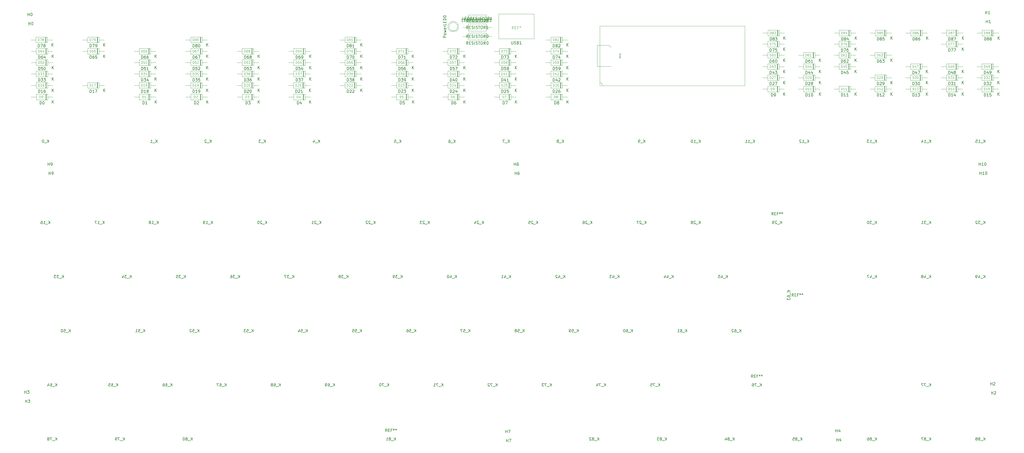
<source format=gbr>
G04 #@! TF.GenerationSoftware,KiCad,Pcbnew,(6.0.2)*
G04 #@! TF.CreationDate,2022-03-10T23:30:09+00:00*
G04 #@! TF.ProjectId,ENV_KB_RGB,454e565f-4b42-45f5-9247-422e6b696361,Rev.1*
G04 #@! TF.SameCoordinates,Original*
G04 #@! TF.FileFunction,AssemblyDrawing,Top*
%FSLAX46Y46*%
G04 Gerber Fmt 4.6, Leading zero omitted, Abs format (unit mm)*
G04 Created by KiCad (PCBNEW (6.0.2)) date 2022-03-10 23:30:09*
%MOMM*%
%LPD*%
G01*
G04 APERTURE LIST*
%ADD10C,0.150000*%
%ADD11C,0.125000*%
%ADD12C,0.120000*%
%ADD13C,0.100000*%
G04 APERTURE END LIST*
D10*
X50701488Y-210060380D02*
X50701488Y-209060380D01*
X50130059Y-210060380D02*
X50558630Y-209488952D01*
X50130059Y-209060380D02*
X50701488Y-209631809D01*
X49939583Y-210155619D02*
X49177678Y-210155619D01*
X49034821Y-209060380D02*
X48368154Y-209060380D01*
X48796726Y-210060380D01*
X47844345Y-209488952D02*
X47939583Y-209441333D01*
X47987202Y-209393714D01*
X48034821Y-209298476D01*
X48034821Y-209250857D01*
X47987202Y-209155619D01*
X47939583Y-209108000D01*
X47844345Y-209060380D01*
X47653869Y-209060380D01*
X47558630Y-209108000D01*
X47511011Y-209155619D01*
X47463392Y-209250857D01*
X47463392Y-209298476D01*
X47511011Y-209393714D01*
X47558630Y-209441333D01*
X47653869Y-209488952D01*
X47844345Y-209488952D01*
X47939583Y-209536571D01*
X47987202Y-209584190D01*
X48034821Y-209679428D01*
X48034821Y-209869904D01*
X47987202Y-209965142D01*
X47939583Y-210012761D01*
X47844345Y-210060380D01*
X47653869Y-210060380D01*
X47558630Y-210012761D01*
X47511011Y-209965142D01*
X47463392Y-209869904D01*
X47463392Y-209679428D01*
X47511011Y-209584190D01*
X47558630Y-209536571D01*
X47653869Y-209488952D01*
X50701488Y-210060380D02*
X50701488Y-209060380D01*
X50130059Y-210060380D02*
X50558630Y-209488952D01*
X50130059Y-209060380D02*
X50701488Y-209631809D01*
X49939583Y-210155619D02*
X49177678Y-210155619D01*
X49034821Y-209060380D02*
X48368154Y-209060380D01*
X48796726Y-210060380D01*
X47844345Y-209488952D02*
X47939583Y-209441333D01*
X47987202Y-209393714D01*
X48034821Y-209298476D01*
X48034821Y-209250857D01*
X47987202Y-209155619D01*
X47939583Y-209108000D01*
X47844345Y-209060380D01*
X47653869Y-209060380D01*
X47558630Y-209108000D01*
X47511011Y-209155619D01*
X47463392Y-209250857D01*
X47463392Y-209298476D01*
X47511011Y-209393714D01*
X47558630Y-209441333D01*
X47653869Y-209488952D01*
X47844345Y-209488952D01*
X47939583Y-209536571D01*
X47987202Y-209584190D01*
X48034821Y-209679428D01*
X48034821Y-209869904D01*
X47987202Y-209965142D01*
X47939583Y-210012761D01*
X47844345Y-210060380D01*
X47653869Y-210060380D01*
X47558630Y-210012761D01*
X47511011Y-209965142D01*
X47463392Y-209869904D01*
X47463392Y-209679428D01*
X47511011Y-209584190D01*
X47558630Y-209536571D01*
X47653869Y-209488952D01*
X50701488Y-191010380D02*
X50701488Y-190010380D01*
X50130059Y-191010380D02*
X50558630Y-190438952D01*
X50130059Y-190010380D02*
X50701488Y-190581809D01*
X49939583Y-191105619D02*
X49177678Y-191105619D01*
X48511011Y-190010380D02*
X48701488Y-190010380D01*
X48796726Y-190058000D01*
X48844345Y-190105619D01*
X48939583Y-190248476D01*
X48987202Y-190438952D01*
X48987202Y-190819904D01*
X48939583Y-190915142D01*
X48891964Y-190962761D01*
X48796726Y-191010380D01*
X48606250Y-191010380D01*
X48511011Y-190962761D01*
X48463392Y-190915142D01*
X48415773Y-190819904D01*
X48415773Y-190581809D01*
X48463392Y-190486571D01*
X48511011Y-190438952D01*
X48606250Y-190391333D01*
X48796726Y-190391333D01*
X48891964Y-190438952D01*
X48939583Y-190486571D01*
X48987202Y-190581809D01*
X47558630Y-190343714D02*
X47558630Y-191010380D01*
X47796726Y-189962761D02*
X48034821Y-190677047D01*
X47415773Y-190677047D01*
X50701488Y-191010380D02*
X50701488Y-190010380D01*
X50130059Y-191010380D02*
X50558630Y-190438952D01*
X50130059Y-190010380D02*
X50701488Y-190581809D01*
X49939583Y-191105619D02*
X49177678Y-191105619D01*
X48511011Y-190010380D02*
X48701488Y-190010380D01*
X48796726Y-190058000D01*
X48844345Y-190105619D01*
X48939583Y-190248476D01*
X48987202Y-190438952D01*
X48987202Y-190819904D01*
X48939583Y-190915142D01*
X48891964Y-190962761D01*
X48796726Y-191010380D01*
X48606250Y-191010380D01*
X48511011Y-190962761D01*
X48463392Y-190915142D01*
X48415773Y-190819904D01*
X48415773Y-190581809D01*
X48463392Y-190486571D01*
X48511011Y-190438952D01*
X48606250Y-190391333D01*
X48796726Y-190391333D01*
X48891964Y-190438952D01*
X48939583Y-190486571D01*
X48987202Y-190581809D01*
X47558630Y-190343714D02*
X47558630Y-191010380D01*
X47796726Y-189962761D02*
X48034821Y-190677047D01*
X47415773Y-190677047D01*
X72132738Y-191010380D02*
X72132738Y-190010380D01*
X71561309Y-191010380D02*
X71989880Y-190438952D01*
X71561309Y-190010380D02*
X72132738Y-190581809D01*
X71370833Y-191105619D02*
X70608928Y-191105619D01*
X69942261Y-190010380D02*
X70132738Y-190010380D01*
X70227976Y-190058000D01*
X70275595Y-190105619D01*
X70370833Y-190248476D01*
X70418452Y-190438952D01*
X70418452Y-190819904D01*
X70370833Y-190915142D01*
X70323214Y-190962761D01*
X70227976Y-191010380D01*
X70037500Y-191010380D01*
X69942261Y-190962761D01*
X69894642Y-190915142D01*
X69847023Y-190819904D01*
X69847023Y-190581809D01*
X69894642Y-190486571D01*
X69942261Y-190438952D01*
X70037500Y-190391333D01*
X70227976Y-190391333D01*
X70323214Y-190438952D01*
X70370833Y-190486571D01*
X70418452Y-190581809D01*
X68942261Y-190010380D02*
X69418452Y-190010380D01*
X69466071Y-190486571D01*
X69418452Y-190438952D01*
X69323214Y-190391333D01*
X69085119Y-190391333D01*
X68989880Y-190438952D01*
X68942261Y-190486571D01*
X68894642Y-190581809D01*
X68894642Y-190819904D01*
X68942261Y-190915142D01*
X68989880Y-190962761D01*
X69085119Y-191010380D01*
X69323214Y-191010380D01*
X69418452Y-190962761D01*
X69466071Y-190915142D01*
X72132738Y-191010380D02*
X72132738Y-190010380D01*
X71561309Y-191010380D02*
X71989880Y-190438952D01*
X71561309Y-190010380D02*
X72132738Y-190581809D01*
X71370833Y-191105619D02*
X70608928Y-191105619D01*
X69942261Y-190010380D02*
X70132738Y-190010380D01*
X70227976Y-190058000D01*
X70275595Y-190105619D01*
X70370833Y-190248476D01*
X70418452Y-190438952D01*
X70418452Y-190819904D01*
X70370833Y-190915142D01*
X70323214Y-190962761D01*
X70227976Y-191010380D01*
X70037500Y-191010380D01*
X69942261Y-190962761D01*
X69894642Y-190915142D01*
X69847023Y-190819904D01*
X69847023Y-190581809D01*
X69894642Y-190486571D01*
X69942261Y-190438952D01*
X70037500Y-190391333D01*
X70227976Y-190391333D01*
X70323214Y-190438952D01*
X70370833Y-190486571D01*
X70418452Y-190581809D01*
X68942261Y-190010380D02*
X69418452Y-190010380D01*
X69466071Y-190486571D01*
X69418452Y-190438952D01*
X69323214Y-190391333D01*
X69085119Y-190391333D01*
X68989880Y-190438952D01*
X68942261Y-190486571D01*
X68894642Y-190581809D01*
X68894642Y-190819904D01*
X68942261Y-190915142D01*
X68989880Y-190962761D01*
X69085119Y-191010380D01*
X69323214Y-191010380D01*
X69418452Y-190962761D01*
X69466071Y-190915142D01*
X357882738Y-191010380D02*
X357882738Y-190010380D01*
X357311309Y-191010380D02*
X357739880Y-190438952D01*
X357311309Y-190010380D02*
X357882738Y-190581809D01*
X357120833Y-191105619D02*
X356358928Y-191105619D01*
X356216071Y-190010380D02*
X355549404Y-190010380D01*
X355977976Y-191010380D01*
X355263690Y-190010380D02*
X354597023Y-190010380D01*
X355025595Y-191010380D01*
X357882738Y-191010380D02*
X357882738Y-190010380D01*
X357311309Y-191010380D02*
X357739880Y-190438952D01*
X357311309Y-190010380D02*
X357882738Y-190581809D01*
X357120833Y-191105619D02*
X356358928Y-191105619D01*
X356216071Y-190010380D02*
X355549404Y-190010380D01*
X355977976Y-191010380D01*
X355263690Y-190010380D02*
X354597023Y-190010380D01*
X355025595Y-191010380D01*
X338832738Y-210060380D02*
X338832738Y-209060380D01*
X338261309Y-210060380D02*
X338689880Y-209488952D01*
X338261309Y-209060380D02*
X338832738Y-209631809D01*
X338070833Y-210155619D02*
X337308928Y-210155619D01*
X336927976Y-209488952D02*
X337023214Y-209441333D01*
X337070833Y-209393714D01*
X337118452Y-209298476D01*
X337118452Y-209250857D01*
X337070833Y-209155619D01*
X337023214Y-209108000D01*
X336927976Y-209060380D01*
X336737500Y-209060380D01*
X336642261Y-209108000D01*
X336594642Y-209155619D01*
X336547023Y-209250857D01*
X336547023Y-209298476D01*
X336594642Y-209393714D01*
X336642261Y-209441333D01*
X336737500Y-209488952D01*
X336927976Y-209488952D01*
X337023214Y-209536571D01*
X337070833Y-209584190D01*
X337118452Y-209679428D01*
X337118452Y-209869904D01*
X337070833Y-209965142D01*
X337023214Y-210012761D01*
X336927976Y-210060380D01*
X336737500Y-210060380D01*
X336642261Y-210012761D01*
X336594642Y-209965142D01*
X336547023Y-209869904D01*
X336547023Y-209679428D01*
X336594642Y-209584190D01*
X336642261Y-209536571D01*
X336737500Y-209488952D01*
X335689880Y-209060380D02*
X335880357Y-209060380D01*
X335975595Y-209108000D01*
X336023214Y-209155619D01*
X336118452Y-209298476D01*
X336166071Y-209488952D01*
X336166071Y-209869904D01*
X336118452Y-209965142D01*
X336070833Y-210012761D01*
X335975595Y-210060380D01*
X335785119Y-210060380D01*
X335689880Y-210012761D01*
X335642261Y-209965142D01*
X335594642Y-209869904D01*
X335594642Y-209631809D01*
X335642261Y-209536571D01*
X335689880Y-209488952D01*
X335785119Y-209441333D01*
X335975595Y-209441333D01*
X336070833Y-209488952D01*
X336118452Y-209536571D01*
X336166071Y-209631809D01*
X338832738Y-210060380D02*
X338832738Y-209060380D01*
X338261309Y-210060380D02*
X338689880Y-209488952D01*
X338261309Y-209060380D02*
X338832738Y-209631809D01*
X338070833Y-210155619D02*
X337308928Y-210155619D01*
X336927976Y-209488952D02*
X337023214Y-209441333D01*
X337070833Y-209393714D01*
X337118452Y-209298476D01*
X337118452Y-209250857D01*
X337070833Y-209155619D01*
X337023214Y-209108000D01*
X336927976Y-209060380D01*
X336737500Y-209060380D01*
X336642261Y-209108000D01*
X336594642Y-209155619D01*
X336547023Y-209250857D01*
X336547023Y-209298476D01*
X336594642Y-209393714D01*
X336642261Y-209441333D01*
X336737500Y-209488952D01*
X336927976Y-209488952D01*
X337023214Y-209536571D01*
X337070833Y-209584190D01*
X337118452Y-209679428D01*
X337118452Y-209869904D01*
X337070833Y-209965142D01*
X337023214Y-210012761D01*
X336927976Y-210060380D01*
X336737500Y-210060380D01*
X336642261Y-210012761D01*
X336594642Y-209965142D01*
X336547023Y-209869904D01*
X336547023Y-209679428D01*
X336594642Y-209584190D01*
X336642261Y-209536571D01*
X336737500Y-209488952D01*
X335689880Y-209060380D02*
X335880357Y-209060380D01*
X335975595Y-209108000D01*
X336023214Y-209155619D01*
X336118452Y-209298476D01*
X336166071Y-209488952D01*
X336166071Y-209869904D01*
X336118452Y-209965142D01*
X336070833Y-210012761D01*
X335975595Y-210060380D01*
X335785119Y-210060380D01*
X335689880Y-210012761D01*
X335642261Y-209965142D01*
X335594642Y-209869904D01*
X335594642Y-209631809D01*
X335642261Y-209536571D01*
X335689880Y-209488952D01*
X335785119Y-209441333D01*
X335975595Y-209441333D01*
X336070833Y-209488952D01*
X336118452Y-209536571D01*
X336166071Y-209631809D01*
X53082738Y-152910380D02*
X53082738Y-151910380D01*
X52511309Y-152910380D02*
X52939880Y-152338952D01*
X52511309Y-151910380D02*
X53082738Y-152481809D01*
X52320833Y-153005619D02*
X51558928Y-153005619D01*
X51416071Y-151910380D02*
X50797023Y-151910380D01*
X51130357Y-152291333D01*
X50987500Y-152291333D01*
X50892261Y-152338952D01*
X50844642Y-152386571D01*
X50797023Y-152481809D01*
X50797023Y-152719904D01*
X50844642Y-152815142D01*
X50892261Y-152862761D01*
X50987500Y-152910380D01*
X51273214Y-152910380D01*
X51368452Y-152862761D01*
X51416071Y-152815142D01*
X50463690Y-151910380D02*
X49844642Y-151910380D01*
X50177976Y-152291333D01*
X50035119Y-152291333D01*
X49939880Y-152338952D01*
X49892261Y-152386571D01*
X49844642Y-152481809D01*
X49844642Y-152719904D01*
X49892261Y-152815142D01*
X49939880Y-152862761D01*
X50035119Y-152910380D01*
X50320833Y-152910380D01*
X50416071Y-152862761D01*
X50463690Y-152815142D01*
X53082738Y-152910380D02*
X53082738Y-151910380D01*
X52511309Y-152910380D02*
X52939880Y-152338952D01*
X52511309Y-151910380D02*
X53082738Y-152481809D01*
X52320833Y-153005619D02*
X51558928Y-153005619D01*
X51416071Y-151910380D02*
X50797023Y-151910380D01*
X51130357Y-152291333D01*
X50987500Y-152291333D01*
X50892261Y-152338952D01*
X50844642Y-152386571D01*
X50797023Y-152481809D01*
X50797023Y-152719904D01*
X50844642Y-152815142D01*
X50892261Y-152862761D01*
X50987500Y-152910380D01*
X51273214Y-152910380D01*
X51368452Y-152862761D01*
X51416071Y-152815142D01*
X50463690Y-151910380D02*
X49844642Y-151910380D01*
X50177976Y-152291333D01*
X50035119Y-152291333D01*
X49939880Y-152338952D01*
X49892261Y-152386571D01*
X49844642Y-152481809D01*
X49844642Y-152719904D01*
X49892261Y-152815142D01*
X49939880Y-152862761D01*
X50035119Y-152910380D01*
X50320833Y-152910380D01*
X50416071Y-152862761D01*
X50463690Y-152815142D01*
X187542380Y-68289523D02*
X186542380Y-68289523D01*
X186542380Y-67908571D01*
X186590000Y-67813333D01*
X186637619Y-67765714D01*
X186732857Y-67718095D01*
X186875714Y-67718095D01*
X186970952Y-67765714D01*
X187018571Y-67813333D01*
X187066190Y-67908571D01*
X187066190Y-68289523D01*
X187542380Y-67146666D02*
X187494761Y-67241904D01*
X187447142Y-67289523D01*
X187351904Y-67337142D01*
X187066190Y-67337142D01*
X186970952Y-67289523D01*
X186923333Y-67241904D01*
X186875714Y-67146666D01*
X186875714Y-67003809D01*
X186923333Y-66908571D01*
X186970952Y-66860952D01*
X187066190Y-66813333D01*
X187351904Y-66813333D01*
X187447142Y-66860952D01*
X187494761Y-66908571D01*
X187542380Y-67003809D01*
X187542380Y-67146666D01*
X186875714Y-66480000D02*
X187542380Y-66289523D01*
X187066190Y-66099047D01*
X187542380Y-65908571D01*
X186875714Y-65718095D01*
X187494761Y-64956190D02*
X187542380Y-65051428D01*
X187542380Y-65241904D01*
X187494761Y-65337142D01*
X187399523Y-65384761D01*
X187018571Y-65384761D01*
X186923333Y-65337142D01*
X186875714Y-65241904D01*
X186875714Y-65051428D01*
X186923333Y-64956190D01*
X187018571Y-64908571D01*
X187113809Y-64908571D01*
X187209047Y-65384761D01*
X187542380Y-64480000D02*
X186875714Y-64480000D01*
X187066190Y-64480000D02*
X186970952Y-64432380D01*
X186923333Y-64384761D01*
X186875714Y-64289523D01*
X186875714Y-64194285D01*
X187542380Y-63384761D02*
X187542380Y-63860952D01*
X186542380Y-63860952D01*
X187018571Y-63051428D02*
X187018571Y-62718095D01*
X187542380Y-62575238D02*
X187542380Y-63051428D01*
X186542380Y-63051428D01*
X186542380Y-62575238D01*
X187542380Y-62146666D02*
X186542380Y-62146666D01*
X186542380Y-61908571D01*
X186590000Y-61765714D01*
X186685238Y-61670476D01*
X186780476Y-61622857D01*
X186970952Y-61575238D01*
X187113809Y-61575238D01*
X187304285Y-61622857D01*
X187399523Y-61670476D01*
X187494761Y-61765714D01*
X187542380Y-61908571D01*
X187542380Y-62146666D01*
X186542380Y-60956190D02*
X186542380Y-60860952D01*
X186590000Y-60765714D01*
X186637619Y-60718095D01*
X186732857Y-60670476D01*
X186923333Y-60622857D01*
X187161428Y-60622857D01*
X187351904Y-60670476D01*
X187447142Y-60718095D01*
X187494761Y-60765714D01*
X187542380Y-60860952D01*
X187542380Y-60956190D01*
X187494761Y-61051428D01*
X187447142Y-61099047D01*
X187351904Y-61146666D01*
X187161428Y-61194285D01*
X186923333Y-61194285D01*
X186732857Y-61146666D01*
X186637619Y-61099047D01*
X186590000Y-61051428D01*
X186542380Y-60956190D01*
X298351488Y-191010380D02*
X298351488Y-190010380D01*
X297780059Y-191010380D02*
X298208630Y-190438952D01*
X297780059Y-190010380D02*
X298351488Y-190581809D01*
X297589583Y-191105619D02*
X296827678Y-191105619D01*
X296684821Y-190010380D02*
X296018154Y-190010380D01*
X296446726Y-191010380D01*
X295208630Y-190010380D02*
X295399107Y-190010380D01*
X295494345Y-190058000D01*
X295541964Y-190105619D01*
X295637202Y-190248476D01*
X295684821Y-190438952D01*
X295684821Y-190819904D01*
X295637202Y-190915142D01*
X295589583Y-190962761D01*
X295494345Y-191010380D01*
X295303869Y-191010380D01*
X295208630Y-190962761D01*
X295161011Y-190915142D01*
X295113392Y-190819904D01*
X295113392Y-190581809D01*
X295161011Y-190486571D01*
X295208630Y-190438952D01*
X295303869Y-190391333D01*
X295494345Y-190391333D01*
X295589583Y-190438952D01*
X295637202Y-190486571D01*
X295684821Y-190581809D01*
X298351488Y-191010380D02*
X298351488Y-190010380D01*
X297780059Y-191010380D02*
X298208630Y-190438952D01*
X297780059Y-190010380D02*
X298351488Y-190581809D01*
X297589583Y-191105619D02*
X296827678Y-191105619D01*
X296684821Y-190010380D02*
X296018154Y-190010380D01*
X296446726Y-191010380D01*
X295208630Y-190010380D02*
X295399107Y-190010380D01*
X295494345Y-190058000D01*
X295541964Y-190105619D01*
X295637202Y-190248476D01*
X295684821Y-190438952D01*
X295684821Y-190819904D01*
X295637202Y-190915142D01*
X295589583Y-190962761D01*
X295494345Y-191010380D01*
X295303869Y-191010380D01*
X295208630Y-190962761D01*
X295161011Y-190915142D01*
X295113392Y-190819904D01*
X295113392Y-190581809D01*
X295161011Y-190486571D01*
X295208630Y-190438952D01*
X295303869Y-190391333D01*
X295494345Y-190391333D01*
X295589583Y-190438952D01*
X295637202Y-190486571D01*
X295684821Y-190581809D01*
X241201488Y-210060380D02*
X241201488Y-209060380D01*
X240630059Y-210060380D02*
X241058630Y-209488952D01*
X240630059Y-209060380D02*
X241201488Y-209631809D01*
X240439583Y-210155619D02*
X239677678Y-210155619D01*
X239296726Y-209488952D02*
X239391964Y-209441333D01*
X239439583Y-209393714D01*
X239487202Y-209298476D01*
X239487202Y-209250857D01*
X239439583Y-209155619D01*
X239391964Y-209108000D01*
X239296726Y-209060380D01*
X239106250Y-209060380D01*
X239011011Y-209108000D01*
X238963392Y-209155619D01*
X238915773Y-209250857D01*
X238915773Y-209298476D01*
X238963392Y-209393714D01*
X239011011Y-209441333D01*
X239106250Y-209488952D01*
X239296726Y-209488952D01*
X239391964Y-209536571D01*
X239439583Y-209584190D01*
X239487202Y-209679428D01*
X239487202Y-209869904D01*
X239439583Y-209965142D01*
X239391964Y-210012761D01*
X239296726Y-210060380D01*
X239106250Y-210060380D01*
X239011011Y-210012761D01*
X238963392Y-209965142D01*
X238915773Y-209869904D01*
X238915773Y-209679428D01*
X238963392Y-209584190D01*
X239011011Y-209536571D01*
X239106250Y-209488952D01*
X238534821Y-209155619D02*
X238487202Y-209108000D01*
X238391964Y-209060380D01*
X238153869Y-209060380D01*
X238058630Y-209108000D01*
X238011011Y-209155619D01*
X237963392Y-209250857D01*
X237963392Y-209346095D01*
X238011011Y-209488952D01*
X238582440Y-210060380D01*
X237963392Y-210060380D01*
X241201488Y-210060380D02*
X241201488Y-209060380D01*
X240630059Y-210060380D02*
X241058630Y-209488952D01*
X240630059Y-209060380D02*
X241201488Y-209631809D01*
X240439583Y-210155619D02*
X239677678Y-210155619D01*
X239296726Y-209488952D02*
X239391964Y-209441333D01*
X239439583Y-209393714D01*
X239487202Y-209298476D01*
X239487202Y-209250857D01*
X239439583Y-209155619D01*
X239391964Y-209108000D01*
X239296726Y-209060380D01*
X239106250Y-209060380D01*
X239011011Y-209108000D01*
X238963392Y-209155619D01*
X238915773Y-209250857D01*
X238915773Y-209298476D01*
X238963392Y-209393714D01*
X239011011Y-209441333D01*
X239106250Y-209488952D01*
X239296726Y-209488952D01*
X239391964Y-209536571D01*
X239439583Y-209584190D01*
X239487202Y-209679428D01*
X239487202Y-209869904D01*
X239439583Y-209965142D01*
X239391964Y-210012761D01*
X239296726Y-210060380D01*
X239106250Y-210060380D01*
X239011011Y-210012761D01*
X238963392Y-209965142D01*
X238915773Y-209869904D01*
X238915773Y-209679428D01*
X238963392Y-209584190D01*
X239011011Y-209536571D01*
X239106250Y-209488952D01*
X238534821Y-209155619D02*
X238487202Y-209108000D01*
X238391964Y-209060380D01*
X238153869Y-209060380D01*
X238058630Y-209108000D01*
X238011011Y-209155619D01*
X237963392Y-209250857D01*
X237963392Y-209346095D01*
X238011011Y-209488952D01*
X238582440Y-210060380D01*
X237963392Y-210060380D01*
X308429380Y-157339761D02*
X307429380Y-157339761D01*
X308429380Y-157911190D02*
X307857952Y-157482619D01*
X307429380Y-157911190D02*
X308000809Y-157339761D01*
X308524619Y-158101666D02*
X308524619Y-158863571D01*
X307429380Y-159530238D02*
X307429380Y-159339761D01*
X307477000Y-159244523D01*
X307524619Y-159196904D01*
X307667476Y-159101666D01*
X307857952Y-159054047D01*
X308238904Y-159054047D01*
X308334142Y-159101666D01*
X308381761Y-159149285D01*
X308429380Y-159244523D01*
X308429380Y-159435000D01*
X308381761Y-159530238D01*
X308334142Y-159577857D01*
X308238904Y-159625476D01*
X308000809Y-159625476D01*
X307905571Y-159577857D01*
X307857952Y-159530238D01*
X307810333Y-159435000D01*
X307810333Y-159244523D01*
X307857952Y-159149285D01*
X307905571Y-159101666D01*
X308000809Y-159054047D01*
X307429380Y-159958809D02*
X307429380Y-160577857D01*
X307810333Y-160244523D01*
X307810333Y-160387380D01*
X307857952Y-160482619D01*
X307905571Y-160530238D01*
X308000809Y-160577857D01*
X308238904Y-160577857D01*
X308334142Y-160530238D01*
X308381761Y-160482619D01*
X308429380Y-160387380D01*
X308429380Y-160101666D01*
X308381761Y-160006428D01*
X308334142Y-159958809D01*
X308429380Y-157339761D02*
X307429380Y-157339761D01*
X308429380Y-157911190D02*
X307857952Y-157482619D01*
X307429380Y-157911190D02*
X308000809Y-157339761D01*
X308524619Y-158101666D02*
X308524619Y-158863571D01*
X307429380Y-159530238D02*
X307429380Y-159339761D01*
X307477000Y-159244523D01*
X307524619Y-159196904D01*
X307667476Y-159101666D01*
X307857952Y-159054047D01*
X308238904Y-159054047D01*
X308334142Y-159101666D01*
X308381761Y-159149285D01*
X308429380Y-159244523D01*
X308429380Y-159435000D01*
X308381761Y-159530238D01*
X308334142Y-159577857D01*
X308238904Y-159625476D01*
X308000809Y-159625476D01*
X307905571Y-159577857D01*
X307857952Y-159530238D01*
X307810333Y-159435000D01*
X307810333Y-159244523D01*
X307857952Y-159149285D01*
X307905571Y-159101666D01*
X308000809Y-159054047D01*
X307429380Y-159958809D02*
X307429380Y-160577857D01*
X307810333Y-160244523D01*
X307810333Y-160387380D01*
X307857952Y-160482619D01*
X307905571Y-160530238D01*
X308000809Y-160577857D01*
X308238904Y-160577857D01*
X308334142Y-160530238D01*
X308381761Y-160482619D01*
X308429380Y-160387380D01*
X308429380Y-160101666D01*
X308381761Y-160006428D01*
X308334142Y-159958809D01*
X85944047Y-105285380D02*
X85944047Y-104285380D01*
X85372619Y-105285380D02*
X85801190Y-104713952D01*
X85372619Y-104285380D02*
X85944047Y-104856809D01*
X85182142Y-105380619D02*
X84420238Y-105380619D01*
X83658333Y-105285380D02*
X84229761Y-105285380D01*
X83944047Y-105285380D02*
X83944047Y-104285380D01*
X84039285Y-104428238D01*
X84134523Y-104523476D01*
X84229761Y-104571095D01*
X85944047Y-105285380D02*
X85944047Y-104285380D01*
X85372619Y-105285380D02*
X85801190Y-104713952D01*
X85372619Y-104285380D02*
X85944047Y-104856809D01*
X85182142Y-105380619D02*
X84420238Y-105380619D01*
X83658333Y-105285380D02*
X84229761Y-105285380D01*
X83944047Y-105285380D02*
X83944047Y-104285380D01*
X84039285Y-104428238D01*
X84134523Y-104523476D01*
X84229761Y-104571095D01*
X357882738Y-105285380D02*
X357882738Y-104285380D01*
X357311309Y-105285380D02*
X357739880Y-104713952D01*
X357311309Y-104285380D02*
X357882738Y-104856809D01*
X357120833Y-105380619D02*
X356358928Y-105380619D01*
X355597023Y-105285380D02*
X356168452Y-105285380D01*
X355882738Y-105285380D02*
X355882738Y-104285380D01*
X355977976Y-104428238D01*
X356073214Y-104523476D01*
X356168452Y-104571095D01*
X354739880Y-104618714D02*
X354739880Y-105285380D01*
X354977976Y-104237761D02*
X355216071Y-104952047D01*
X354597023Y-104952047D01*
X357882738Y-105285380D02*
X357882738Y-104285380D01*
X357311309Y-105285380D02*
X357739880Y-104713952D01*
X357311309Y-104285380D02*
X357882738Y-104856809D01*
X357120833Y-105380619D02*
X356358928Y-105380619D01*
X355597023Y-105285380D02*
X356168452Y-105285380D01*
X355882738Y-105285380D02*
X355882738Y-104285380D01*
X355977976Y-104428238D01*
X356073214Y-104523476D01*
X356168452Y-104571095D01*
X354739880Y-104618714D02*
X354739880Y-105285380D01*
X354977976Y-104237761D02*
X355216071Y-104952047D01*
X354597023Y-104952047D01*
X105470238Y-133860380D02*
X105470238Y-132860380D01*
X104898809Y-133860380D02*
X105327380Y-133288952D01*
X104898809Y-132860380D02*
X105470238Y-133431809D01*
X104708333Y-133955619D02*
X103946428Y-133955619D01*
X103184523Y-133860380D02*
X103755952Y-133860380D01*
X103470238Y-133860380D02*
X103470238Y-132860380D01*
X103565476Y-133003238D01*
X103660714Y-133098476D01*
X103755952Y-133146095D01*
X102708333Y-133860380D02*
X102517857Y-133860380D01*
X102422619Y-133812761D01*
X102375000Y-133765142D01*
X102279761Y-133622285D01*
X102232142Y-133431809D01*
X102232142Y-133050857D01*
X102279761Y-132955619D01*
X102327380Y-132908000D01*
X102422619Y-132860380D01*
X102613095Y-132860380D01*
X102708333Y-132908000D01*
X102755952Y-132955619D01*
X102803571Y-133050857D01*
X102803571Y-133288952D01*
X102755952Y-133384190D01*
X102708333Y-133431809D01*
X102613095Y-133479428D01*
X102422619Y-133479428D01*
X102327380Y-133431809D01*
X102279761Y-133384190D01*
X102232142Y-133288952D01*
X105470238Y-133860380D02*
X105470238Y-132860380D01*
X104898809Y-133860380D02*
X105327380Y-133288952D01*
X104898809Y-132860380D02*
X105470238Y-133431809D01*
X104708333Y-133955619D02*
X103946428Y-133955619D01*
X103184523Y-133860380D02*
X103755952Y-133860380D01*
X103470238Y-133860380D02*
X103470238Y-132860380D01*
X103565476Y-133003238D01*
X103660714Y-133098476D01*
X103755952Y-133146095D01*
X102708333Y-133860380D02*
X102517857Y-133860380D01*
X102422619Y-133812761D01*
X102375000Y-133765142D01*
X102279761Y-133622285D01*
X102232142Y-133431809D01*
X102232142Y-133050857D01*
X102279761Y-132955619D01*
X102327380Y-132908000D01*
X102422619Y-132860380D01*
X102613095Y-132860380D01*
X102708333Y-132908000D01*
X102755952Y-132955619D01*
X102803571Y-133050857D01*
X102803571Y-133288952D01*
X102755952Y-133384190D01*
X102708333Y-133431809D01*
X102613095Y-133479428D01*
X102422619Y-133479428D01*
X102327380Y-133431809D01*
X102279761Y-133384190D01*
X102232142Y-133288952D01*
X143570238Y-133860380D02*
X143570238Y-132860380D01*
X142998809Y-133860380D02*
X143427380Y-133288952D01*
X142998809Y-132860380D02*
X143570238Y-133431809D01*
X142808333Y-133955619D02*
X142046428Y-133955619D01*
X141855952Y-132955619D02*
X141808333Y-132908000D01*
X141713095Y-132860380D01*
X141475000Y-132860380D01*
X141379761Y-132908000D01*
X141332142Y-132955619D01*
X141284523Y-133050857D01*
X141284523Y-133146095D01*
X141332142Y-133288952D01*
X141903571Y-133860380D01*
X141284523Y-133860380D01*
X140332142Y-133860380D02*
X140903571Y-133860380D01*
X140617857Y-133860380D02*
X140617857Y-132860380D01*
X140713095Y-133003238D01*
X140808333Y-133098476D01*
X140903571Y-133146095D01*
X143570238Y-133860380D02*
X143570238Y-132860380D01*
X142998809Y-133860380D02*
X143427380Y-133288952D01*
X142998809Y-132860380D02*
X143570238Y-133431809D01*
X142808333Y-133955619D02*
X142046428Y-133955619D01*
X141855952Y-132955619D02*
X141808333Y-132908000D01*
X141713095Y-132860380D01*
X141475000Y-132860380D01*
X141379761Y-132908000D01*
X141332142Y-132955619D01*
X141284523Y-133050857D01*
X141284523Y-133146095D01*
X141332142Y-133288952D01*
X141903571Y-133860380D01*
X141284523Y-133860380D01*
X140332142Y-133860380D02*
X140903571Y-133860380D01*
X140617857Y-133860380D02*
X140617857Y-132860380D01*
X140713095Y-133003238D01*
X140808333Y-133098476D01*
X140903571Y-133146095D01*
X257870238Y-133860380D02*
X257870238Y-132860380D01*
X257298809Y-133860380D02*
X257727380Y-133288952D01*
X257298809Y-132860380D02*
X257870238Y-133431809D01*
X257108333Y-133955619D02*
X256346428Y-133955619D01*
X256155952Y-132955619D02*
X256108333Y-132908000D01*
X256013095Y-132860380D01*
X255775000Y-132860380D01*
X255679761Y-132908000D01*
X255632142Y-132955619D01*
X255584523Y-133050857D01*
X255584523Y-133146095D01*
X255632142Y-133288952D01*
X256203571Y-133860380D01*
X255584523Y-133860380D01*
X255251190Y-132860380D02*
X254584523Y-132860380D01*
X255013095Y-133860380D01*
X257870238Y-133860380D02*
X257870238Y-132860380D01*
X257298809Y-133860380D02*
X257727380Y-133288952D01*
X257298809Y-132860380D02*
X257870238Y-133431809D01*
X257108333Y-133955619D02*
X256346428Y-133955619D01*
X256155952Y-132955619D02*
X256108333Y-132908000D01*
X256013095Y-132860380D01*
X255775000Y-132860380D01*
X255679761Y-132908000D01*
X255632142Y-132955619D01*
X255584523Y-133050857D01*
X255584523Y-133146095D01*
X255632142Y-133288952D01*
X256203571Y-133860380D01*
X255584523Y-133860380D01*
X255251190Y-132860380D02*
X254584523Y-132860380D01*
X255013095Y-133860380D01*
X257394047Y-105285380D02*
X257394047Y-104285380D01*
X256822619Y-105285380D02*
X257251190Y-104713952D01*
X256822619Y-104285380D02*
X257394047Y-104856809D01*
X256632142Y-105380619D02*
X255870238Y-105380619D01*
X255584523Y-105285380D02*
X255394047Y-105285380D01*
X255298809Y-105237761D01*
X255251190Y-105190142D01*
X255155952Y-105047285D01*
X255108333Y-104856809D01*
X255108333Y-104475857D01*
X255155952Y-104380619D01*
X255203571Y-104333000D01*
X255298809Y-104285380D01*
X255489285Y-104285380D01*
X255584523Y-104333000D01*
X255632142Y-104380619D01*
X255679761Y-104475857D01*
X255679761Y-104713952D01*
X255632142Y-104809190D01*
X255584523Y-104856809D01*
X255489285Y-104904428D01*
X255298809Y-104904428D01*
X255203571Y-104856809D01*
X255155952Y-104809190D01*
X255108333Y-104713952D01*
X257394047Y-105285380D02*
X257394047Y-104285380D01*
X256822619Y-105285380D02*
X257251190Y-104713952D01*
X256822619Y-104285380D02*
X257394047Y-104856809D01*
X256632142Y-105380619D02*
X255870238Y-105380619D01*
X255584523Y-105285380D02*
X255394047Y-105285380D01*
X255298809Y-105237761D01*
X255251190Y-105190142D01*
X255155952Y-105047285D01*
X255108333Y-104856809D01*
X255108333Y-104475857D01*
X255155952Y-104380619D01*
X255203571Y-104333000D01*
X255298809Y-104285380D01*
X255489285Y-104285380D01*
X255584523Y-104333000D01*
X255632142Y-104380619D01*
X255679761Y-104475857D01*
X255679761Y-104713952D01*
X255632142Y-104809190D01*
X255584523Y-104856809D01*
X255489285Y-104904428D01*
X255298809Y-104904428D01*
X255203571Y-104856809D01*
X255155952Y-104809190D01*
X255108333Y-104713952D01*
X376932738Y-133860380D02*
X376932738Y-132860380D01*
X376361309Y-133860380D02*
X376789880Y-133288952D01*
X376361309Y-132860380D02*
X376932738Y-133431809D01*
X376170833Y-133955619D02*
X375408928Y-133955619D01*
X375266071Y-132860380D02*
X374647023Y-132860380D01*
X374980357Y-133241333D01*
X374837500Y-133241333D01*
X374742261Y-133288952D01*
X374694642Y-133336571D01*
X374647023Y-133431809D01*
X374647023Y-133669904D01*
X374694642Y-133765142D01*
X374742261Y-133812761D01*
X374837500Y-133860380D01*
X375123214Y-133860380D01*
X375218452Y-133812761D01*
X375266071Y-133765142D01*
X374266071Y-132955619D02*
X374218452Y-132908000D01*
X374123214Y-132860380D01*
X373885119Y-132860380D01*
X373789880Y-132908000D01*
X373742261Y-132955619D01*
X373694642Y-133050857D01*
X373694642Y-133146095D01*
X373742261Y-133288952D01*
X374313690Y-133860380D01*
X373694642Y-133860380D01*
X376932738Y-133860380D02*
X376932738Y-132860380D01*
X376361309Y-133860380D02*
X376789880Y-133288952D01*
X376361309Y-132860380D02*
X376932738Y-133431809D01*
X376170833Y-133955619D02*
X375408928Y-133955619D01*
X375266071Y-132860380D02*
X374647023Y-132860380D01*
X374980357Y-133241333D01*
X374837500Y-133241333D01*
X374742261Y-133288952D01*
X374694642Y-133336571D01*
X374647023Y-133431809D01*
X374647023Y-133669904D01*
X374694642Y-133765142D01*
X374742261Y-133812761D01*
X374837500Y-133860380D01*
X375123214Y-133860380D01*
X375218452Y-133812761D01*
X375266071Y-133765142D01*
X374266071Y-132955619D02*
X374218452Y-132908000D01*
X374123214Y-132860380D01*
X373885119Y-132860380D01*
X373789880Y-132908000D01*
X373742261Y-132955619D01*
X373694642Y-133050857D01*
X373694642Y-133146095D01*
X373742261Y-133288952D01*
X374313690Y-133860380D01*
X373694642Y-133860380D01*
X295970238Y-105285380D02*
X295970238Y-104285380D01*
X295398809Y-105285380D02*
X295827380Y-104713952D01*
X295398809Y-104285380D02*
X295970238Y-104856809D01*
X295208333Y-105380619D02*
X294446428Y-105380619D01*
X293684523Y-105285380D02*
X294255952Y-105285380D01*
X293970238Y-105285380D02*
X293970238Y-104285380D01*
X294065476Y-104428238D01*
X294160714Y-104523476D01*
X294255952Y-104571095D01*
X292732142Y-105285380D02*
X293303571Y-105285380D01*
X293017857Y-105285380D02*
X293017857Y-104285380D01*
X293113095Y-104428238D01*
X293208333Y-104523476D01*
X293303571Y-104571095D01*
X295970238Y-105285380D02*
X295970238Y-104285380D01*
X295398809Y-105285380D02*
X295827380Y-104713952D01*
X295398809Y-104285380D02*
X295970238Y-104856809D01*
X295208333Y-105380619D02*
X294446428Y-105380619D01*
X293684523Y-105285380D02*
X294255952Y-105285380D01*
X293970238Y-105285380D02*
X293970238Y-104285380D01*
X294065476Y-104428238D01*
X294160714Y-104523476D01*
X294255952Y-104571095D01*
X292732142Y-105285380D02*
X293303571Y-105285380D01*
X293017857Y-105285380D02*
X293017857Y-104285380D01*
X293113095Y-104428238D01*
X293208333Y-104523476D01*
X293303571Y-104571095D01*
X104994047Y-105285380D02*
X104994047Y-104285380D01*
X104422619Y-105285380D02*
X104851190Y-104713952D01*
X104422619Y-104285380D02*
X104994047Y-104856809D01*
X104232142Y-105380619D02*
X103470238Y-105380619D01*
X103279761Y-104380619D02*
X103232142Y-104333000D01*
X103136904Y-104285380D01*
X102898809Y-104285380D01*
X102803571Y-104333000D01*
X102755952Y-104380619D01*
X102708333Y-104475857D01*
X102708333Y-104571095D01*
X102755952Y-104713952D01*
X103327380Y-105285380D01*
X102708333Y-105285380D01*
X104994047Y-105285380D02*
X104994047Y-104285380D01*
X104422619Y-105285380D02*
X104851190Y-104713952D01*
X104422619Y-104285380D02*
X104994047Y-104856809D01*
X104232142Y-105380619D02*
X103470238Y-105380619D01*
X103279761Y-104380619D02*
X103232142Y-104333000D01*
X103136904Y-104285380D01*
X102898809Y-104285380D01*
X102803571Y-104333000D01*
X102755952Y-104380619D01*
X102708333Y-104475857D01*
X102708333Y-104571095D01*
X102755952Y-104713952D01*
X103327380Y-105285380D01*
X102708333Y-105285380D01*
X124044047Y-105285380D02*
X124044047Y-104285380D01*
X123472619Y-105285380D02*
X123901190Y-104713952D01*
X123472619Y-104285380D02*
X124044047Y-104856809D01*
X123282142Y-105380619D02*
X122520238Y-105380619D01*
X122377380Y-104285380D02*
X121758333Y-104285380D01*
X122091666Y-104666333D01*
X121948809Y-104666333D01*
X121853571Y-104713952D01*
X121805952Y-104761571D01*
X121758333Y-104856809D01*
X121758333Y-105094904D01*
X121805952Y-105190142D01*
X121853571Y-105237761D01*
X121948809Y-105285380D01*
X122234523Y-105285380D01*
X122329761Y-105237761D01*
X122377380Y-105190142D01*
X124044047Y-105285380D02*
X124044047Y-104285380D01*
X123472619Y-105285380D02*
X123901190Y-104713952D01*
X123472619Y-104285380D02*
X124044047Y-104856809D01*
X123282142Y-105380619D02*
X122520238Y-105380619D01*
X122377380Y-104285380D02*
X121758333Y-104285380D01*
X122091666Y-104666333D01*
X121948809Y-104666333D01*
X121853571Y-104713952D01*
X121805952Y-104761571D01*
X121758333Y-104856809D01*
X121758333Y-105094904D01*
X121805952Y-105190142D01*
X121853571Y-105237761D01*
X121948809Y-105285380D01*
X122234523Y-105285380D01*
X122329761Y-105237761D01*
X122377380Y-105190142D01*
X181670238Y-133860380D02*
X181670238Y-132860380D01*
X181098809Y-133860380D02*
X181527380Y-133288952D01*
X181098809Y-132860380D02*
X181670238Y-133431809D01*
X180908333Y-133955619D02*
X180146428Y-133955619D01*
X179955952Y-132955619D02*
X179908333Y-132908000D01*
X179813095Y-132860380D01*
X179575000Y-132860380D01*
X179479761Y-132908000D01*
X179432142Y-132955619D01*
X179384523Y-133050857D01*
X179384523Y-133146095D01*
X179432142Y-133288952D01*
X180003571Y-133860380D01*
X179384523Y-133860380D01*
X179051190Y-132860380D02*
X178432142Y-132860380D01*
X178765476Y-133241333D01*
X178622619Y-133241333D01*
X178527380Y-133288952D01*
X178479761Y-133336571D01*
X178432142Y-133431809D01*
X178432142Y-133669904D01*
X178479761Y-133765142D01*
X178527380Y-133812761D01*
X178622619Y-133860380D01*
X178908333Y-133860380D01*
X179003571Y-133812761D01*
X179051190Y-133765142D01*
X181670238Y-133860380D02*
X181670238Y-132860380D01*
X181098809Y-133860380D02*
X181527380Y-133288952D01*
X181098809Y-132860380D02*
X181670238Y-133431809D01*
X180908333Y-133955619D02*
X180146428Y-133955619D01*
X179955952Y-132955619D02*
X179908333Y-132908000D01*
X179813095Y-132860380D01*
X179575000Y-132860380D01*
X179479761Y-132908000D01*
X179432142Y-132955619D01*
X179384523Y-133050857D01*
X179384523Y-133146095D01*
X179432142Y-133288952D01*
X180003571Y-133860380D01*
X179384523Y-133860380D01*
X179051190Y-132860380D02*
X178432142Y-132860380D01*
X178765476Y-133241333D01*
X178622619Y-133241333D01*
X178527380Y-133288952D01*
X178479761Y-133336571D01*
X178432142Y-133431809D01*
X178432142Y-133669904D01*
X178479761Y-133765142D01*
X178527380Y-133812761D01*
X178622619Y-133860380D01*
X178908333Y-133860380D01*
X179003571Y-133812761D01*
X179051190Y-133765142D01*
X338832738Y-133860380D02*
X338832738Y-132860380D01*
X338261309Y-133860380D02*
X338689880Y-133288952D01*
X338261309Y-132860380D02*
X338832738Y-133431809D01*
X338070833Y-133955619D02*
X337308928Y-133955619D01*
X337166071Y-132860380D02*
X336547023Y-132860380D01*
X336880357Y-133241333D01*
X336737500Y-133241333D01*
X336642261Y-133288952D01*
X336594642Y-133336571D01*
X336547023Y-133431809D01*
X336547023Y-133669904D01*
X336594642Y-133765142D01*
X336642261Y-133812761D01*
X336737500Y-133860380D01*
X337023214Y-133860380D01*
X337118452Y-133812761D01*
X337166071Y-133765142D01*
X335927976Y-132860380D02*
X335832738Y-132860380D01*
X335737500Y-132908000D01*
X335689880Y-132955619D01*
X335642261Y-133050857D01*
X335594642Y-133241333D01*
X335594642Y-133479428D01*
X335642261Y-133669904D01*
X335689880Y-133765142D01*
X335737500Y-133812761D01*
X335832738Y-133860380D01*
X335927976Y-133860380D01*
X336023214Y-133812761D01*
X336070833Y-133765142D01*
X336118452Y-133669904D01*
X336166071Y-133479428D01*
X336166071Y-133241333D01*
X336118452Y-133050857D01*
X336070833Y-132955619D01*
X336023214Y-132908000D01*
X335927976Y-132860380D01*
X338832738Y-133860380D02*
X338832738Y-132860380D01*
X338261309Y-133860380D02*
X338689880Y-133288952D01*
X338261309Y-132860380D02*
X338832738Y-133431809D01*
X338070833Y-133955619D02*
X337308928Y-133955619D01*
X337166071Y-132860380D02*
X336547023Y-132860380D01*
X336880357Y-133241333D01*
X336737500Y-133241333D01*
X336642261Y-133288952D01*
X336594642Y-133336571D01*
X336547023Y-133431809D01*
X336547023Y-133669904D01*
X336594642Y-133765142D01*
X336642261Y-133812761D01*
X336737500Y-133860380D01*
X337023214Y-133860380D01*
X337118452Y-133812761D01*
X337166071Y-133765142D01*
X335927976Y-132860380D02*
X335832738Y-132860380D01*
X335737500Y-132908000D01*
X335689880Y-132955619D01*
X335642261Y-133050857D01*
X335594642Y-133241333D01*
X335594642Y-133479428D01*
X335642261Y-133669904D01*
X335689880Y-133765142D01*
X335737500Y-133812761D01*
X335832738Y-133860380D01*
X335927976Y-133860380D01*
X336023214Y-133812761D01*
X336070833Y-133765142D01*
X336118452Y-133669904D01*
X336166071Y-133479428D01*
X336166071Y-133241333D01*
X336118452Y-133050857D01*
X336070833Y-132955619D01*
X336023214Y-132908000D01*
X335927976Y-132860380D01*
X209769047Y-105285380D02*
X209769047Y-104285380D01*
X209197619Y-105285380D02*
X209626190Y-104713952D01*
X209197619Y-104285380D02*
X209769047Y-104856809D01*
X209007142Y-105380619D02*
X208245238Y-105380619D01*
X208102380Y-104285380D02*
X207435714Y-104285380D01*
X207864285Y-105285380D01*
X209769047Y-105285380D02*
X209769047Y-104285380D01*
X209197619Y-105285380D02*
X209626190Y-104713952D01*
X209197619Y-104285380D02*
X209769047Y-104856809D01*
X209007142Y-105380619D02*
X208245238Y-105380619D01*
X208102380Y-104285380D02*
X207435714Y-104285380D01*
X207864285Y-105285380D01*
X276920238Y-105285380D02*
X276920238Y-104285380D01*
X276348809Y-105285380D02*
X276777380Y-104713952D01*
X276348809Y-104285380D02*
X276920238Y-104856809D01*
X276158333Y-105380619D02*
X275396428Y-105380619D01*
X274634523Y-105285380D02*
X275205952Y-105285380D01*
X274920238Y-105285380D02*
X274920238Y-104285380D01*
X275015476Y-104428238D01*
X275110714Y-104523476D01*
X275205952Y-104571095D01*
X274015476Y-104285380D02*
X273920238Y-104285380D01*
X273825000Y-104333000D01*
X273777380Y-104380619D01*
X273729761Y-104475857D01*
X273682142Y-104666333D01*
X273682142Y-104904428D01*
X273729761Y-105094904D01*
X273777380Y-105190142D01*
X273825000Y-105237761D01*
X273920238Y-105285380D01*
X274015476Y-105285380D01*
X274110714Y-105237761D01*
X274158333Y-105190142D01*
X274205952Y-105094904D01*
X274253571Y-104904428D01*
X274253571Y-104666333D01*
X274205952Y-104475857D01*
X274158333Y-104380619D01*
X274110714Y-104333000D01*
X274015476Y-104285380D01*
X276920238Y-105285380D02*
X276920238Y-104285380D01*
X276348809Y-105285380D02*
X276777380Y-104713952D01*
X276348809Y-104285380D02*
X276920238Y-104856809D01*
X276158333Y-105380619D02*
X275396428Y-105380619D01*
X274634523Y-105285380D02*
X275205952Y-105285380D01*
X274920238Y-105285380D02*
X274920238Y-104285380D01*
X275015476Y-104428238D01*
X275110714Y-104523476D01*
X275205952Y-104571095D01*
X274015476Y-104285380D02*
X273920238Y-104285380D01*
X273825000Y-104333000D01*
X273777380Y-104380619D01*
X273729761Y-104475857D01*
X273682142Y-104666333D01*
X273682142Y-104904428D01*
X273729761Y-105094904D01*
X273777380Y-105190142D01*
X273825000Y-105237761D01*
X273920238Y-105285380D01*
X274015476Y-105285380D01*
X274110714Y-105237761D01*
X274158333Y-105190142D01*
X274205952Y-105094904D01*
X274253571Y-104904428D01*
X274253571Y-104666333D01*
X274205952Y-104475857D01*
X274158333Y-104380619D01*
X274110714Y-104333000D01*
X274015476Y-104285380D01*
X315020238Y-105285380D02*
X315020238Y-104285380D01*
X314448809Y-105285380D02*
X314877380Y-104713952D01*
X314448809Y-104285380D02*
X315020238Y-104856809D01*
X314258333Y-105380619D02*
X313496428Y-105380619D01*
X312734523Y-105285380D02*
X313305952Y-105285380D01*
X313020238Y-105285380D02*
X313020238Y-104285380D01*
X313115476Y-104428238D01*
X313210714Y-104523476D01*
X313305952Y-104571095D01*
X312353571Y-104380619D02*
X312305952Y-104333000D01*
X312210714Y-104285380D01*
X311972619Y-104285380D01*
X311877380Y-104333000D01*
X311829761Y-104380619D01*
X311782142Y-104475857D01*
X311782142Y-104571095D01*
X311829761Y-104713952D01*
X312401190Y-105285380D01*
X311782142Y-105285380D01*
X315020238Y-105285380D02*
X315020238Y-104285380D01*
X314448809Y-105285380D02*
X314877380Y-104713952D01*
X314448809Y-104285380D02*
X315020238Y-104856809D01*
X314258333Y-105380619D02*
X313496428Y-105380619D01*
X312734523Y-105285380D02*
X313305952Y-105285380D01*
X313020238Y-105285380D02*
X313020238Y-104285380D01*
X313115476Y-104428238D01*
X313210714Y-104523476D01*
X313305952Y-104571095D01*
X312353571Y-104380619D02*
X312305952Y-104333000D01*
X312210714Y-104285380D01*
X311972619Y-104285380D01*
X311877380Y-104333000D01*
X311829761Y-104380619D01*
X311782142Y-104475857D01*
X311782142Y-104571095D01*
X311829761Y-104713952D01*
X312401190Y-105285380D01*
X311782142Y-105285380D01*
X67370238Y-133860380D02*
X67370238Y-132860380D01*
X66798809Y-133860380D02*
X67227380Y-133288952D01*
X66798809Y-132860380D02*
X67370238Y-133431809D01*
X66608333Y-133955619D02*
X65846428Y-133955619D01*
X65084523Y-133860380D02*
X65655952Y-133860380D01*
X65370238Y-133860380D02*
X65370238Y-132860380D01*
X65465476Y-133003238D01*
X65560714Y-133098476D01*
X65655952Y-133146095D01*
X64751190Y-132860380D02*
X64084523Y-132860380D01*
X64513095Y-133860380D01*
X67370238Y-133860380D02*
X67370238Y-132860380D01*
X66798809Y-133860380D02*
X67227380Y-133288952D01*
X66798809Y-132860380D02*
X67370238Y-133431809D01*
X66608333Y-133955619D02*
X65846428Y-133955619D01*
X65084523Y-133860380D02*
X65655952Y-133860380D01*
X65370238Y-133860380D02*
X65370238Y-132860380D01*
X65465476Y-133003238D01*
X65560714Y-133098476D01*
X65655952Y-133146095D01*
X64751190Y-132860380D02*
X64084523Y-132860380D01*
X64513095Y-133860380D01*
X124520238Y-133860380D02*
X124520238Y-132860380D01*
X123948809Y-133860380D02*
X124377380Y-133288952D01*
X123948809Y-132860380D02*
X124520238Y-133431809D01*
X123758333Y-133955619D02*
X122996428Y-133955619D01*
X122805952Y-132955619D02*
X122758333Y-132908000D01*
X122663095Y-132860380D01*
X122425000Y-132860380D01*
X122329761Y-132908000D01*
X122282142Y-132955619D01*
X122234523Y-133050857D01*
X122234523Y-133146095D01*
X122282142Y-133288952D01*
X122853571Y-133860380D01*
X122234523Y-133860380D01*
X121615476Y-132860380D02*
X121520238Y-132860380D01*
X121425000Y-132908000D01*
X121377380Y-132955619D01*
X121329761Y-133050857D01*
X121282142Y-133241333D01*
X121282142Y-133479428D01*
X121329761Y-133669904D01*
X121377380Y-133765142D01*
X121425000Y-133812761D01*
X121520238Y-133860380D01*
X121615476Y-133860380D01*
X121710714Y-133812761D01*
X121758333Y-133765142D01*
X121805952Y-133669904D01*
X121853571Y-133479428D01*
X121853571Y-133241333D01*
X121805952Y-133050857D01*
X121758333Y-132955619D01*
X121710714Y-132908000D01*
X121615476Y-132860380D01*
X124520238Y-133860380D02*
X124520238Y-132860380D01*
X123948809Y-133860380D02*
X124377380Y-133288952D01*
X123948809Y-132860380D02*
X124520238Y-133431809D01*
X123758333Y-133955619D02*
X122996428Y-133955619D01*
X122805952Y-132955619D02*
X122758333Y-132908000D01*
X122663095Y-132860380D01*
X122425000Y-132860380D01*
X122329761Y-132908000D01*
X122282142Y-132955619D01*
X122234523Y-133050857D01*
X122234523Y-133146095D01*
X122282142Y-133288952D01*
X122853571Y-133860380D01*
X122234523Y-133860380D01*
X121615476Y-132860380D02*
X121520238Y-132860380D01*
X121425000Y-132908000D01*
X121377380Y-132955619D01*
X121329761Y-133050857D01*
X121282142Y-133241333D01*
X121282142Y-133479428D01*
X121329761Y-133669904D01*
X121377380Y-133765142D01*
X121425000Y-133812761D01*
X121520238Y-133860380D01*
X121615476Y-133860380D01*
X121710714Y-133812761D01*
X121758333Y-133765142D01*
X121805952Y-133669904D01*
X121853571Y-133479428D01*
X121853571Y-133241333D01*
X121805952Y-133050857D01*
X121758333Y-132955619D01*
X121710714Y-132908000D01*
X121615476Y-132860380D01*
X376932738Y-105285380D02*
X376932738Y-104285380D01*
X376361309Y-105285380D02*
X376789880Y-104713952D01*
X376361309Y-104285380D02*
X376932738Y-104856809D01*
X376170833Y-105380619D02*
X375408928Y-105380619D01*
X374647023Y-105285380D02*
X375218452Y-105285380D01*
X374932738Y-105285380D02*
X374932738Y-104285380D01*
X375027976Y-104428238D01*
X375123214Y-104523476D01*
X375218452Y-104571095D01*
X373742261Y-104285380D02*
X374218452Y-104285380D01*
X374266071Y-104761571D01*
X374218452Y-104713952D01*
X374123214Y-104666333D01*
X373885119Y-104666333D01*
X373789880Y-104713952D01*
X373742261Y-104761571D01*
X373694642Y-104856809D01*
X373694642Y-105094904D01*
X373742261Y-105190142D01*
X373789880Y-105237761D01*
X373885119Y-105285380D01*
X374123214Y-105285380D01*
X374218452Y-105237761D01*
X374266071Y-105190142D01*
X376932738Y-105285380D02*
X376932738Y-104285380D01*
X376361309Y-105285380D02*
X376789880Y-104713952D01*
X376361309Y-104285380D02*
X376932738Y-104856809D01*
X376170833Y-105380619D02*
X375408928Y-105380619D01*
X374647023Y-105285380D02*
X375218452Y-105285380D01*
X374932738Y-105285380D02*
X374932738Y-104285380D01*
X375027976Y-104428238D01*
X375123214Y-104523476D01*
X375218452Y-104571095D01*
X373742261Y-104285380D02*
X374218452Y-104285380D01*
X374266071Y-104761571D01*
X374218452Y-104713952D01*
X374123214Y-104666333D01*
X373885119Y-104666333D01*
X373789880Y-104713952D01*
X373742261Y-104761571D01*
X373694642Y-104856809D01*
X373694642Y-105094904D01*
X373742261Y-105190142D01*
X373789880Y-105237761D01*
X373885119Y-105285380D01*
X374123214Y-105285380D01*
X374218452Y-105237761D01*
X374266071Y-105190142D01*
X338832738Y-105285380D02*
X338832738Y-104285380D01*
X338261309Y-105285380D02*
X338689880Y-104713952D01*
X338261309Y-104285380D02*
X338832738Y-104856809D01*
X338070833Y-105380619D02*
X337308928Y-105380619D01*
X336547023Y-105285380D02*
X337118452Y-105285380D01*
X336832738Y-105285380D02*
X336832738Y-104285380D01*
X336927976Y-104428238D01*
X337023214Y-104523476D01*
X337118452Y-104571095D01*
X336213690Y-104285380D02*
X335594642Y-104285380D01*
X335927976Y-104666333D01*
X335785119Y-104666333D01*
X335689880Y-104713952D01*
X335642261Y-104761571D01*
X335594642Y-104856809D01*
X335594642Y-105094904D01*
X335642261Y-105190142D01*
X335689880Y-105237761D01*
X335785119Y-105285380D01*
X336070833Y-105285380D01*
X336166071Y-105237761D01*
X336213690Y-105190142D01*
X338832738Y-105285380D02*
X338832738Y-104285380D01*
X338261309Y-105285380D02*
X338689880Y-104713952D01*
X338261309Y-104285380D02*
X338832738Y-104856809D01*
X338070833Y-105380619D02*
X337308928Y-105380619D01*
X336547023Y-105285380D02*
X337118452Y-105285380D01*
X336832738Y-105285380D02*
X336832738Y-104285380D01*
X336927976Y-104428238D01*
X337023214Y-104523476D01*
X337118452Y-104571095D01*
X336213690Y-104285380D02*
X335594642Y-104285380D01*
X335927976Y-104666333D01*
X335785119Y-104666333D01*
X335689880Y-104713952D01*
X335642261Y-104761571D01*
X335594642Y-104856809D01*
X335594642Y-105094904D01*
X335642261Y-105190142D01*
X335689880Y-105237761D01*
X335785119Y-105285380D01*
X336070833Y-105285380D01*
X336166071Y-105237761D01*
X336213690Y-105190142D01*
X98326488Y-210060380D02*
X98326488Y-209060380D01*
X97755059Y-210060380D02*
X98183630Y-209488952D01*
X97755059Y-209060380D02*
X98326488Y-209631809D01*
X97564583Y-210155619D02*
X96802678Y-210155619D01*
X96421726Y-209488952D02*
X96516964Y-209441333D01*
X96564583Y-209393714D01*
X96612202Y-209298476D01*
X96612202Y-209250857D01*
X96564583Y-209155619D01*
X96516964Y-209108000D01*
X96421726Y-209060380D01*
X96231250Y-209060380D01*
X96136011Y-209108000D01*
X96088392Y-209155619D01*
X96040773Y-209250857D01*
X96040773Y-209298476D01*
X96088392Y-209393714D01*
X96136011Y-209441333D01*
X96231250Y-209488952D01*
X96421726Y-209488952D01*
X96516964Y-209536571D01*
X96564583Y-209584190D01*
X96612202Y-209679428D01*
X96612202Y-209869904D01*
X96564583Y-209965142D01*
X96516964Y-210012761D01*
X96421726Y-210060380D01*
X96231250Y-210060380D01*
X96136011Y-210012761D01*
X96088392Y-209965142D01*
X96040773Y-209869904D01*
X96040773Y-209679428D01*
X96088392Y-209584190D01*
X96136011Y-209536571D01*
X96231250Y-209488952D01*
X95421726Y-209060380D02*
X95326488Y-209060380D01*
X95231250Y-209108000D01*
X95183630Y-209155619D01*
X95136011Y-209250857D01*
X95088392Y-209441333D01*
X95088392Y-209679428D01*
X95136011Y-209869904D01*
X95183630Y-209965142D01*
X95231250Y-210012761D01*
X95326488Y-210060380D01*
X95421726Y-210060380D01*
X95516964Y-210012761D01*
X95564583Y-209965142D01*
X95612202Y-209869904D01*
X95659821Y-209679428D01*
X95659821Y-209441333D01*
X95612202Y-209250857D01*
X95564583Y-209155619D01*
X95516964Y-209108000D01*
X95421726Y-209060380D01*
X98326488Y-210060380D02*
X98326488Y-209060380D01*
X97755059Y-210060380D02*
X98183630Y-209488952D01*
X97755059Y-209060380D02*
X98326488Y-209631809D01*
X97564583Y-210155619D02*
X96802678Y-210155619D01*
X96421726Y-209488952D02*
X96516964Y-209441333D01*
X96564583Y-209393714D01*
X96612202Y-209298476D01*
X96612202Y-209250857D01*
X96564583Y-209155619D01*
X96516964Y-209108000D01*
X96421726Y-209060380D01*
X96231250Y-209060380D01*
X96136011Y-209108000D01*
X96088392Y-209155619D01*
X96040773Y-209250857D01*
X96040773Y-209298476D01*
X96088392Y-209393714D01*
X96136011Y-209441333D01*
X96231250Y-209488952D01*
X96421726Y-209488952D01*
X96516964Y-209536571D01*
X96564583Y-209584190D01*
X96612202Y-209679428D01*
X96612202Y-209869904D01*
X96564583Y-209965142D01*
X96516964Y-210012761D01*
X96421726Y-210060380D01*
X96231250Y-210060380D01*
X96136011Y-210012761D01*
X96088392Y-209965142D01*
X96040773Y-209869904D01*
X96040773Y-209679428D01*
X96088392Y-209584190D01*
X96136011Y-209536571D01*
X96231250Y-209488952D01*
X95421726Y-209060380D02*
X95326488Y-209060380D01*
X95231250Y-209108000D01*
X95183630Y-209155619D01*
X95136011Y-209250857D01*
X95088392Y-209441333D01*
X95088392Y-209679428D01*
X95136011Y-209869904D01*
X95183630Y-209965142D01*
X95231250Y-210012761D01*
X95326488Y-210060380D01*
X95421726Y-210060380D01*
X95516964Y-210012761D01*
X95564583Y-209965142D01*
X95612202Y-209869904D01*
X95659821Y-209679428D01*
X95659821Y-209441333D01*
X95612202Y-209250857D01*
X95564583Y-209155619D01*
X95516964Y-209108000D01*
X95421726Y-209060380D01*
X171669047Y-105285380D02*
X171669047Y-104285380D01*
X171097619Y-105285380D02*
X171526190Y-104713952D01*
X171097619Y-104285380D02*
X171669047Y-104856809D01*
X170907142Y-105380619D02*
X170145238Y-105380619D01*
X169430952Y-104285380D02*
X169907142Y-104285380D01*
X169954761Y-104761571D01*
X169907142Y-104713952D01*
X169811904Y-104666333D01*
X169573809Y-104666333D01*
X169478571Y-104713952D01*
X169430952Y-104761571D01*
X169383333Y-104856809D01*
X169383333Y-105094904D01*
X169430952Y-105190142D01*
X169478571Y-105237761D01*
X169573809Y-105285380D01*
X169811904Y-105285380D01*
X169907142Y-105237761D01*
X169954761Y-105190142D01*
X171669047Y-105285380D02*
X171669047Y-104285380D01*
X171097619Y-105285380D02*
X171526190Y-104713952D01*
X171097619Y-104285380D02*
X171669047Y-104856809D01*
X170907142Y-105380619D02*
X170145238Y-105380619D01*
X169430952Y-104285380D02*
X169907142Y-104285380D01*
X169954761Y-104761571D01*
X169907142Y-104713952D01*
X169811904Y-104666333D01*
X169573809Y-104666333D01*
X169478571Y-104713952D01*
X169430952Y-104761571D01*
X169383333Y-104856809D01*
X169383333Y-105094904D01*
X169430952Y-105190142D01*
X169478571Y-105237761D01*
X169573809Y-105285380D01*
X169811904Y-105285380D01*
X169907142Y-105237761D01*
X169954761Y-105190142D01*
X162620238Y-133860380D02*
X162620238Y-132860380D01*
X162048809Y-133860380D02*
X162477380Y-133288952D01*
X162048809Y-132860380D02*
X162620238Y-133431809D01*
X161858333Y-133955619D02*
X161096428Y-133955619D01*
X160905952Y-132955619D02*
X160858333Y-132908000D01*
X160763095Y-132860380D01*
X160525000Y-132860380D01*
X160429761Y-132908000D01*
X160382142Y-132955619D01*
X160334523Y-133050857D01*
X160334523Y-133146095D01*
X160382142Y-133288952D01*
X160953571Y-133860380D01*
X160334523Y-133860380D01*
X159953571Y-132955619D02*
X159905952Y-132908000D01*
X159810714Y-132860380D01*
X159572619Y-132860380D01*
X159477380Y-132908000D01*
X159429761Y-132955619D01*
X159382142Y-133050857D01*
X159382142Y-133146095D01*
X159429761Y-133288952D01*
X160001190Y-133860380D01*
X159382142Y-133860380D01*
X162620238Y-133860380D02*
X162620238Y-132860380D01*
X162048809Y-133860380D02*
X162477380Y-133288952D01*
X162048809Y-132860380D02*
X162620238Y-133431809D01*
X161858333Y-133955619D02*
X161096428Y-133955619D01*
X160905952Y-132955619D02*
X160858333Y-132908000D01*
X160763095Y-132860380D01*
X160525000Y-132860380D01*
X160429761Y-132908000D01*
X160382142Y-132955619D01*
X160334523Y-133050857D01*
X160334523Y-133146095D01*
X160382142Y-133288952D01*
X160953571Y-133860380D01*
X160334523Y-133860380D01*
X159953571Y-132955619D02*
X159905952Y-132908000D01*
X159810714Y-132860380D01*
X159572619Y-132860380D01*
X159477380Y-132908000D01*
X159429761Y-132955619D01*
X159382142Y-133050857D01*
X159382142Y-133146095D01*
X159429761Y-133288952D01*
X160001190Y-133860380D01*
X159382142Y-133860380D01*
X195305714Y-62832380D02*
X194972380Y-62356190D01*
X194734285Y-62832380D02*
X194734285Y-61832380D01*
X195115238Y-61832380D01*
X195210476Y-61880000D01*
X195258095Y-61927619D01*
X195305714Y-62022857D01*
X195305714Y-62165714D01*
X195258095Y-62260952D01*
X195210476Y-62308571D01*
X195115238Y-62356190D01*
X194734285Y-62356190D01*
X195734285Y-62308571D02*
X196067619Y-62308571D01*
X196210476Y-62832380D02*
X195734285Y-62832380D01*
X195734285Y-61832380D01*
X196210476Y-61832380D01*
X196591428Y-62784761D02*
X196734285Y-62832380D01*
X196972380Y-62832380D01*
X197067619Y-62784761D01*
X197115238Y-62737142D01*
X197162857Y-62641904D01*
X197162857Y-62546666D01*
X197115238Y-62451428D01*
X197067619Y-62403809D01*
X196972380Y-62356190D01*
X196781904Y-62308571D01*
X196686666Y-62260952D01*
X196639047Y-62213333D01*
X196591428Y-62118095D01*
X196591428Y-62022857D01*
X196639047Y-61927619D01*
X196686666Y-61880000D01*
X196781904Y-61832380D01*
X197020000Y-61832380D01*
X197162857Y-61880000D01*
X197591428Y-62832380D02*
X197591428Y-61832380D01*
X198020000Y-62784761D02*
X198162857Y-62832380D01*
X198400952Y-62832380D01*
X198496190Y-62784761D01*
X198543809Y-62737142D01*
X198591428Y-62641904D01*
X198591428Y-62546666D01*
X198543809Y-62451428D01*
X198496190Y-62403809D01*
X198400952Y-62356190D01*
X198210476Y-62308571D01*
X198115238Y-62260952D01*
X198067619Y-62213333D01*
X198020000Y-62118095D01*
X198020000Y-62022857D01*
X198067619Y-61927619D01*
X198115238Y-61880000D01*
X198210476Y-61832380D01*
X198448571Y-61832380D01*
X198591428Y-61880000D01*
X198877142Y-61832380D02*
X199448571Y-61832380D01*
X199162857Y-62832380D02*
X199162857Y-61832380D01*
X199972380Y-61832380D02*
X200162857Y-61832380D01*
X200258095Y-61880000D01*
X200353333Y-61975238D01*
X200400952Y-62165714D01*
X200400952Y-62499047D01*
X200353333Y-62689523D01*
X200258095Y-62784761D01*
X200162857Y-62832380D01*
X199972380Y-62832380D01*
X199877142Y-62784761D01*
X199781904Y-62689523D01*
X199734285Y-62499047D01*
X199734285Y-62165714D01*
X199781904Y-61975238D01*
X199877142Y-61880000D01*
X199972380Y-61832380D01*
X201400952Y-62832380D02*
X201067619Y-62356190D01*
X200829523Y-62832380D02*
X200829523Y-61832380D01*
X201210476Y-61832380D01*
X201305714Y-61880000D01*
X201353333Y-61927619D01*
X201400952Y-62022857D01*
X201400952Y-62165714D01*
X201353333Y-62260952D01*
X201305714Y-62308571D01*
X201210476Y-62356190D01*
X200829523Y-62356190D01*
X202353333Y-62832380D02*
X201781904Y-62832380D01*
X202067619Y-62832380D02*
X202067619Y-61832380D01*
X201972380Y-61975238D01*
X201877142Y-62070476D01*
X201781904Y-62118095D01*
X195305714Y-65202380D02*
X194972380Y-64726190D01*
X194734285Y-65202380D02*
X194734285Y-64202380D01*
X195115238Y-64202380D01*
X195210476Y-64250000D01*
X195258095Y-64297619D01*
X195305714Y-64392857D01*
X195305714Y-64535714D01*
X195258095Y-64630952D01*
X195210476Y-64678571D01*
X195115238Y-64726190D01*
X194734285Y-64726190D01*
X195734285Y-64678571D02*
X196067619Y-64678571D01*
X196210476Y-65202380D02*
X195734285Y-65202380D01*
X195734285Y-64202380D01*
X196210476Y-64202380D01*
X196591428Y-65154761D02*
X196734285Y-65202380D01*
X196972380Y-65202380D01*
X197067619Y-65154761D01*
X197115238Y-65107142D01*
X197162857Y-65011904D01*
X197162857Y-64916666D01*
X197115238Y-64821428D01*
X197067619Y-64773809D01*
X196972380Y-64726190D01*
X196781904Y-64678571D01*
X196686666Y-64630952D01*
X196639047Y-64583333D01*
X196591428Y-64488095D01*
X196591428Y-64392857D01*
X196639047Y-64297619D01*
X196686666Y-64250000D01*
X196781904Y-64202380D01*
X197020000Y-64202380D01*
X197162857Y-64250000D01*
X197591428Y-65202380D02*
X197591428Y-64202380D01*
X198020000Y-65154761D02*
X198162857Y-65202380D01*
X198400952Y-65202380D01*
X198496190Y-65154761D01*
X198543809Y-65107142D01*
X198591428Y-65011904D01*
X198591428Y-64916666D01*
X198543809Y-64821428D01*
X198496190Y-64773809D01*
X198400952Y-64726190D01*
X198210476Y-64678571D01*
X198115238Y-64630952D01*
X198067619Y-64583333D01*
X198020000Y-64488095D01*
X198020000Y-64392857D01*
X198067619Y-64297619D01*
X198115238Y-64250000D01*
X198210476Y-64202380D01*
X198448571Y-64202380D01*
X198591428Y-64250000D01*
X198877142Y-64202380D02*
X199448571Y-64202380D01*
X199162857Y-65202380D02*
X199162857Y-64202380D01*
X199972380Y-64202380D02*
X200162857Y-64202380D01*
X200258095Y-64250000D01*
X200353333Y-64345238D01*
X200400952Y-64535714D01*
X200400952Y-64869047D01*
X200353333Y-65059523D01*
X200258095Y-65154761D01*
X200162857Y-65202380D01*
X199972380Y-65202380D01*
X199877142Y-65154761D01*
X199781904Y-65059523D01*
X199734285Y-64869047D01*
X199734285Y-64535714D01*
X199781904Y-64345238D01*
X199877142Y-64250000D01*
X199972380Y-64202380D01*
X201400952Y-65202380D02*
X201067619Y-64726190D01*
X200829523Y-65202380D02*
X200829523Y-64202380D01*
X201210476Y-64202380D01*
X201305714Y-64250000D01*
X201353333Y-64297619D01*
X201400952Y-64392857D01*
X201400952Y-64535714D01*
X201353333Y-64630952D01*
X201305714Y-64678571D01*
X201210476Y-64726190D01*
X200829523Y-64726190D01*
X202353333Y-65202380D02*
X201781904Y-65202380D01*
X202067619Y-65202380D02*
X202067619Y-64202380D01*
X201972380Y-64345238D01*
X201877142Y-64440476D01*
X201781904Y-64488095D01*
X276920238Y-133860380D02*
X276920238Y-132860380D01*
X276348809Y-133860380D02*
X276777380Y-133288952D01*
X276348809Y-132860380D02*
X276920238Y-133431809D01*
X276158333Y-133955619D02*
X275396428Y-133955619D01*
X275205952Y-132955619D02*
X275158333Y-132908000D01*
X275063095Y-132860380D01*
X274825000Y-132860380D01*
X274729761Y-132908000D01*
X274682142Y-132955619D01*
X274634523Y-133050857D01*
X274634523Y-133146095D01*
X274682142Y-133288952D01*
X275253571Y-133860380D01*
X274634523Y-133860380D01*
X274063095Y-133288952D02*
X274158333Y-133241333D01*
X274205952Y-133193714D01*
X274253571Y-133098476D01*
X274253571Y-133050857D01*
X274205952Y-132955619D01*
X274158333Y-132908000D01*
X274063095Y-132860380D01*
X273872619Y-132860380D01*
X273777380Y-132908000D01*
X273729761Y-132955619D01*
X273682142Y-133050857D01*
X273682142Y-133098476D01*
X273729761Y-133193714D01*
X273777380Y-133241333D01*
X273872619Y-133288952D01*
X274063095Y-133288952D01*
X274158333Y-133336571D01*
X274205952Y-133384190D01*
X274253571Y-133479428D01*
X274253571Y-133669904D01*
X274205952Y-133765142D01*
X274158333Y-133812761D01*
X274063095Y-133860380D01*
X273872619Y-133860380D01*
X273777380Y-133812761D01*
X273729761Y-133765142D01*
X273682142Y-133669904D01*
X273682142Y-133479428D01*
X273729761Y-133384190D01*
X273777380Y-133336571D01*
X273872619Y-133288952D01*
X276920238Y-133860380D02*
X276920238Y-132860380D01*
X276348809Y-133860380D02*
X276777380Y-133288952D01*
X276348809Y-132860380D02*
X276920238Y-133431809D01*
X276158333Y-133955619D02*
X275396428Y-133955619D01*
X275205952Y-132955619D02*
X275158333Y-132908000D01*
X275063095Y-132860380D01*
X274825000Y-132860380D01*
X274729761Y-132908000D01*
X274682142Y-132955619D01*
X274634523Y-133050857D01*
X274634523Y-133146095D01*
X274682142Y-133288952D01*
X275253571Y-133860380D01*
X274634523Y-133860380D01*
X274063095Y-133288952D02*
X274158333Y-133241333D01*
X274205952Y-133193714D01*
X274253571Y-133098476D01*
X274253571Y-133050857D01*
X274205952Y-132955619D01*
X274158333Y-132908000D01*
X274063095Y-132860380D01*
X273872619Y-132860380D01*
X273777380Y-132908000D01*
X273729761Y-132955619D01*
X273682142Y-133050857D01*
X273682142Y-133098476D01*
X273729761Y-133193714D01*
X273777380Y-133241333D01*
X273872619Y-133288952D01*
X274063095Y-133288952D01*
X274158333Y-133336571D01*
X274205952Y-133384190D01*
X274253571Y-133479428D01*
X274253571Y-133669904D01*
X274205952Y-133765142D01*
X274158333Y-133812761D01*
X274063095Y-133860380D01*
X273872619Y-133860380D01*
X273777380Y-133812761D01*
X273729761Y-133765142D01*
X273682142Y-133669904D01*
X273682142Y-133479428D01*
X273729761Y-133384190D01*
X273777380Y-133336571D01*
X273872619Y-133288952D01*
X305495238Y-133860380D02*
X305495238Y-132860380D01*
X304923809Y-133860380D02*
X305352380Y-133288952D01*
X304923809Y-132860380D02*
X305495238Y-133431809D01*
X304733333Y-133955619D02*
X303971428Y-133955619D01*
X303780952Y-132955619D02*
X303733333Y-132908000D01*
X303638095Y-132860380D01*
X303400000Y-132860380D01*
X303304761Y-132908000D01*
X303257142Y-132955619D01*
X303209523Y-133050857D01*
X303209523Y-133146095D01*
X303257142Y-133288952D01*
X303828571Y-133860380D01*
X303209523Y-133860380D01*
X302733333Y-133860380D02*
X302542857Y-133860380D01*
X302447619Y-133812761D01*
X302400000Y-133765142D01*
X302304761Y-133622285D01*
X302257142Y-133431809D01*
X302257142Y-133050857D01*
X302304761Y-132955619D01*
X302352380Y-132908000D01*
X302447619Y-132860380D01*
X302638095Y-132860380D01*
X302733333Y-132908000D01*
X302780952Y-132955619D01*
X302828571Y-133050857D01*
X302828571Y-133288952D01*
X302780952Y-133384190D01*
X302733333Y-133431809D01*
X302638095Y-133479428D01*
X302447619Y-133479428D01*
X302352380Y-133431809D01*
X302304761Y-133384190D01*
X302257142Y-133288952D01*
X305495238Y-133860380D02*
X305495238Y-132860380D01*
X304923809Y-133860380D02*
X305352380Y-133288952D01*
X304923809Y-132860380D02*
X305495238Y-133431809D01*
X304733333Y-133955619D02*
X303971428Y-133955619D01*
X303780952Y-132955619D02*
X303733333Y-132908000D01*
X303638095Y-132860380D01*
X303400000Y-132860380D01*
X303304761Y-132908000D01*
X303257142Y-132955619D01*
X303209523Y-133050857D01*
X303209523Y-133146095D01*
X303257142Y-133288952D01*
X303828571Y-133860380D01*
X303209523Y-133860380D01*
X302733333Y-133860380D02*
X302542857Y-133860380D01*
X302447619Y-133812761D01*
X302400000Y-133765142D01*
X302304761Y-133622285D01*
X302257142Y-133431809D01*
X302257142Y-133050857D01*
X302304761Y-132955619D01*
X302352380Y-132908000D01*
X302447619Y-132860380D01*
X302638095Y-132860380D01*
X302733333Y-132908000D01*
X302780952Y-132955619D01*
X302828571Y-133050857D01*
X302828571Y-133288952D01*
X302780952Y-133384190D01*
X302733333Y-133431809D01*
X302638095Y-133479428D01*
X302447619Y-133479428D01*
X302352380Y-133431809D01*
X302304761Y-133384190D01*
X302257142Y-133288952D01*
X55463988Y-171960380D02*
X55463988Y-170960380D01*
X54892559Y-171960380D02*
X55321130Y-171388952D01*
X54892559Y-170960380D02*
X55463988Y-171531809D01*
X54702083Y-172055619D02*
X53940178Y-172055619D01*
X53225892Y-170960380D02*
X53702083Y-170960380D01*
X53749702Y-171436571D01*
X53702083Y-171388952D01*
X53606845Y-171341333D01*
X53368750Y-171341333D01*
X53273511Y-171388952D01*
X53225892Y-171436571D01*
X53178273Y-171531809D01*
X53178273Y-171769904D01*
X53225892Y-171865142D01*
X53273511Y-171912761D01*
X53368750Y-171960380D01*
X53606845Y-171960380D01*
X53702083Y-171912761D01*
X53749702Y-171865142D01*
X52559226Y-170960380D02*
X52463988Y-170960380D01*
X52368750Y-171008000D01*
X52321130Y-171055619D01*
X52273511Y-171150857D01*
X52225892Y-171341333D01*
X52225892Y-171579428D01*
X52273511Y-171769904D01*
X52321130Y-171865142D01*
X52368750Y-171912761D01*
X52463988Y-171960380D01*
X52559226Y-171960380D01*
X52654464Y-171912761D01*
X52702083Y-171865142D01*
X52749702Y-171769904D01*
X52797321Y-171579428D01*
X52797321Y-171341333D01*
X52749702Y-171150857D01*
X52702083Y-171055619D01*
X52654464Y-171008000D01*
X52559226Y-170960380D01*
X55463988Y-171960380D02*
X55463988Y-170960380D01*
X54892559Y-171960380D02*
X55321130Y-171388952D01*
X54892559Y-170960380D02*
X55463988Y-171531809D01*
X54702083Y-172055619D02*
X53940178Y-172055619D01*
X53225892Y-170960380D02*
X53702083Y-170960380D01*
X53749702Y-171436571D01*
X53702083Y-171388952D01*
X53606845Y-171341333D01*
X53368750Y-171341333D01*
X53273511Y-171388952D01*
X53225892Y-171436571D01*
X53178273Y-171531809D01*
X53178273Y-171769904D01*
X53225892Y-171865142D01*
X53273511Y-171912761D01*
X53368750Y-171960380D01*
X53606845Y-171960380D01*
X53702083Y-171912761D01*
X53749702Y-171865142D01*
X52559226Y-170960380D02*
X52463988Y-170960380D01*
X52368750Y-171008000D01*
X52321130Y-171055619D01*
X52273511Y-171150857D01*
X52225892Y-171341333D01*
X52225892Y-171579428D01*
X52273511Y-171769904D01*
X52321130Y-171865142D01*
X52368750Y-171912761D01*
X52463988Y-171960380D01*
X52559226Y-171960380D01*
X52654464Y-171912761D01*
X52702083Y-171865142D01*
X52749702Y-171769904D01*
X52797321Y-171579428D01*
X52797321Y-171341333D01*
X52749702Y-171150857D01*
X52702083Y-171055619D01*
X52654464Y-171008000D01*
X52559226Y-170960380D01*
X47844047Y-105285380D02*
X47844047Y-104285380D01*
X47272619Y-105285380D02*
X47701190Y-104713952D01*
X47272619Y-104285380D02*
X47844047Y-104856809D01*
X47082142Y-105380619D02*
X46320238Y-105380619D01*
X45891666Y-104285380D02*
X45796428Y-104285380D01*
X45701190Y-104333000D01*
X45653571Y-104380619D01*
X45605952Y-104475857D01*
X45558333Y-104666333D01*
X45558333Y-104904428D01*
X45605952Y-105094904D01*
X45653571Y-105190142D01*
X45701190Y-105237761D01*
X45796428Y-105285380D01*
X45891666Y-105285380D01*
X45986904Y-105237761D01*
X46034523Y-105190142D01*
X46082142Y-105094904D01*
X46129761Y-104904428D01*
X46129761Y-104666333D01*
X46082142Y-104475857D01*
X46034523Y-104380619D01*
X45986904Y-104333000D01*
X45891666Y-104285380D01*
X47844047Y-105285380D02*
X47844047Y-104285380D01*
X47272619Y-105285380D02*
X47701190Y-104713952D01*
X47272619Y-104285380D02*
X47844047Y-104856809D01*
X47082142Y-105380619D02*
X46320238Y-105380619D01*
X45891666Y-104285380D02*
X45796428Y-104285380D01*
X45701190Y-104333000D01*
X45653571Y-104380619D01*
X45605952Y-104475857D01*
X45558333Y-104666333D01*
X45558333Y-104904428D01*
X45605952Y-105094904D01*
X45653571Y-105190142D01*
X45701190Y-105237761D01*
X45796428Y-105285380D01*
X45891666Y-105285380D01*
X45986904Y-105237761D01*
X46034523Y-105190142D01*
X46082142Y-105094904D01*
X46129761Y-104904428D01*
X46129761Y-104666333D01*
X46082142Y-104475857D01*
X46034523Y-104380619D01*
X45986904Y-104333000D01*
X45891666Y-104285380D01*
X265013988Y-210060380D02*
X265013988Y-209060380D01*
X264442559Y-210060380D02*
X264871130Y-209488952D01*
X264442559Y-209060380D02*
X265013988Y-209631809D01*
X264252083Y-210155619D02*
X263490178Y-210155619D01*
X263109226Y-209488952D02*
X263204464Y-209441333D01*
X263252083Y-209393714D01*
X263299702Y-209298476D01*
X263299702Y-209250857D01*
X263252083Y-209155619D01*
X263204464Y-209108000D01*
X263109226Y-209060380D01*
X262918750Y-209060380D01*
X262823511Y-209108000D01*
X262775892Y-209155619D01*
X262728273Y-209250857D01*
X262728273Y-209298476D01*
X262775892Y-209393714D01*
X262823511Y-209441333D01*
X262918750Y-209488952D01*
X263109226Y-209488952D01*
X263204464Y-209536571D01*
X263252083Y-209584190D01*
X263299702Y-209679428D01*
X263299702Y-209869904D01*
X263252083Y-209965142D01*
X263204464Y-210012761D01*
X263109226Y-210060380D01*
X262918750Y-210060380D01*
X262823511Y-210012761D01*
X262775892Y-209965142D01*
X262728273Y-209869904D01*
X262728273Y-209679428D01*
X262775892Y-209584190D01*
X262823511Y-209536571D01*
X262918750Y-209488952D01*
X262394940Y-209060380D02*
X261775892Y-209060380D01*
X262109226Y-209441333D01*
X261966369Y-209441333D01*
X261871130Y-209488952D01*
X261823511Y-209536571D01*
X261775892Y-209631809D01*
X261775892Y-209869904D01*
X261823511Y-209965142D01*
X261871130Y-210012761D01*
X261966369Y-210060380D01*
X262252083Y-210060380D01*
X262347321Y-210012761D01*
X262394940Y-209965142D01*
X265013988Y-210060380D02*
X265013988Y-209060380D01*
X264442559Y-210060380D02*
X264871130Y-209488952D01*
X264442559Y-209060380D02*
X265013988Y-209631809D01*
X264252083Y-210155619D02*
X263490178Y-210155619D01*
X263109226Y-209488952D02*
X263204464Y-209441333D01*
X263252083Y-209393714D01*
X263299702Y-209298476D01*
X263299702Y-209250857D01*
X263252083Y-209155619D01*
X263204464Y-209108000D01*
X263109226Y-209060380D01*
X262918750Y-209060380D01*
X262823511Y-209108000D01*
X262775892Y-209155619D01*
X262728273Y-209250857D01*
X262728273Y-209298476D01*
X262775892Y-209393714D01*
X262823511Y-209441333D01*
X262918750Y-209488952D01*
X263109226Y-209488952D01*
X263204464Y-209536571D01*
X263252083Y-209584190D01*
X263299702Y-209679428D01*
X263299702Y-209869904D01*
X263252083Y-209965142D01*
X263204464Y-210012761D01*
X263109226Y-210060380D01*
X262918750Y-210060380D01*
X262823511Y-210012761D01*
X262775892Y-209965142D01*
X262728273Y-209869904D01*
X262728273Y-209679428D01*
X262775892Y-209584190D01*
X262823511Y-209536571D01*
X262918750Y-209488952D01*
X262394940Y-209060380D02*
X261775892Y-209060380D01*
X262109226Y-209441333D01*
X261966369Y-209441333D01*
X261871130Y-209488952D01*
X261823511Y-209536571D01*
X261775892Y-209631809D01*
X261775892Y-209869904D01*
X261823511Y-209965142D01*
X261871130Y-210012761D01*
X261966369Y-210060380D01*
X262252083Y-210060380D01*
X262347321Y-210012761D01*
X262394940Y-209965142D01*
X74513988Y-210060380D02*
X74513988Y-209060380D01*
X73942559Y-210060380D02*
X74371130Y-209488952D01*
X73942559Y-209060380D02*
X74513988Y-209631809D01*
X73752083Y-210155619D02*
X72990178Y-210155619D01*
X72847321Y-209060380D02*
X72180654Y-209060380D01*
X72609226Y-210060380D01*
X71752083Y-210060380D02*
X71561607Y-210060380D01*
X71466369Y-210012761D01*
X71418750Y-209965142D01*
X71323511Y-209822285D01*
X71275892Y-209631809D01*
X71275892Y-209250857D01*
X71323511Y-209155619D01*
X71371130Y-209108000D01*
X71466369Y-209060380D01*
X71656845Y-209060380D01*
X71752083Y-209108000D01*
X71799702Y-209155619D01*
X71847321Y-209250857D01*
X71847321Y-209488952D01*
X71799702Y-209584190D01*
X71752083Y-209631809D01*
X71656845Y-209679428D01*
X71466369Y-209679428D01*
X71371130Y-209631809D01*
X71323511Y-209584190D01*
X71275892Y-209488952D01*
X74513988Y-210060380D02*
X74513988Y-209060380D01*
X73942559Y-210060380D02*
X74371130Y-209488952D01*
X73942559Y-209060380D02*
X74513988Y-209631809D01*
X73752083Y-210155619D02*
X72990178Y-210155619D01*
X72847321Y-209060380D02*
X72180654Y-209060380D01*
X72609226Y-210060380D01*
X71752083Y-210060380D02*
X71561607Y-210060380D01*
X71466369Y-210012761D01*
X71418750Y-209965142D01*
X71323511Y-209822285D01*
X71275892Y-209631809D01*
X71275892Y-209250857D01*
X71323511Y-209155619D01*
X71371130Y-209108000D01*
X71466369Y-209060380D01*
X71656845Y-209060380D01*
X71752083Y-209108000D01*
X71799702Y-209155619D01*
X71847321Y-209250857D01*
X71847321Y-209488952D01*
X71799702Y-209584190D01*
X71752083Y-209631809D01*
X71656845Y-209679428D01*
X71466369Y-209679428D01*
X71371130Y-209631809D01*
X71323511Y-209584190D01*
X71275892Y-209488952D01*
X219770238Y-133860380D02*
X219770238Y-132860380D01*
X219198809Y-133860380D02*
X219627380Y-133288952D01*
X219198809Y-132860380D02*
X219770238Y-133431809D01*
X219008333Y-133955619D02*
X218246428Y-133955619D01*
X218055952Y-132955619D02*
X218008333Y-132908000D01*
X217913095Y-132860380D01*
X217675000Y-132860380D01*
X217579761Y-132908000D01*
X217532142Y-132955619D01*
X217484523Y-133050857D01*
X217484523Y-133146095D01*
X217532142Y-133288952D01*
X218103571Y-133860380D01*
X217484523Y-133860380D01*
X216579761Y-132860380D02*
X217055952Y-132860380D01*
X217103571Y-133336571D01*
X217055952Y-133288952D01*
X216960714Y-133241333D01*
X216722619Y-133241333D01*
X216627380Y-133288952D01*
X216579761Y-133336571D01*
X216532142Y-133431809D01*
X216532142Y-133669904D01*
X216579761Y-133765142D01*
X216627380Y-133812761D01*
X216722619Y-133860380D01*
X216960714Y-133860380D01*
X217055952Y-133812761D01*
X217103571Y-133765142D01*
X219770238Y-133860380D02*
X219770238Y-132860380D01*
X219198809Y-133860380D02*
X219627380Y-133288952D01*
X219198809Y-132860380D02*
X219770238Y-133431809D01*
X219008333Y-133955619D02*
X218246428Y-133955619D01*
X218055952Y-132955619D02*
X218008333Y-132908000D01*
X217913095Y-132860380D01*
X217675000Y-132860380D01*
X217579761Y-132908000D01*
X217532142Y-132955619D01*
X217484523Y-133050857D01*
X217484523Y-133146095D01*
X217532142Y-133288952D01*
X218103571Y-133860380D01*
X217484523Y-133860380D01*
X216579761Y-132860380D02*
X217055952Y-132860380D01*
X217103571Y-133336571D01*
X217055952Y-133288952D01*
X216960714Y-133241333D01*
X216722619Y-133241333D01*
X216627380Y-133288952D01*
X216579761Y-133336571D01*
X216532142Y-133431809D01*
X216532142Y-133669904D01*
X216579761Y-133765142D01*
X216627380Y-133812761D01*
X216722619Y-133860380D01*
X216960714Y-133860380D01*
X217055952Y-133812761D01*
X217103571Y-133765142D01*
X288826488Y-210060380D02*
X288826488Y-209060380D01*
X288255059Y-210060380D02*
X288683630Y-209488952D01*
X288255059Y-209060380D02*
X288826488Y-209631809D01*
X288064583Y-210155619D02*
X287302678Y-210155619D01*
X286921726Y-209488952D02*
X287016964Y-209441333D01*
X287064583Y-209393714D01*
X287112202Y-209298476D01*
X287112202Y-209250857D01*
X287064583Y-209155619D01*
X287016964Y-209108000D01*
X286921726Y-209060380D01*
X286731250Y-209060380D01*
X286636011Y-209108000D01*
X286588392Y-209155619D01*
X286540773Y-209250857D01*
X286540773Y-209298476D01*
X286588392Y-209393714D01*
X286636011Y-209441333D01*
X286731250Y-209488952D01*
X286921726Y-209488952D01*
X287016964Y-209536571D01*
X287064583Y-209584190D01*
X287112202Y-209679428D01*
X287112202Y-209869904D01*
X287064583Y-209965142D01*
X287016964Y-210012761D01*
X286921726Y-210060380D01*
X286731250Y-210060380D01*
X286636011Y-210012761D01*
X286588392Y-209965142D01*
X286540773Y-209869904D01*
X286540773Y-209679428D01*
X286588392Y-209584190D01*
X286636011Y-209536571D01*
X286731250Y-209488952D01*
X285683630Y-209393714D02*
X285683630Y-210060380D01*
X285921726Y-209012761D02*
X286159821Y-209727047D01*
X285540773Y-209727047D01*
X288826488Y-210060380D02*
X288826488Y-209060380D01*
X288255059Y-210060380D02*
X288683630Y-209488952D01*
X288255059Y-209060380D02*
X288826488Y-209631809D01*
X288064583Y-210155619D02*
X287302678Y-210155619D01*
X286921726Y-209488952D02*
X287016964Y-209441333D01*
X287064583Y-209393714D01*
X287112202Y-209298476D01*
X287112202Y-209250857D01*
X287064583Y-209155619D01*
X287016964Y-209108000D01*
X286921726Y-209060380D01*
X286731250Y-209060380D01*
X286636011Y-209108000D01*
X286588392Y-209155619D01*
X286540773Y-209250857D01*
X286540773Y-209298476D01*
X286588392Y-209393714D01*
X286636011Y-209441333D01*
X286731250Y-209488952D01*
X286921726Y-209488952D01*
X287016964Y-209536571D01*
X287064583Y-209584190D01*
X287112202Y-209679428D01*
X287112202Y-209869904D01*
X287064583Y-209965142D01*
X287016964Y-210012761D01*
X286921726Y-210060380D01*
X286731250Y-210060380D01*
X286636011Y-210012761D01*
X286588392Y-209965142D01*
X286540773Y-209869904D01*
X286540773Y-209679428D01*
X286588392Y-209584190D01*
X286636011Y-209536571D01*
X286731250Y-209488952D01*
X285683630Y-209393714D02*
X285683630Y-210060380D01*
X285921726Y-209012761D02*
X286159821Y-209727047D01*
X285540773Y-209727047D01*
X357882738Y-133860380D02*
X357882738Y-132860380D01*
X357311309Y-133860380D02*
X357739880Y-133288952D01*
X357311309Y-132860380D02*
X357882738Y-133431809D01*
X357120833Y-133955619D02*
X356358928Y-133955619D01*
X356216071Y-132860380D02*
X355597023Y-132860380D01*
X355930357Y-133241333D01*
X355787500Y-133241333D01*
X355692261Y-133288952D01*
X355644642Y-133336571D01*
X355597023Y-133431809D01*
X355597023Y-133669904D01*
X355644642Y-133765142D01*
X355692261Y-133812761D01*
X355787500Y-133860380D01*
X356073214Y-133860380D01*
X356168452Y-133812761D01*
X356216071Y-133765142D01*
X354644642Y-133860380D02*
X355216071Y-133860380D01*
X354930357Y-133860380D02*
X354930357Y-132860380D01*
X355025595Y-133003238D01*
X355120833Y-133098476D01*
X355216071Y-133146095D01*
X357882738Y-133860380D02*
X357882738Y-132860380D01*
X357311309Y-133860380D02*
X357739880Y-133288952D01*
X357311309Y-132860380D02*
X357882738Y-133431809D01*
X357120833Y-133955619D02*
X356358928Y-133955619D01*
X356216071Y-132860380D02*
X355597023Y-132860380D01*
X355930357Y-133241333D01*
X355787500Y-133241333D01*
X355692261Y-133288952D01*
X355644642Y-133336571D01*
X355597023Y-133431809D01*
X355597023Y-133669904D01*
X355644642Y-133765142D01*
X355692261Y-133812761D01*
X355787500Y-133860380D01*
X356073214Y-133860380D01*
X356168452Y-133812761D01*
X356216071Y-133765142D01*
X354644642Y-133860380D02*
X355216071Y-133860380D01*
X354930357Y-133860380D02*
X354930357Y-132860380D01*
X355025595Y-133003238D01*
X355120833Y-133098476D01*
X355216071Y-133146095D01*
X312638988Y-210060380D02*
X312638988Y-209060380D01*
X312067559Y-210060380D02*
X312496130Y-209488952D01*
X312067559Y-209060380D02*
X312638988Y-209631809D01*
X311877083Y-210155619D02*
X311115178Y-210155619D01*
X310734226Y-209488952D02*
X310829464Y-209441333D01*
X310877083Y-209393714D01*
X310924702Y-209298476D01*
X310924702Y-209250857D01*
X310877083Y-209155619D01*
X310829464Y-209108000D01*
X310734226Y-209060380D01*
X310543750Y-209060380D01*
X310448511Y-209108000D01*
X310400892Y-209155619D01*
X310353273Y-209250857D01*
X310353273Y-209298476D01*
X310400892Y-209393714D01*
X310448511Y-209441333D01*
X310543750Y-209488952D01*
X310734226Y-209488952D01*
X310829464Y-209536571D01*
X310877083Y-209584190D01*
X310924702Y-209679428D01*
X310924702Y-209869904D01*
X310877083Y-209965142D01*
X310829464Y-210012761D01*
X310734226Y-210060380D01*
X310543750Y-210060380D01*
X310448511Y-210012761D01*
X310400892Y-209965142D01*
X310353273Y-209869904D01*
X310353273Y-209679428D01*
X310400892Y-209584190D01*
X310448511Y-209536571D01*
X310543750Y-209488952D01*
X309448511Y-209060380D02*
X309924702Y-209060380D01*
X309972321Y-209536571D01*
X309924702Y-209488952D01*
X309829464Y-209441333D01*
X309591369Y-209441333D01*
X309496130Y-209488952D01*
X309448511Y-209536571D01*
X309400892Y-209631809D01*
X309400892Y-209869904D01*
X309448511Y-209965142D01*
X309496130Y-210012761D01*
X309591369Y-210060380D01*
X309829464Y-210060380D01*
X309924702Y-210012761D01*
X309972321Y-209965142D01*
X312638988Y-210060380D02*
X312638988Y-209060380D01*
X312067559Y-210060380D02*
X312496130Y-209488952D01*
X312067559Y-209060380D02*
X312638988Y-209631809D01*
X311877083Y-210155619D02*
X311115178Y-210155619D01*
X310734226Y-209488952D02*
X310829464Y-209441333D01*
X310877083Y-209393714D01*
X310924702Y-209298476D01*
X310924702Y-209250857D01*
X310877083Y-209155619D01*
X310829464Y-209108000D01*
X310734226Y-209060380D01*
X310543750Y-209060380D01*
X310448511Y-209108000D01*
X310400892Y-209155619D01*
X310353273Y-209250857D01*
X310353273Y-209298476D01*
X310400892Y-209393714D01*
X310448511Y-209441333D01*
X310543750Y-209488952D01*
X310734226Y-209488952D01*
X310829464Y-209536571D01*
X310877083Y-209584190D01*
X310924702Y-209679428D01*
X310924702Y-209869904D01*
X310877083Y-209965142D01*
X310829464Y-210012761D01*
X310734226Y-210060380D01*
X310543750Y-210060380D01*
X310448511Y-210012761D01*
X310400892Y-209965142D01*
X310353273Y-209869904D01*
X310353273Y-209679428D01*
X310400892Y-209584190D01*
X310448511Y-209536571D01*
X310543750Y-209488952D01*
X309448511Y-209060380D02*
X309924702Y-209060380D01*
X309972321Y-209536571D01*
X309924702Y-209488952D01*
X309829464Y-209441333D01*
X309591369Y-209441333D01*
X309496130Y-209488952D01*
X309448511Y-209536571D01*
X309400892Y-209631809D01*
X309400892Y-209869904D01*
X309448511Y-209965142D01*
X309496130Y-210012761D01*
X309591369Y-210060380D01*
X309829464Y-210060380D01*
X309924702Y-210012761D01*
X309972321Y-209965142D01*
X48320238Y-133860380D02*
X48320238Y-132860380D01*
X47748809Y-133860380D02*
X48177380Y-133288952D01*
X47748809Y-132860380D02*
X48320238Y-133431809D01*
X47558333Y-133955619D02*
X46796428Y-133955619D01*
X46034523Y-133860380D02*
X46605952Y-133860380D01*
X46320238Y-133860380D02*
X46320238Y-132860380D01*
X46415476Y-133003238D01*
X46510714Y-133098476D01*
X46605952Y-133146095D01*
X45177380Y-132860380D02*
X45367857Y-132860380D01*
X45463095Y-132908000D01*
X45510714Y-132955619D01*
X45605952Y-133098476D01*
X45653571Y-133288952D01*
X45653571Y-133669904D01*
X45605952Y-133765142D01*
X45558333Y-133812761D01*
X45463095Y-133860380D01*
X45272619Y-133860380D01*
X45177380Y-133812761D01*
X45129761Y-133765142D01*
X45082142Y-133669904D01*
X45082142Y-133431809D01*
X45129761Y-133336571D01*
X45177380Y-133288952D01*
X45272619Y-133241333D01*
X45463095Y-133241333D01*
X45558333Y-133288952D01*
X45605952Y-133336571D01*
X45653571Y-133431809D01*
X48320238Y-133860380D02*
X48320238Y-132860380D01*
X47748809Y-133860380D02*
X48177380Y-133288952D01*
X47748809Y-132860380D02*
X48320238Y-133431809D01*
X47558333Y-133955619D02*
X46796428Y-133955619D01*
X46034523Y-133860380D02*
X46605952Y-133860380D01*
X46320238Y-133860380D02*
X46320238Y-132860380D01*
X46415476Y-133003238D01*
X46510714Y-133098476D01*
X46605952Y-133146095D01*
X45177380Y-132860380D02*
X45367857Y-132860380D01*
X45463095Y-132908000D01*
X45510714Y-132955619D01*
X45605952Y-133098476D01*
X45653571Y-133288952D01*
X45653571Y-133669904D01*
X45605952Y-133765142D01*
X45558333Y-133812761D01*
X45463095Y-133860380D01*
X45272619Y-133860380D01*
X45177380Y-133812761D01*
X45129761Y-133765142D01*
X45082142Y-133669904D01*
X45082142Y-133431809D01*
X45129761Y-133336571D01*
X45177380Y-133288952D01*
X45272619Y-133241333D01*
X45463095Y-133241333D01*
X45558333Y-133288952D01*
X45605952Y-133336571D01*
X45653571Y-133431809D01*
X200720238Y-133860380D02*
X200720238Y-132860380D01*
X200148809Y-133860380D02*
X200577380Y-133288952D01*
X200148809Y-132860380D02*
X200720238Y-133431809D01*
X199958333Y-133955619D02*
X199196428Y-133955619D01*
X199005952Y-132955619D02*
X198958333Y-132908000D01*
X198863095Y-132860380D01*
X198625000Y-132860380D01*
X198529761Y-132908000D01*
X198482142Y-132955619D01*
X198434523Y-133050857D01*
X198434523Y-133146095D01*
X198482142Y-133288952D01*
X199053571Y-133860380D01*
X198434523Y-133860380D01*
X197577380Y-133193714D02*
X197577380Y-133860380D01*
X197815476Y-132812761D02*
X198053571Y-133527047D01*
X197434523Y-133527047D01*
X200720238Y-133860380D02*
X200720238Y-132860380D01*
X200148809Y-133860380D02*
X200577380Y-133288952D01*
X200148809Y-132860380D02*
X200720238Y-133431809D01*
X199958333Y-133955619D02*
X199196428Y-133955619D01*
X199005952Y-132955619D02*
X198958333Y-132908000D01*
X198863095Y-132860380D01*
X198625000Y-132860380D01*
X198529761Y-132908000D01*
X198482142Y-132955619D01*
X198434523Y-133050857D01*
X198434523Y-133146095D01*
X198482142Y-133288952D01*
X199053571Y-133860380D01*
X198434523Y-133860380D01*
X197577380Y-133193714D02*
X197577380Y-133860380D01*
X197815476Y-132812761D02*
X198053571Y-133527047D01*
X197434523Y-133527047D01*
X238820238Y-133860380D02*
X238820238Y-132860380D01*
X238248809Y-133860380D02*
X238677380Y-133288952D01*
X238248809Y-132860380D02*
X238820238Y-133431809D01*
X238058333Y-133955619D02*
X237296428Y-133955619D01*
X237105952Y-132955619D02*
X237058333Y-132908000D01*
X236963095Y-132860380D01*
X236725000Y-132860380D01*
X236629761Y-132908000D01*
X236582142Y-132955619D01*
X236534523Y-133050857D01*
X236534523Y-133146095D01*
X236582142Y-133288952D01*
X237153571Y-133860380D01*
X236534523Y-133860380D01*
X235677380Y-132860380D02*
X235867857Y-132860380D01*
X235963095Y-132908000D01*
X236010714Y-132955619D01*
X236105952Y-133098476D01*
X236153571Y-133288952D01*
X236153571Y-133669904D01*
X236105952Y-133765142D01*
X236058333Y-133812761D01*
X235963095Y-133860380D01*
X235772619Y-133860380D01*
X235677380Y-133812761D01*
X235629761Y-133765142D01*
X235582142Y-133669904D01*
X235582142Y-133431809D01*
X235629761Y-133336571D01*
X235677380Y-133288952D01*
X235772619Y-133241333D01*
X235963095Y-133241333D01*
X236058333Y-133288952D01*
X236105952Y-133336571D01*
X236153571Y-133431809D01*
X238820238Y-133860380D02*
X238820238Y-132860380D01*
X238248809Y-133860380D02*
X238677380Y-133288952D01*
X238248809Y-132860380D02*
X238820238Y-133431809D01*
X238058333Y-133955619D02*
X237296428Y-133955619D01*
X237105952Y-132955619D02*
X237058333Y-132908000D01*
X236963095Y-132860380D01*
X236725000Y-132860380D01*
X236629761Y-132908000D01*
X236582142Y-132955619D01*
X236534523Y-133050857D01*
X236534523Y-133146095D01*
X236582142Y-133288952D01*
X237153571Y-133860380D01*
X236534523Y-133860380D01*
X235677380Y-132860380D02*
X235867857Y-132860380D01*
X235963095Y-132908000D01*
X236010714Y-132955619D01*
X236105952Y-133098476D01*
X236153571Y-133288952D01*
X236153571Y-133669904D01*
X236105952Y-133765142D01*
X236058333Y-133812761D01*
X235963095Y-133860380D01*
X235772619Y-133860380D01*
X235677380Y-133812761D01*
X235629761Y-133765142D01*
X235582142Y-133669904D01*
X235582142Y-133431809D01*
X235629761Y-133336571D01*
X235677380Y-133288952D01*
X235772619Y-133241333D01*
X235963095Y-133241333D01*
X236058333Y-133288952D01*
X236105952Y-133336571D01*
X236153571Y-133431809D01*
X267395238Y-152910380D02*
X267395238Y-151910380D01*
X266823809Y-152910380D02*
X267252380Y-152338952D01*
X266823809Y-151910380D02*
X267395238Y-152481809D01*
X266633333Y-153005619D02*
X265871428Y-153005619D01*
X265204761Y-152243714D02*
X265204761Y-152910380D01*
X265442857Y-151862761D02*
X265680952Y-152577047D01*
X265061904Y-152577047D01*
X264252380Y-152243714D02*
X264252380Y-152910380D01*
X264490476Y-151862761D02*
X264728571Y-152577047D01*
X264109523Y-152577047D01*
X267395238Y-152910380D02*
X267395238Y-151910380D01*
X266823809Y-152910380D02*
X267252380Y-152338952D01*
X266823809Y-151910380D02*
X267395238Y-152481809D01*
X266633333Y-153005619D02*
X265871428Y-153005619D01*
X265204761Y-152243714D02*
X265204761Y-152910380D01*
X265442857Y-151862761D02*
X265680952Y-152577047D01*
X265061904Y-152577047D01*
X264252380Y-152243714D02*
X264252380Y-152910380D01*
X264490476Y-151862761D02*
X264728571Y-152577047D01*
X264109523Y-152577047D01*
X100707738Y-171960380D02*
X100707738Y-170960380D01*
X100136309Y-171960380D02*
X100564880Y-171388952D01*
X100136309Y-170960380D02*
X100707738Y-171531809D01*
X99945833Y-172055619D02*
X99183928Y-172055619D01*
X98469642Y-170960380D02*
X98945833Y-170960380D01*
X98993452Y-171436571D01*
X98945833Y-171388952D01*
X98850595Y-171341333D01*
X98612500Y-171341333D01*
X98517261Y-171388952D01*
X98469642Y-171436571D01*
X98422023Y-171531809D01*
X98422023Y-171769904D01*
X98469642Y-171865142D01*
X98517261Y-171912761D01*
X98612500Y-171960380D01*
X98850595Y-171960380D01*
X98945833Y-171912761D01*
X98993452Y-171865142D01*
X98041071Y-171055619D02*
X97993452Y-171008000D01*
X97898214Y-170960380D01*
X97660119Y-170960380D01*
X97564880Y-171008000D01*
X97517261Y-171055619D01*
X97469642Y-171150857D01*
X97469642Y-171246095D01*
X97517261Y-171388952D01*
X98088690Y-171960380D01*
X97469642Y-171960380D01*
X100707738Y-171960380D02*
X100707738Y-170960380D01*
X100136309Y-171960380D02*
X100564880Y-171388952D01*
X100136309Y-170960380D02*
X100707738Y-171531809D01*
X99945833Y-172055619D02*
X99183928Y-172055619D01*
X98469642Y-170960380D02*
X98945833Y-170960380D01*
X98993452Y-171436571D01*
X98945833Y-171388952D01*
X98850595Y-171341333D01*
X98612500Y-171341333D01*
X98517261Y-171388952D01*
X98469642Y-171436571D01*
X98422023Y-171531809D01*
X98422023Y-171769904D01*
X98469642Y-171865142D01*
X98517261Y-171912761D01*
X98612500Y-171960380D01*
X98850595Y-171960380D01*
X98945833Y-171912761D01*
X98993452Y-171865142D01*
X98041071Y-171055619D02*
X97993452Y-171008000D01*
X97898214Y-170960380D01*
X97660119Y-170960380D01*
X97564880Y-171008000D01*
X97517261Y-171055619D01*
X97469642Y-171150857D01*
X97469642Y-171246095D01*
X97517261Y-171388952D01*
X98088690Y-171960380D01*
X97469642Y-171960380D01*
X172145238Y-152910380D02*
X172145238Y-151910380D01*
X171573809Y-152910380D02*
X172002380Y-152338952D01*
X171573809Y-151910380D02*
X172145238Y-152481809D01*
X171383333Y-153005619D02*
X170621428Y-153005619D01*
X170478571Y-151910380D02*
X169859523Y-151910380D01*
X170192857Y-152291333D01*
X170050000Y-152291333D01*
X169954761Y-152338952D01*
X169907142Y-152386571D01*
X169859523Y-152481809D01*
X169859523Y-152719904D01*
X169907142Y-152815142D01*
X169954761Y-152862761D01*
X170050000Y-152910380D01*
X170335714Y-152910380D01*
X170430952Y-152862761D01*
X170478571Y-152815142D01*
X169383333Y-152910380D02*
X169192857Y-152910380D01*
X169097619Y-152862761D01*
X169050000Y-152815142D01*
X168954761Y-152672285D01*
X168907142Y-152481809D01*
X168907142Y-152100857D01*
X168954761Y-152005619D01*
X169002380Y-151958000D01*
X169097619Y-151910380D01*
X169288095Y-151910380D01*
X169383333Y-151958000D01*
X169430952Y-152005619D01*
X169478571Y-152100857D01*
X169478571Y-152338952D01*
X169430952Y-152434190D01*
X169383333Y-152481809D01*
X169288095Y-152529428D01*
X169097619Y-152529428D01*
X169002380Y-152481809D01*
X168954761Y-152434190D01*
X168907142Y-152338952D01*
X172145238Y-152910380D02*
X172145238Y-151910380D01*
X171573809Y-152910380D02*
X172002380Y-152338952D01*
X171573809Y-151910380D02*
X172145238Y-152481809D01*
X171383333Y-153005619D02*
X170621428Y-153005619D01*
X170478571Y-151910380D02*
X169859523Y-151910380D01*
X170192857Y-152291333D01*
X170050000Y-152291333D01*
X169954761Y-152338952D01*
X169907142Y-152386571D01*
X169859523Y-152481809D01*
X169859523Y-152719904D01*
X169907142Y-152815142D01*
X169954761Y-152862761D01*
X170050000Y-152910380D01*
X170335714Y-152910380D01*
X170430952Y-152862761D01*
X170478571Y-152815142D01*
X169383333Y-152910380D02*
X169192857Y-152910380D01*
X169097619Y-152862761D01*
X169050000Y-152815142D01*
X168954761Y-152672285D01*
X168907142Y-152481809D01*
X168907142Y-152100857D01*
X168954761Y-152005619D01*
X169002380Y-151958000D01*
X169097619Y-151910380D01*
X169288095Y-151910380D01*
X169383333Y-151958000D01*
X169430952Y-152005619D01*
X169478571Y-152100857D01*
X169478571Y-152338952D01*
X169430952Y-152434190D01*
X169383333Y-152481809D01*
X169288095Y-152529428D01*
X169097619Y-152529428D01*
X169002380Y-152481809D01*
X168954761Y-152434190D01*
X168907142Y-152338952D01*
X229295238Y-152910380D02*
X229295238Y-151910380D01*
X228723809Y-152910380D02*
X229152380Y-152338952D01*
X228723809Y-151910380D02*
X229295238Y-152481809D01*
X228533333Y-153005619D02*
X227771428Y-153005619D01*
X227104761Y-152243714D02*
X227104761Y-152910380D01*
X227342857Y-151862761D02*
X227580952Y-152577047D01*
X226961904Y-152577047D01*
X226628571Y-152005619D02*
X226580952Y-151958000D01*
X226485714Y-151910380D01*
X226247619Y-151910380D01*
X226152380Y-151958000D01*
X226104761Y-152005619D01*
X226057142Y-152100857D01*
X226057142Y-152196095D01*
X226104761Y-152338952D01*
X226676190Y-152910380D01*
X226057142Y-152910380D01*
X229295238Y-152910380D02*
X229295238Y-151910380D01*
X228723809Y-152910380D02*
X229152380Y-152338952D01*
X228723809Y-151910380D02*
X229295238Y-152481809D01*
X228533333Y-153005619D02*
X227771428Y-153005619D01*
X227104761Y-152243714D02*
X227104761Y-152910380D01*
X227342857Y-151862761D02*
X227580952Y-152577047D01*
X226961904Y-152577047D01*
X226628571Y-152005619D02*
X226580952Y-151958000D01*
X226485714Y-151910380D01*
X226247619Y-151910380D01*
X226152380Y-151958000D01*
X226104761Y-152005619D01*
X226057142Y-152100857D01*
X226057142Y-152196095D01*
X226104761Y-152338952D01*
X226676190Y-152910380D01*
X226057142Y-152910380D01*
X248345238Y-152910380D02*
X248345238Y-151910380D01*
X247773809Y-152910380D02*
X248202380Y-152338952D01*
X247773809Y-151910380D02*
X248345238Y-152481809D01*
X247583333Y-153005619D02*
X246821428Y-153005619D01*
X246154761Y-152243714D02*
X246154761Y-152910380D01*
X246392857Y-151862761D02*
X246630952Y-152577047D01*
X246011904Y-152577047D01*
X245726190Y-151910380D02*
X245107142Y-151910380D01*
X245440476Y-152291333D01*
X245297619Y-152291333D01*
X245202380Y-152338952D01*
X245154761Y-152386571D01*
X245107142Y-152481809D01*
X245107142Y-152719904D01*
X245154761Y-152815142D01*
X245202380Y-152862761D01*
X245297619Y-152910380D01*
X245583333Y-152910380D01*
X245678571Y-152862761D01*
X245726190Y-152815142D01*
X248345238Y-152910380D02*
X248345238Y-151910380D01*
X247773809Y-152910380D02*
X248202380Y-152338952D01*
X247773809Y-151910380D02*
X248345238Y-152481809D01*
X247583333Y-153005619D02*
X246821428Y-153005619D01*
X246154761Y-152243714D02*
X246154761Y-152910380D01*
X246392857Y-151862761D02*
X246630952Y-152577047D01*
X246011904Y-152577047D01*
X245726190Y-151910380D02*
X245107142Y-151910380D01*
X245440476Y-152291333D01*
X245297619Y-152291333D01*
X245202380Y-152338952D01*
X245154761Y-152386571D01*
X245107142Y-152481809D01*
X245107142Y-152719904D01*
X245154761Y-152815142D01*
X245202380Y-152862761D01*
X245297619Y-152910380D01*
X245583333Y-152910380D01*
X245678571Y-152862761D01*
X245726190Y-152815142D01*
X286445238Y-152910380D02*
X286445238Y-151910380D01*
X285873809Y-152910380D02*
X286302380Y-152338952D01*
X285873809Y-151910380D02*
X286445238Y-152481809D01*
X285683333Y-153005619D02*
X284921428Y-153005619D01*
X284254761Y-152243714D02*
X284254761Y-152910380D01*
X284492857Y-151862761D02*
X284730952Y-152577047D01*
X284111904Y-152577047D01*
X283254761Y-151910380D02*
X283730952Y-151910380D01*
X283778571Y-152386571D01*
X283730952Y-152338952D01*
X283635714Y-152291333D01*
X283397619Y-152291333D01*
X283302380Y-152338952D01*
X283254761Y-152386571D01*
X283207142Y-152481809D01*
X283207142Y-152719904D01*
X283254761Y-152815142D01*
X283302380Y-152862761D01*
X283397619Y-152910380D01*
X283635714Y-152910380D01*
X283730952Y-152862761D01*
X283778571Y-152815142D01*
X286445238Y-152910380D02*
X286445238Y-151910380D01*
X285873809Y-152910380D02*
X286302380Y-152338952D01*
X285873809Y-151910380D02*
X286445238Y-152481809D01*
X285683333Y-153005619D02*
X284921428Y-153005619D01*
X284254761Y-152243714D02*
X284254761Y-152910380D01*
X284492857Y-151862761D02*
X284730952Y-152577047D01*
X284111904Y-152577047D01*
X283254761Y-151910380D02*
X283730952Y-151910380D01*
X283778571Y-152386571D01*
X283730952Y-152338952D01*
X283635714Y-152291333D01*
X283397619Y-152291333D01*
X283302380Y-152338952D01*
X283254761Y-152386571D01*
X283207142Y-152481809D01*
X283207142Y-152719904D01*
X283254761Y-152815142D01*
X283302380Y-152862761D01*
X283397619Y-152910380D01*
X283635714Y-152910380D01*
X283730952Y-152862761D01*
X283778571Y-152815142D01*
X81657738Y-171960380D02*
X81657738Y-170960380D01*
X81086309Y-171960380D02*
X81514880Y-171388952D01*
X81086309Y-170960380D02*
X81657738Y-171531809D01*
X80895833Y-172055619D02*
X80133928Y-172055619D01*
X79419642Y-170960380D02*
X79895833Y-170960380D01*
X79943452Y-171436571D01*
X79895833Y-171388952D01*
X79800595Y-171341333D01*
X79562500Y-171341333D01*
X79467261Y-171388952D01*
X79419642Y-171436571D01*
X79372023Y-171531809D01*
X79372023Y-171769904D01*
X79419642Y-171865142D01*
X79467261Y-171912761D01*
X79562500Y-171960380D01*
X79800595Y-171960380D01*
X79895833Y-171912761D01*
X79943452Y-171865142D01*
X78419642Y-171960380D02*
X78991071Y-171960380D01*
X78705357Y-171960380D02*
X78705357Y-170960380D01*
X78800595Y-171103238D01*
X78895833Y-171198476D01*
X78991071Y-171246095D01*
X81657738Y-171960380D02*
X81657738Y-170960380D01*
X81086309Y-171960380D02*
X81514880Y-171388952D01*
X81086309Y-170960380D02*
X81657738Y-171531809D01*
X80895833Y-172055619D02*
X80133928Y-172055619D01*
X79419642Y-170960380D02*
X79895833Y-170960380D01*
X79943452Y-171436571D01*
X79895833Y-171388952D01*
X79800595Y-171341333D01*
X79562500Y-171341333D01*
X79467261Y-171388952D01*
X79419642Y-171436571D01*
X79372023Y-171531809D01*
X79372023Y-171769904D01*
X79419642Y-171865142D01*
X79467261Y-171912761D01*
X79562500Y-171960380D01*
X79800595Y-171960380D01*
X79895833Y-171912761D01*
X79943452Y-171865142D01*
X78419642Y-171960380D02*
X78991071Y-171960380D01*
X78705357Y-171960380D02*
X78705357Y-170960380D01*
X78800595Y-171103238D01*
X78895833Y-171198476D01*
X78991071Y-171246095D01*
X210245238Y-152910380D02*
X210245238Y-151910380D01*
X209673809Y-152910380D02*
X210102380Y-152338952D01*
X209673809Y-151910380D02*
X210245238Y-152481809D01*
X209483333Y-153005619D02*
X208721428Y-153005619D01*
X208054761Y-152243714D02*
X208054761Y-152910380D01*
X208292857Y-151862761D02*
X208530952Y-152577047D01*
X207911904Y-152577047D01*
X207007142Y-152910380D02*
X207578571Y-152910380D01*
X207292857Y-152910380D02*
X207292857Y-151910380D01*
X207388095Y-152053238D01*
X207483333Y-152148476D01*
X207578571Y-152196095D01*
X210245238Y-152910380D02*
X210245238Y-151910380D01*
X209673809Y-152910380D02*
X210102380Y-152338952D01*
X209673809Y-151910380D02*
X210245238Y-152481809D01*
X209483333Y-153005619D02*
X208721428Y-153005619D01*
X208054761Y-152243714D02*
X208054761Y-152910380D01*
X208292857Y-151862761D02*
X208530952Y-152577047D01*
X207911904Y-152577047D01*
X207007142Y-152910380D02*
X207578571Y-152910380D01*
X207292857Y-152910380D02*
X207292857Y-151910380D01*
X207388095Y-152053238D01*
X207483333Y-152148476D01*
X207578571Y-152196095D01*
X119757738Y-171960380D02*
X119757738Y-170960380D01*
X119186309Y-171960380D02*
X119614880Y-171388952D01*
X119186309Y-170960380D02*
X119757738Y-171531809D01*
X118995833Y-172055619D02*
X118233928Y-172055619D01*
X117519642Y-170960380D02*
X117995833Y-170960380D01*
X118043452Y-171436571D01*
X117995833Y-171388952D01*
X117900595Y-171341333D01*
X117662500Y-171341333D01*
X117567261Y-171388952D01*
X117519642Y-171436571D01*
X117472023Y-171531809D01*
X117472023Y-171769904D01*
X117519642Y-171865142D01*
X117567261Y-171912761D01*
X117662500Y-171960380D01*
X117900595Y-171960380D01*
X117995833Y-171912761D01*
X118043452Y-171865142D01*
X117138690Y-170960380D02*
X116519642Y-170960380D01*
X116852976Y-171341333D01*
X116710119Y-171341333D01*
X116614880Y-171388952D01*
X116567261Y-171436571D01*
X116519642Y-171531809D01*
X116519642Y-171769904D01*
X116567261Y-171865142D01*
X116614880Y-171912761D01*
X116710119Y-171960380D01*
X116995833Y-171960380D01*
X117091071Y-171912761D01*
X117138690Y-171865142D01*
X119757738Y-171960380D02*
X119757738Y-170960380D01*
X119186309Y-171960380D02*
X119614880Y-171388952D01*
X119186309Y-170960380D02*
X119757738Y-171531809D01*
X118995833Y-172055619D02*
X118233928Y-172055619D01*
X117519642Y-170960380D02*
X117995833Y-170960380D01*
X118043452Y-171436571D01*
X117995833Y-171388952D01*
X117900595Y-171341333D01*
X117662500Y-171341333D01*
X117567261Y-171388952D01*
X117519642Y-171436571D01*
X117472023Y-171531809D01*
X117472023Y-171769904D01*
X117519642Y-171865142D01*
X117567261Y-171912761D01*
X117662500Y-171960380D01*
X117900595Y-171960380D01*
X117995833Y-171912761D01*
X118043452Y-171865142D01*
X117138690Y-170960380D02*
X116519642Y-170960380D01*
X116852976Y-171341333D01*
X116710119Y-171341333D01*
X116614880Y-171388952D01*
X116567261Y-171436571D01*
X116519642Y-171531809D01*
X116519642Y-171769904D01*
X116567261Y-171865142D01*
X116614880Y-171912761D01*
X116710119Y-171960380D01*
X116995833Y-171960380D01*
X117091071Y-171912761D01*
X117138690Y-171865142D01*
X357882738Y-152910380D02*
X357882738Y-151910380D01*
X357311309Y-152910380D02*
X357739880Y-152338952D01*
X357311309Y-151910380D02*
X357882738Y-152481809D01*
X357120833Y-153005619D02*
X356358928Y-153005619D01*
X355692261Y-152243714D02*
X355692261Y-152910380D01*
X355930357Y-151862761D02*
X356168452Y-152577047D01*
X355549404Y-152577047D01*
X355025595Y-152338952D02*
X355120833Y-152291333D01*
X355168452Y-152243714D01*
X355216071Y-152148476D01*
X355216071Y-152100857D01*
X355168452Y-152005619D01*
X355120833Y-151958000D01*
X355025595Y-151910380D01*
X354835119Y-151910380D01*
X354739880Y-151958000D01*
X354692261Y-152005619D01*
X354644642Y-152100857D01*
X354644642Y-152148476D01*
X354692261Y-152243714D01*
X354739880Y-152291333D01*
X354835119Y-152338952D01*
X355025595Y-152338952D01*
X355120833Y-152386571D01*
X355168452Y-152434190D01*
X355216071Y-152529428D01*
X355216071Y-152719904D01*
X355168452Y-152815142D01*
X355120833Y-152862761D01*
X355025595Y-152910380D01*
X354835119Y-152910380D01*
X354739880Y-152862761D01*
X354692261Y-152815142D01*
X354644642Y-152719904D01*
X354644642Y-152529428D01*
X354692261Y-152434190D01*
X354739880Y-152386571D01*
X354835119Y-152338952D01*
X357882738Y-152910380D02*
X357882738Y-151910380D01*
X357311309Y-152910380D02*
X357739880Y-152338952D01*
X357311309Y-151910380D02*
X357882738Y-152481809D01*
X357120833Y-153005619D02*
X356358928Y-153005619D01*
X355692261Y-152243714D02*
X355692261Y-152910380D01*
X355930357Y-151862761D02*
X356168452Y-152577047D01*
X355549404Y-152577047D01*
X355025595Y-152338952D02*
X355120833Y-152291333D01*
X355168452Y-152243714D01*
X355216071Y-152148476D01*
X355216071Y-152100857D01*
X355168452Y-152005619D01*
X355120833Y-151958000D01*
X355025595Y-151910380D01*
X354835119Y-151910380D01*
X354739880Y-151958000D01*
X354692261Y-152005619D01*
X354644642Y-152100857D01*
X354644642Y-152148476D01*
X354692261Y-152243714D01*
X354739880Y-152291333D01*
X354835119Y-152338952D01*
X355025595Y-152338952D01*
X355120833Y-152386571D01*
X355168452Y-152434190D01*
X355216071Y-152529428D01*
X355216071Y-152719904D01*
X355168452Y-152815142D01*
X355120833Y-152862761D01*
X355025595Y-152910380D01*
X354835119Y-152910380D01*
X354739880Y-152862761D01*
X354692261Y-152815142D01*
X354644642Y-152719904D01*
X354644642Y-152529428D01*
X354692261Y-152434190D01*
X354739880Y-152386571D01*
X354835119Y-152338952D01*
X76895238Y-152910380D02*
X76895238Y-151910380D01*
X76323809Y-152910380D02*
X76752380Y-152338952D01*
X76323809Y-151910380D02*
X76895238Y-152481809D01*
X76133333Y-153005619D02*
X75371428Y-153005619D01*
X75228571Y-151910380D02*
X74609523Y-151910380D01*
X74942857Y-152291333D01*
X74800000Y-152291333D01*
X74704761Y-152338952D01*
X74657142Y-152386571D01*
X74609523Y-152481809D01*
X74609523Y-152719904D01*
X74657142Y-152815142D01*
X74704761Y-152862761D01*
X74800000Y-152910380D01*
X75085714Y-152910380D01*
X75180952Y-152862761D01*
X75228571Y-152815142D01*
X73752380Y-152243714D02*
X73752380Y-152910380D01*
X73990476Y-151862761D02*
X74228571Y-152577047D01*
X73609523Y-152577047D01*
X76895238Y-152910380D02*
X76895238Y-151910380D01*
X76323809Y-152910380D02*
X76752380Y-152338952D01*
X76323809Y-151910380D02*
X76895238Y-152481809D01*
X76133333Y-153005619D02*
X75371428Y-153005619D01*
X75228571Y-151910380D02*
X74609523Y-151910380D01*
X74942857Y-152291333D01*
X74800000Y-152291333D01*
X74704761Y-152338952D01*
X74657142Y-152386571D01*
X74609523Y-152481809D01*
X74609523Y-152719904D01*
X74657142Y-152815142D01*
X74704761Y-152862761D01*
X74800000Y-152910380D01*
X75085714Y-152910380D01*
X75180952Y-152862761D01*
X75228571Y-152815142D01*
X73752380Y-152243714D02*
X73752380Y-152910380D01*
X73990476Y-151862761D02*
X74228571Y-152577047D01*
X73609523Y-152577047D01*
X95945238Y-152910380D02*
X95945238Y-151910380D01*
X95373809Y-152910380D02*
X95802380Y-152338952D01*
X95373809Y-151910380D02*
X95945238Y-152481809D01*
X95183333Y-153005619D02*
X94421428Y-153005619D01*
X94278571Y-151910380D02*
X93659523Y-151910380D01*
X93992857Y-152291333D01*
X93850000Y-152291333D01*
X93754761Y-152338952D01*
X93707142Y-152386571D01*
X93659523Y-152481809D01*
X93659523Y-152719904D01*
X93707142Y-152815142D01*
X93754761Y-152862761D01*
X93850000Y-152910380D01*
X94135714Y-152910380D01*
X94230952Y-152862761D01*
X94278571Y-152815142D01*
X92754761Y-151910380D02*
X93230952Y-151910380D01*
X93278571Y-152386571D01*
X93230952Y-152338952D01*
X93135714Y-152291333D01*
X92897619Y-152291333D01*
X92802380Y-152338952D01*
X92754761Y-152386571D01*
X92707142Y-152481809D01*
X92707142Y-152719904D01*
X92754761Y-152815142D01*
X92802380Y-152862761D01*
X92897619Y-152910380D01*
X93135714Y-152910380D01*
X93230952Y-152862761D01*
X93278571Y-152815142D01*
X95945238Y-152910380D02*
X95945238Y-151910380D01*
X95373809Y-152910380D02*
X95802380Y-152338952D01*
X95373809Y-151910380D02*
X95945238Y-152481809D01*
X95183333Y-153005619D02*
X94421428Y-153005619D01*
X94278571Y-151910380D02*
X93659523Y-151910380D01*
X93992857Y-152291333D01*
X93850000Y-152291333D01*
X93754761Y-152338952D01*
X93707142Y-152386571D01*
X93659523Y-152481809D01*
X93659523Y-152719904D01*
X93707142Y-152815142D01*
X93754761Y-152862761D01*
X93850000Y-152910380D01*
X94135714Y-152910380D01*
X94230952Y-152862761D01*
X94278571Y-152815142D01*
X92754761Y-151910380D02*
X93230952Y-151910380D01*
X93278571Y-152386571D01*
X93230952Y-152338952D01*
X93135714Y-152291333D01*
X92897619Y-152291333D01*
X92802380Y-152338952D01*
X92754761Y-152386571D01*
X92707142Y-152481809D01*
X92707142Y-152719904D01*
X92754761Y-152815142D01*
X92802380Y-152862761D01*
X92897619Y-152910380D01*
X93135714Y-152910380D01*
X93230952Y-152862761D01*
X93278571Y-152815142D01*
X134045238Y-152910380D02*
X134045238Y-151910380D01*
X133473809Y-152910380D02*
X133902380Y-152338952D01*
X133473809Y-151910380D02*
X134045238Y-152481809D01*
X133283333Y-153005619D02*
X132521428Y-153005619D01*
X132378571Y-151910380D02*
X131759523Y-151910380D01*
X132092857Y-152291333D01*
X131950000Y-152291333D01*
X131854761Y-152338952D01*
X131807142Y-152386571D01*
X131759523Y-152481809D01*
X131759523Y-152719904D01*
X131807142Y-152815142D01*
X131854761Y-152862761D01*
X131950000Y-152910380D01*
X132235714Y-152910380D01*
X132330952Y-152862761D01*
X132378571Y-152815142D01*
X131426190Y-151910380D02*
X130759523Y-151910380D01*
X131188095Y-152910380D01*
X134045238Y-152910380D02*
X134045238Y-151910380D01*
X133473809Y-152910380D02*
X133902380Y-152338952D01*
X133473809Y-151910380D02*
X134045238Y-152481809D01*
X133283333Y-153005619D02*
X132521428Y-153005619D01*
X132378571Y-151910380D02*
X131759523Y-151910380D01*
X132092857Y-152291333D01*
X131950000Y-152291333D01*
X131854761Y-152338952D01*
X131807142Y-152386571D01*
X131759523Y-152481809D01*
X131759523Y-152719904D01*
X131807142Y-152815142D01*
X131854761Y-152862761D01*
X131950000Y-152910380D01*
X132235714Y-152910380D01*
X132330952Y-152862761D01*
X132378571Y-152815142D01*
X131426190Y-151910380D02*
X130759523Y-151910380D01*
X131188095Y-152910380D01*
X114995238Y-152910380D02*
X114995238Y-151910380D01*
X114423809Y-152910380D02*
X114852380Y-152338952D01*
X114423809Y-151910380D02*
X114995238Y-152481809D01*
X114233333Y-153005619D02*
X113471428Y-153005619D01*
X113328571Y-151910380D02*
X112709523Y-151910380D01*
X113042857Y-152291333D01*
X112900000Y-152291333D01*
X112804761Y-152338952D01*
X112757142Y-152386571D01*
X112709523Y-152481809D01*
X112709523Y-152719904D01*
X112757142Y-152815142D01*
X112804761Y-152862761D01*
X112900000Y-152910380D01*
X113185714Y-152910380D01*
X113280952Y-152862761D01*
X113328571Y-152815142D01*
X111852380Y-151910380D02*
X112042857Y-151910380D01*
X112138095Y-151958000D01*
X112185714Y-152005619D01*
X112280952Y-152148476D01*
X112328571Y-152338952D01*
X112328571Y-152719904D01*
X112280952Y-152815142D01*
X112233333Y-152862761D01*
X112138095Y-152910380D01*
X111947619Y-152910380D01*
X111852380Y-152862761D01*
X111804761Y-152815142D01*
X111757142Y-152719904D01*
X111757142Y-152481809D01*
X111804761Y-152386571D01*
X111852380Y-152338952D01*
X111947619Y-152291333D01*
X112138095Y-152291333D01*
X112233333Y-152338952D01*
X112280952Y-152386571D01*
X112328571Y-152481809D01*
X114995238Y-152910380D02*
X114995238Y-151910380D01*
X114423809Y-152910380D02*
X114852380Y-152338952D01*
X114423809Y-151910380D02*
X114995238Y-152481809D01*
X114233333Y-153005619D02*
X113471428Y-153005619D01*
X113328571Y-151910380D02*
X112709523Y-151910380D01*
X113042857Y-152291333D01*
X112900000Y-152291333D01*
X112804761Y-152338952D01*
X112757142Y-152386571D01*
X112709523Y-152481809D01*
X112709523Y-152719904D01*
X112757142Y-152815142D01*
X112804761Y-152862761D01*
X112900000Y-152910380D01*
X113185714Y-152910380D01*
X113280952Y-152862761D01*
X113328571Y-152815142D01*
X111852380Y-151910380D02*
X112042857Y-151910380D01*
X112138095Y-151958000D01*
X112185714Y-152005619D01*
X112280952Y-152148476D01*
X112328571Y-152338952D01*
X112328571Y-152719904D01*
X112280952Y-152815142D01*
X112233333Y-152862761D01*
X112138095Y-152910380D01*
X111947619Y-152910380D01*
X111852380Y-152862761D01*
X111804761Y-152815142D01*
X111757142Y-152719904D01*
X111757142Y-152481809D01*
X111804761Y-152386571D01*
X111852380Y-152338952D01*
X111947619Y-152291333D01*
X112138095Y-152291333D01*
X112233333Y-152338952D01*
X112280952Y-152386571D01*
X112328571Y-152481809D01*
X153095238Y-152910380D02*
X153095238Y-151910380D01*
X152523809Y-152910380D02*
X152952380Y-152338952D01*
X152523809Y-151910380D02*
X153095238Y-152481809D01*
X152333333Y-153005619D02*
X151571428Y-153005619D01*
X151428571Y-151910380D02*
X150809523Y-151910380D01*
X151142857Y-152291333D01*
X151000000Y-152291333D01*
X150904761Y-152338952D01*
X150857142Y-152386571D01*
X150809523Y-152481809D01*
X150809523Y-152719904D01*
X150857142Y-152815142D01*
X150904761Y-152862761D01*
X151000000Y-152910380D01*
X151285714Y-152910380D01*
X151380952Y-152862761D01*
X151428571Y-152815142D01*
X150238095Y-152338952D02*
X150333333Y-152291333D01*
X150380952Y-152243714D01*
X150428571Y-152148476D01*
X150428571Y-152100857D01*
X150380952Y-152005619D01*
X150333333Y-151958000D01*
X150238095Y-151910380D01*
X150047619Y-151910380D01*
X149952380Y-151958000D01*
X149904761Y-152005619D01*
X149857142Y-152100857D01*
X149857142Y-152148476D01*
X149904761Y-152243714D01*
X149952380Y-152291333D01*
X150047619Y-152338952D01*
X150238095Y-152338952D01*
X150333333Y-152386571D01*
X150380952Y-152434190D01*
X150428571Y-152529428D01*
X150428571Y-152719904D01*
X150380952Y-152815142D01*
X150333333Y-152862761D01*
X150238095Y-152910380D01*
X150047619Y-152910380D01*
X149952380Y-152862761D01*
X149904761Y-152815142D01*
X149857142Y-152719904D01*
X149857142Y-152529428D01*
X149904761Y-152434190D01*
X149952380Y-152386571D01*
X150047619Y-152338952D01*
X153095238Y-152910380D02*
X153095238Y-151910380D01*
X152523809Y-152910380D02*
X152952380Y-152338952D01*
X152523809Y-151910380D02*
X153095238Y-152481809D01*
X152333333Y-153005619D02*
X151571428Y-153005619D01*
X151428571Y-151910380D02*
X150809523Y-151910380D01*
X151142857Y-152291333D01*
X151000000Y-152291333D01*
X150904761Y-152338952D01*
X150857142Y-152386571D01*
X150809523Y-152481809D01*
X150809523Y-152719904D01*
X150857142Y-152815142D01*
X150904761Y-152862761D01*
X151000000Y-152910380D01*
X151285714Y-152910380D01*
X151380952Y-152862761D01*
X151428571Y-152815142D01*
X150238095Y-152338952D02*
X150333333Y-152291333D01*
X150380952Y-152243714D01*
X150428571Y-152148476D01*
X150428571Y-152100857D01*
X150380952Y-152005619D01*
X150333333Y-151958000D01*
X150238095Y-151910380D01*
X150047619Y-151910380D01*
X149952380Y-151958000D01*
X149904761Y-152005619D01*
X149857142Y-152100857D01*
X149857142Y-152148476D01*
X149904761Y-152243714D01*
X149952380Y-152291333D01*
X150047619Y-152338952D01*
X150238095Y-152338952D01*
X150333333Y-152386571D01*
X150380952Y-152434190D01*
X150428571Y-152529428D01*
X150428571Y-152719904D01*
X150380952Y-152815142D01*
X150333333Y-152862761D01*
X150238095Y-152910380D01*
X150047619Y-152910380D01*
X149952380Y-152862761D01*
X149904761Y-152815142D01*
X149857142Y-152719904D01*
X149857142Y-152529428D01*
X149904761Y-152434190D01*
X149952380Y-152386571D01*
X150047619Y-152338952D01*
X338832738Y-152910380D02*
X338832738Y-151910380D01*
X338261309Y-152910380D02*
X338689880Y-152338952D01*
X338261309Y-151910380D02*
X338832738Y-152481809D01*
X338070833Y-153005619D02*
X337308928Y-153005619D01*
X336642261Y-152243714D02*
X336642261Y-152910380D01*
X336880357Y-151862761D02*
X337118452Y-152577047D01*
X336499404Y-152577047D01*
X336213690Y-151910380D02*
X335547023Y-151910380D01*
X335975595Y-152910380D01*
X338832738Y-152910380D02*
X338832738Y-151910380D01*
X338261309Y-152910380D02*
X338689880Y-152338952D01*
X338261309Y-151910380D02*
X338832738Y-152481809D01*
X338070833Y-153005619D02*
X337308928Y-153005619D01*
X336642261Y-152243714D02*
X336642261Y-152910380D01*
X336880357Y-151862761D02*
X337118452Y-152577047D01*
X336499404Y-152577047D01*
X336213690Y-151910380D02*
X335547023Y-151910380D01*
X335975595Y-152910380D01*
X376932738Y-152910380D02*
X376932738Y-151910380D01*
X376361309Y-152910380D02*
X376789880Y-152338952D01*
X376361309Y-151910380D02*
X376932738Y-152481809D01*
X376170833Y-153005619D02*
X375408928Y-153005619D01*
X374742261Y-152243714D02*
X374742261Y-152910380D01*
X374980357Y-151862761D02*
X375218452Y-152577047D01*
X374599404Y-152577047D01*
X374170833Y-152910380D02*
X373980357Y-152910380D01*
X373885119Y-152862761D01*
X373837500Y-152815142D01*
X373742261Y-152672285D01*
X373694642Y-152481809D01*
X373694642Y-152100857D01*
X373742261Y-152005619D01*
X373789880Y-151958000D01*
X373885119Y-151910380D01*
X374075595Y-151910380D01*
X374170833Y-151958000D01*
X374218452Y-152005619D01*
X374266071Y-152100857D01*
X374266071Y-152338952D01*
X374218452Y-152434190D01*
X374170833Y-152481809D01*
X374075595Y-152529428D01*
X373885119Y-152529428D01*
X373789880Y-152481809D01*
X373742261Y-152434190D01*
X373694642Y-152338952D01*
X376932738Y-152910380D02*
X376932738Y-151910380D01*
X376361309Y-152910380D02*
X376789880Y-152338952D01*
X376361309Y-151910380D02*
X376932738Y-152481809D01*
X376170833Y-153005619D02*
X375408928Y-153005619D01*
X374742261Y-152243714D02*
X374742261Y-152910380D01*
X374980357Y-151862761D02*
X375218452Y-152577047D01*
X374599404Y-152577047D01*
X374170833Y-152910380D02*
X373980357Y-152910380D01*
X373885119Y-152862761D01*
X373837500Y-152815142D01*
X373742261Y-152672285D01*
X373694642Y-152481809D01*
X373694642Y-152100857D01*
X373742261Y-152005619D01*
X373789880Y-151958000D01*
X373885119Y-151910380D01*
X374075595Y-151910380D01*
X374170833Y-151958000D01*
X374218452Y-152005619D01*
X374266071Y-152100857D01*
X374266071Y-152338952D01*
X374218452Y-152434190D01*
X374170833Y-152481809D01*
X374075595Y-152529428D01*
X373885119Y-152529428D01*
X373789880Y-152481809D01*
X373742261Y-152434190D01*
X373694642Y-152338952D01*
X191195238Y-152910380D02*
X191195238Y-151910380D01*
X190623809Y-152910380D02*
X191052380Y-152338952D01*
X190623809Y-151910380D02*
X191195238Y-152481809D01*
X190433333Y-153005619D02*
X189671428Y-153005619D01*
X189004761Y-152243714D02*
X189004761Y-152910380D01*
X189242857Y-151862761D02*
X189480952Y-152577047D01*
X188861904Y-152577047D01*
X188290476Y-151910380D02*
X188195238Y-151910380D01*
X188100000Y-151958000D01*
X188052380Y-152005619D01*
X188004761Y-152100857D01*
X187957142Y-152291333D01*
X187957142Y-152529428D01*
X188004761Y-152719904D01*
X188052380Y-152815142D01*
X188100000Y-152862761D01*
X188195238Y-152910380D01*
X188290476Y-152910380D01*
X188385714Y-152862761D01*
X188433333Y-152815142D01*
X188480952Y-152719904D01*
X188528571Y-152529428D01*
X188528571Y-152291333D01*
X188480952Y-152100857D01*
X188433333Y-152005619D01*
X188385714Y-151958000D01*
X188290476Y-151910380D01*
X191195238Y-152910380D02*
X191195238Y-151910380D01*
X190623809Y-152910380D02*
X191052380Y-152338952D01*
X190623809Y-151910380D02*
X191195238Y-152481809D01*
X190433333Y-153005619D02*
X189671428Y-153005619D01*
X189004761Y-152243714D02*
X189004761Y-152910380D01*
X189242857Y-151862761D02*
X189480952Y-152577047D01*
X188861904Y-152577047D01*
X188290476Y-151910380D02*
X188195238Y-151910380D01*
X188100000Y-151958000D01*
X188052380Y-152005619D01*
X188004761Y-152100857D01*
X187957142Y-152291333D01*
X187957142Y-152529428D01*
X188004761Y-152719904D01*
X188052380Y-152815142D01*
X188100000Y-152862761D01*
X188195238Y-152910380D01*
X188290476Y-152910380D01*
X188385714Y-152862761D01*
X188433333Y-152815142D01*
X188480952Y-152719904D01*
X188528571Y-152529428D01*
X188528571Y-152291333D01*
X188480952Y-152100857D01*
X188433333Y-152005619D01*
X188385714Y-151958000D01*
X188290476Y-151910380D01*
X138807738Y-171960380D02*
X138807738Y-170960380D01*
X138236309Y-171960380D02*
X138664880Y-171388952D01*
X138236309Y-170960380D02*
X138807738Y-171531809D01*
X138045833Y-172055619D02*
X137283928Y-172055619D01*
X136569642Y-170960380D02*
X137045833Y-170960380D01*
X137093452Y-171436571D01*
X137045833Y-171388952D01*
X136950595Y-171341333D01*
X136712500Y-171341333D01*
X136617261Y-171388952D01*
X136569642Y-171436571D01*
X136522023Y-171531809D01*
X136522023Y-171769904D01*
X136569642Y-171865142D01*
X136617261Y-171912761D01*
X136712500Y-171960380D01*
X136950595Y-171960380D01*
X137045833Y-171912761D01*
X137093452Y-171865142D01*
X135664880Y-171293714D02*
X135664880Y-171960380D01*
X135902976Y-170912761D02*
X136141071Y-171627047D01*
X135522023Y-171627047D01*
X138807738Y-171960380D02*
X138807738Y-170960380D01*
X138236309Y-171960380D02*
X138664880Y-171388952D01*
X138236309Y-170960380D02*
X138807738Y-171531809D01*
X138045833Y-172055619D02*
X137283928Y-172055619D01*
X136569642Y-170960380D02*
X137045833Y-170960380D01*
X137093452Y-171436571D01*
X137045833Y-171388952D01*
X136950595Y-171341333D01*
X136712500Y-171341333D01*
X136617261Y-171388952D01*
X136569642Y-171436571D01*
X136522023Y-171531809D01*
X136522023Y-171769904D01*
X136569642Y-171865142D01*
X136617261Y-171912761D01*
X136712500Y-171960380D01*
X136950595Y-171960380D01*
X137045833Y-171912761D01*
X137093452Y-171865142D01*
X135664880Y-171293714D02*
X135664880Y-171960380D01*
X135902976Y-170912761D02*
X136141071Y-171627047D01*
X135522023Y-171627047D01*
X195957738Y-171960380D02*
X195957738Y-170960380D01*
X195386309Y-171960380D02*
X195814880Y-171388952D01*
X195386309Y-170960380D02*
X195957738Y-171531809D01*
X195195833Y-172055619D02*
X194433928Y-172055619D01*
X193719642Y-170960380D02*
X194195833Y-170960380D01*
X194243452Y-171436571D01*
X194195833Y-171388952D01*
X194100595Y-171341333D01*
X193862500Y-171341333D01*
X193767261Y-171388952D01*
X193719642Y-171436571D01*
X193672023Y-171531809D01*
X193672023Y-171769904D01*
X193719642Y-171865142D01*
X193767261Y-171912761D01*
X193862500Y-171960380D01*
X194100595Y-171960380D01*
X194195833Y-171912761D01*
X194243452Y-171865142D01*
X193338690Y-170960380D02*
X192672023Y-170960380D01*
X193100595Y-171960380D01*
X195957738Y-171960380D02*
X195957738Y-170960380D01*
X195386309Y-171960380D02*
X195814880Y-171388952D01*
X195386309Y-170960380D02*
X195957738Y-171531809D01*
X195195833Y-172055619D02*
X194433928Y-172055619D01*
X193719642Y-170960380D02*
X194195833Y-170960380D01*
X194243452Y-171436571D01*
X194195833Y-171388952D01*
X194100595Y-171341333D01*
X193862500Y-171341333D01*
X193767261Y-171388952D01*
X193719642Y-171436571D01*
X193672023Y-171531809D01*
X193672023Y-171769904D01*
X193719642Y-171865142D01*
X193767261Y-171912761D01*
X193862500Y-171960380D01*
X194100595Y-171960380D01*
X194195833Y-171912761D01*
X194243452Y-171865142D01*
X193338690Y-170960380D02*
X192672023Y-170960380D01*
X193100595Y-171960380D01*
X205482738Y-191010380D02*
X205482738Y-190010380D01*
X204911309Y-191010380D02*
X205339880Y-190438952D01*
X204911309Y-190010380D02*
X205482738Y-190581809D01*
X204720833Y-191105619D02*
X203958928Y-191105619D01*
X203816071Y-190010380D02*
X203149404Y-190010380D01*
X203577976Y-191010380D01*
X202816071Y-190105619D02*
X202768452Y-190058000D01*
X202673214Y-190010380D01*
X202435119Y-190010380D01*
X202339880Y-190058000D01*
X202292261Y-190105619D01*
X202244642Y-190200857D01*
X202244642Y-190296095D01*
X202292261Y-190438952D01*
X202863690Y-191010380D01*
X202244642Y-191010380D01*
X205482738Y-191010380D02*
X205482738Y-190010380D01*
X204911309Y-191010380D02*
X205339880Y-190438952D01*
X204911309Y-190010380D02*
X205482738Y-190581809D01*
X204720833Y-191105619D02*
X203958928Y-191105619D01*
X203816071Y-190010380D02*
X203149404Y-190010380D01*
X203577976Y-191010380D01*
X202816071Y-190105619D02*
X202768452Y-190058000D01*
X202673214Y-190010380D01*
X202435119Y-190010380D01*
X202339880Y-190058000D01*
X202292261Y-190105619D01*
X202244642Y-190200857D01*
X202244642Y-190296095D01*
X202292261Y-190438952D01*
X202863690Y-191010380D01*
X202244642Y-191010380D01*
X157857738Y-171960380D02*
X157857738Y-170960380D01*
X157286309Y-171960380D02*
X157714880Y-171388952D01*
X157286309Y-170960380D02*
X157857738Y-171531809D01*
X157095833Y-172055619D02*
X156333928Y-172055619D01*
X155619642Y-170960380D02*
X156095833Y-170960380D01*
X156143452Y-171436571D01*
X156095833Y-171388952D01*
X156000595Y-171341333D01*
X155762500Y-171341333D01*
X155667261Y-171388952D01*
X155619642Y-171436571D01*
X155572023Y-171531809D01*
X155572023Y-171769904D01*
X155619642Y-171865142D01*
X155667261Y-171912761D01*
X155762500Y-171960380D01*
X156000595Y-171960380D01*
X156095833Y-171912761D01*
X156143452Y-171865142D01*
X154667261Y-170960380D02*
X155143452Y-170960380D01*
X155191071Y-171436571D01*
X155143452Y-171388952D01*
X155048214Y-171341333D01*
X154810119Y-171341333D01*
X154714880Y-171388952D01*
X154667261Y-171436571D01*
X154619642Y-171531809D01*
X154619642Y-171769904D01*
X154667261Y-171865142D01*
X154714880Y-171912761D01*
X154810119Y-171960380D01*
X155048214Y-171960380D01*
X155143452Y-171912761D01*
X155191071Y-171865142D01*
X157857738Y-171960380D02*
X157857738Y-170960380D01*
X157286309Y-171960380D02*
X157714880Y-171388952D01*
X157286309Y-170960380D02*
X157857738Y-171531809D01*
X157095833Y-172055619D02*
X156333928Y-172055619D01*
X155619642Y-170960380D02*
X156095833Y-170960380D01*
X156143452Y-171436571D01*
X156095833Y-171388952D01*
X156000595Y-171341333D01*
X155762500Y-171341333D01*
X155667261Y-171388952D01*
X155619642Y-171436571D01*
X155572023Y-171531809D01*
X155572023Y-171769904D01*
X155619642Y-171865142D01*
X155667261Y-171912761D01*
X155762500Y-171960380D01*
X156000595Y-171960380D01*
X156095833Y-171912761D01*
X156143452Y-171865142D01*
X154667261Y-170960380D02*
X155143452Y-170960380D01*
X155191071Y-171436571D01*
X155143452Y-171388952D01*
X155048214Y-171341333D01*
X154810119Y-171341333D01*
X154714880Y-171388952D01*
X154667261Y-171436571D01*
X154619642Y-171531809D01*
X154619642Y-171769904D01*
X154667261Y-171865142D01*
X154714880Y-171912761D01*
X154810119Y-171960380D01*
X155048214Y-171960380D01*
X155143452Y-171912761D01*
X155191071Y-171865142D01*
X176907738Y-171960380D02*
X176907738Y-170960380D01*
X176336309Y-171960380D02*
X176764880Y-171388952D01*
X176336309Y-170960380D02*
X176907738Y-171531809D01*
X176145833Y-172055619D02*
X175383928Y-172055619D01*
X174669642Y-170960380D02*
X175145833Y-170960380D01*
X175193452Y-171436571D01*
X175145833Y-171388952D01*
X175050595Y-171341333D01*
X174812500Y-171341333D01*
X174717261Y-171388952D01*
X174669642Y-171436571D01*
X174622023Y-171531809D01*
X174622023Y-171769904D01*
X174669642Y-171865142D01*
X174717261Y-171912761D01*
X174812500Y-171960380D01*
X175050595Y-171960380D01*
X175145833Y-171912761D01*
X175193452Y-171865142D01*
X173764880Y-170960380D02*
X173955357Y-170960380D01*
X174050595Y-171008000D01*
X174098214Y-171055619D01*
X174193452Y-171198476D01*
X174241071Y-171388952D01*
X174241071Y-171769904D01*
X174193452Y-171865142D01*
X174145833Y-171912761D01*
X174050595Y-171960380D01*
X173860119Y-171960380D01*
X173764880Y-171912761D01*
X173717261Y-171865142D01*
X173669642Y-171769904D01*
X173669642Y-171531809D01*
X173717261Y-171436571D01*
X173764880Y-171388952D01*
X173860119Y-171341333D01*
X174050595Y-171341333D01*
X174145833Y-171388952D01*
X174193452Y-171436571D01*
X174241071Y-171531809D01*
X176907738Y-171960380D02*
X176907738Y-170960380D01*
X176336309Y-171960380D02*
X176764880Y-171388952D01*
X176336309Y-170960380D02*
X176907738Y-171531809D01*
X176145833Y-172055619D02*
X175383928Y-172055619D01*
X174669642Y-170960380D02*
X175145833Y-170960380D01*
X175193452Y-171436571D01*
X175145833Y-171388952D01*
X175050595Y-171341333D01*
X174812500Y-171341333D01*
X174717261Y-171388952D01*
X174669642Y-171436571D01*
X174622023Y-171531809D01*
X174622023Y-171769904D01*
X174669642Y-171865142D01*
X174717261Y-171912761D01*
X174812500Y-171960380D01*
X175050595Y-171960380D01*
X175145833Y-171912761D01*
X175193452Y-171865142D01*
X173764880Y-170960380D02*
X173955357Y-170960380D01*
X174050595Y-171008000D01*
X174098214Y-171055619D01*
X174193452Y-171198476D01*
X174241071Y-171388952D01*
X174241071Y-171769904D01*
X174193452Y-171865142D01*
X174145833Y-171912761D01*
X174050595Y-171960380D01*
X173860119Y-171960380D01*
X173764880Y-171912761D01*
X173717261Y-171865142D01*
X173669642Y-171769904D01*
X173669642Y-171531809D01*
X173717261Y-171436571D01*
X173764880Y-171388952D01*
X173860119Y-171341333D01*
X174050595Y-171341333D01*
X174145833Y-171388952D01*
X174193452Y-171436571D01*
X174241071Y-171531809D01*
X215007738Y-171960380D02*
X215007738Y-170960380D01*
X214436309Y-171960380D02*
X214864880Y-171388952D01*
X214436309Y-170960380D02*
X215007738Y-171531809D01*
X214245833Y-172055619D02*
X213483928Y-172055619D01*
X212769642Y-170960380D02*
X213245833Y-170960380D01*
X213293452Y-171436571D01*
X213245833Y-171388952D01*
X213150595Y-171341333D01*
X212912500Y-171341333D01*
X212817261Y-171388952D01*
X212769642Y-171436571D01*
X212722023Y-171531809D01*
X212722023Y-171769904D01*
X212769642Y-171865142D01*
X212817261Y-171912761D01*
X212912500Y-171960380D01*
X213150595Y-171960380D01*
X213245833Y-171912761D01*
X213293452Y-171865142D01*
X212150595Y-171388952D02*
X212245833Y-171341333D01*
X212293452Y-171293714D01*
X212341071Y-171198476D01*
X212341071Y-171150857D01*
X212293452Y-171055619D01*
X212245833Y-171008000D01*
X212150595Y-170960380D01*
X211960119Y-170960380D01*
X211864880Y-171008000D01*
X211817261Y-171055619D01*
X211769642Y-171150857D01*
X211769642Y-171198476D01*
X211817261Y-171293714D01*
X211864880Y-171341333D01*
X211960119Y-171388952D01*
X212150595Y-171388952D01*
X212245833Y-171436571D01*
X212293452Y-171484190D01*
X212341071Y-171579428D01*
X212341071Y-171769904D01*
X212293452Y-171865142D01*
X212245833Y-171912761D01*
X212150595Y-171960380D01*
X211960119Y-171960380D01*
X211864880Y-171912761D01*
X211817261Y-171865142D01*
X211769642Y-171769904D01*
X211769642Y-171579428D01*
X211817261Y-171484190D01*
X211864880Y-171436571D01*
X211960119Y-171388952D01*
X215007738Y-171960380D02*
X215007738Y-170960380D01*
X214436309Y-171960380D02*
X214864880Y-171388952D01*
X214436309Y-170960380D02*
X215007738Y-171531809D01*
X214245833Y-172055619D02*
X213483928Y-172055619D01*
X212769642Y-170960380D02*
X213245833Y-170960380D01*
X213293452Y-171436571D01*
X213245833Y-171388952D01*
X213150595Y-171341333D01*
X212912500Y-171341333D01*
X212817261Y-171388952D01*
X212769642Y-171436571D01*
X212722023Y-171531809D01*
X212722023Y-171769904D01*
X212769642Y-171865142D01*
X212817261Y-171912761D01*
X212912500Y-171960380D01*
X213150595Y-171960380D01*
X213245833Y-171912761D01*
X213293452Y-171865142D01*
X212150595Y-171388952D02*
X212245833Y-171341333D01*
X212293452Y-171293714D01*
X212341071Y-171198476D01*
X212341071Y-171150857D01*
X212293452Y-171055619D01*
X212245833Y-171008000D01*
X212150595Y-170960380D01*
X211960119Y-170960380D01*
X211864880Y-171008000D01*
X211817261Y-171055619D01*
X211769642Y-171150857D01*
X211769642Y-171198476D01*
X211817261Y-171293714D01*
X211864880Y-171341333D01*
X211960119Y-171388952D01*
X212150595Y-171388952D01*
X212245833Y-171436571D01*
X212293452Y-171484190D01*
X212341071Y-171579428D01*
X212341071Y-171769904D01*
X212293452Y-171865142D01*
X212245833Y-171912761D01*
X212150595Y-171960380D01*
X211960119Y-171960380D01*
X211864880Y-171912761D01*
X211817261Y-171865142D01*
X211769642Y-171769904D01*
X211769642Y-171579428D01*
X211817261Y-171484190D01*
X211864880Y-171436571D01*
X211960119Y-171388952D01*
X234057738Y-171960380D02*
X234057738Y-170960380D01*
X233486309Y-171960380D02*
X233914880Y-171388952D01*
X233486309Y-170960380D02*
X234057738Y-171531809D01*
X233295833Y-172055619D02*
X232533928Y-172055619D01*
X231819642Y-170960380D02*
X232295833Y-170960380D01*
X232343452Y-171436571D01*
X232295833Y-171388952D01*
X232200595Y-171341333D01*
X231962500Y-171341333D01*
X231867261Y-171388952D01*
X231819642Y-171436571D01*
X231772023Y-171531809D01*
X231772023Y-171769904D01*
X231819642Y-171865142D01*
X231867261Y-171912761D01*
X231962500Y-171960380D01*
X232200595Y-171960380D01*
X232295833Y-171912761D01*
X232343452Y-171865142D01*
X231295833Y-171960380D02*
X231105357Y-171960380D01*
X231010119Y-171912761D01*
X230962500Y-171865142D01*
X230867261Y-171722285D01*
X230819642Y-171531809D01*
X230819642Y-171150857D01*
X230867261Y-171055619D01*
X230914880Y-171008000D01*
X231010119Y-170960380D01*
X231200595Y-170960380D01*
X231295833Y-171008000D01*
X231343452Y-171055619D01*
X231391071Y-171150857D01*
X231391071Y-171388952D01*
X231343452Y-171484190D01*
X231295833Y-171531809D01*
X231200595Y-171579428D01*
X231010119Y-171579428D01*
X230914880Y-171531809D01*
X230867261Y-171484190D01*
X230819642Y-171388952D01*
X234057738Y-171960380D02*
X234057738Y-170960380D01*
X233486309Y-171960380D02*
X233914880Y-171388952D01*
X233486309Y-170960380D02*
X234057738Y-171531809D01*
X233295833Y-172055619D02*
X232533928Y-172055619D01*
X231819642Y-170960380D02*
X232295833Y-170960380D01*
X232343452Y-171436571D01*
X232295833Y-171388952D01*
X232200595Y-171341333D01*
X231962500Y-171341333D01*
X231867261Y-171388952D01*
X231819642Y-171436571D01*
X231772023Y-171531809D01*
X231772023Y-171769904D01*
X231819642Y-171865142D01*
X231867261Y-171912761D01*
X231962500Y-171960380D01*
X232200595Y-171960380D01*
X232295833Y-171912761D01*
X232343452Y-171865142D01*
X231295833Y-171960380D02*
X231105357Y-171960380D01*
X231010119Y-171912761D01*
X230962500Y-171865142D01*
X230867261Y-171722285D01*
X230819642Y-171531809D01*
X230819642Y-171150857D01*
X230867261Y-171055619D01*
X230914880Y-171008000D01*
X231010119Y-170960380D01*
X231200595Y-170960380D01*
X231295833Y-171008000D01*
X231343452Y-171055619D01*
X231391071Y-171150857D01*
X231391071Y-171388952D01*
X231343452Y-171484190D01*
X231295833Y-171531809D01*
X231200595Y-171579428D01*
X231010119Y-171579428D01*
X230914880Y-171531809D01*
X230867261Y-171484190D01*
X230819642Y-171388952D01*
X148332738Y-191010380D02*
X148332738Y-190010380D01*
X147761309Y-191010380D02*
X148189880Y-190438952D01*
X147761309Y-190010380D02*
X148332738Y-190581809D01*
X147570833Y-191105619D02*
X146808928Y-191105619D01*
X146142261Y-190010380D02*
X146332738Y-190010380D01*
X146427976Y-190058000D01*
X146475595Y-190105619D01*
X146570833Y-190248476D01*
X146618452Y-190438952D01*
X146618452Y-190819904D01*
X146570833Y-190915142D01*
X146523214Y-190962761D01*
X146427976Y-191010380D01*
X146237500Y-191010380D01*
X146142261Y-190962761D01*
X146094642Y-190915142D01*
X146047023Y-190819904D01*
X146047023Y-190581809D01*
X146094642Y-190486571D01*
X146142261Y-190438952D01*
X146237500Y-190391333D01*
X146427976Y-190391333D01*
X146523214Y-190438952D01*
X146570833Y-190486571D01*
X146618452Y-190581809D01*
X145570833Y-191010380D02*
X145380357Y-191010380D01*
X145285119Y-190962761D01*
X145237500Y-190915142D01*
X145142261Y-190772285D01*
X145094642Y-190581809D01*
X145094642Y-190200857D01*
X145142261Y-190105619D01*
X145189880Y-190058000D01*
X145285119Y-190010380D01*
X145475595Y-190010380D01*
X145570833Y-190058000D01*
X145618452Y-190105619D01*
X145666071Y-190200857D01*
X145666071Y-190438952D01*
X145618452Y-190534190D01*
X145570833Y-190581809D01*
X145475595Y-190629428D01*
X145285119Y-190629428D01*
X145189880Y-190581809D01*
X145142261Y-190534190D01*
X145094642Y-190438952D01*
X148332738Y-191010380D02*
X148332738Y-190010380D01*
X147761309Y-191010380D02*
X148189880Y-190438952D01*
X147761309Y-190010380D02*
X148332738Y-190581809D01*
X147570833Y-191105619D02*
X146808928Y-191105619D01*
X146142261Y-190010380D02*
X146332738Y-190010380D01*
X146427976Y-190058000D01*
X146475595Y-190105619D01*
X146570833Y-190248476D01*
X146618452Y-190438952D01*
X146618452Y-190819904D01*
X146570833Y-190915142D01*
X146523214Y-190962761D01*
X146427976Y-191010380D01*
X146237500Y-191010380D01*
X146142261Y-190962761D01*
X146094642Y-190915142D01*
X146047023Y-190819904D01*
X146047023Y-190581809D01*
X146094642Y-190486571D01*
X146142261Y-190438952D01*
X146237500Y-190391333D01*
X146427976Y-190391333D01*
X146523214Y-190438952D01*
X146570833Y-190486571D01*
X146618452Y-190581809D01*
X145570833Y-191010380D02*
X145380357Y-191010380D01*
X145285119Y-190962761D01*
X145237500Y-190915142D01*
X145142261Y-190772285D01*
X145094642Y-190581809D01*
X145094642Y-190200857D01*
X145142261Y-190105619D01*
X145189880Y-190058000D01*
X145285119Y-190010380D01*
X145475595Y-190010380D01*
X145570833Y-190058000D01*
X145618452Y-190105619D01*
X145666071Y-190200857D01*
X145666071Y-190438952D01*
X145618452Y-190534190D01*
X145570833Y-190581809D01*
X145475595Y-190629428D01*
X145285119Y-190629428D01*
X145189880Y-190581809D01*
X145142261Y-190534190D01*
X145094642Y-190438952D01*
X167382738Y-191010380D02*
X167382738Y-190010380D01*
X166811309Y-191010380D02*
X167239880Y-190438952D01*
X166811309Y-190010380D02*
X167382738Y-190581809D01*
X166620833Y-191105619D02*
X165858928Y-191105619D01*
X165716071Y-190010380D02*
X165049404Y-190010380D01*
X165477976Y-191010380D01*
X164477976Y-190010380D02*
X164382738Y-190010380D01*
X164287500Y-190058000D01*
X164239880Y-190105619D01*
X164192261Y-190200857D01*
X164144642Y-190391333D01*
X164144642Y-190629428D01*
X164192261Y-190819904D01*
X164239880Y-190915142D01*
X164287500Y-190962761D01*
X164382738Y-191010380D01*
X164477976Y-191010380D01*
X164573214Y-190962761D01*
X164620833Y-190915142D01*
X164668452Y-190819904D01*
X164716071Y-190629428D01*
X164716071Y-190391333D01*
X164668452Y-190200857D01*
X164620833Y-190105619D01*
X164573214Y-190058000D01*
X164477976Y-190010380D01*
X167382738Y-191010380D02*
X167382738Y-190010380D01*
X166811309Y-191010380D02*
X167239880Y-190438952D01*
X166811309Y-190010380D02*
X167382738Y-190581809D01*
X166620833Y-191105619D02*
X165858928Y-191105619D01*
X165716071Y-190010380D02*
X165049404Y-190010380D01*
X165477976Y-191010380D01*
X164477976Y-190010380D02*
X164382738Y-190010380D01*
X164287500Y-190058000D01*
X164239880Y-190105619D01*
X164192261Y-190200857D01*
X164144642Y-190391333D01*
X164144642Y-190629428D01*
X164192261Y-190819904D01*
X164239880Y-190915142D01*
X164287500Y-190962761D01*
X164382738Y-191010380D01*
X164477976Y-191010380D01*
X164573214Y-190962761D01*
X164620833Y-190915142D01*
X164668452Y-190819904D01*
X164716071Y-190629428D01*
X164716071Y-190391333D01*
X164668452Y-190200857D01*
X164620833Y-190105619D01*
X164573214Y-190058000D01*
X164477976Y-190010380D01*
X253107738Y-171960380D02*
X253107738Y-170960380D01*
X252536309Y-171960380D02*
X252964880Y-171388952D01*
X252536309Y-170960380D02*
X253107738Y-171531809D01*
X252345833Y-172055619D02*
X251583928Y-172055619D01*
X250917261Y-170960380D02*
X251107738Y-170960380D01*
X251202976Y-171008000D01*
X251250595Y-171055619D01*
X251345833Y-171198476D01*
X251393452Y-171388952D01*
X251393452Y-171769904D01*
X251345833Y-171865142D01*
X251298214Y-171912761D01*
X251202976Y-171960380D01*
X251012500Y-171960380D01*
X250917261Y-171912761D01*
X250869642Y-171865142D01*
X250822023Y-171769904D01*
X250822023Y-171531809D01*
X250869642Y-171436571D01*
X250917261Y-171388952D01*
X251012500Y-171341333D01*
X251202976Y-171341333D01*
X251298214Y-171388952D01*
X251345833Y-171436571D01*
X251393452Y-171531809D01*
X250202976Y-170960380D02*
X250107738Y-170960380D01*
X250012500Y-171008000D01*
X249964880Y-171055619D01*
X249917261Y-171150857D01*
X249869642Y-171341333D01*
X249869642Y-171579428D01*
X249917261Y-171769904D01*
X249964880Y-171865142D01*
X250012500Y-171912761D01*
X250107738Y-171960380D01*
X250202976Y-171960380D01*
X250298214Y-171912761D01*
X250345833Y-171865142D01*
X250393452Y-171769904D01*
X250441071Y-171579428D01*
X250441071Y-171341333D01*
X250393452Y-171150857D01*
X250345833Y-171055619D01*
X250298214Y-171008000D01*
X250202976Y-170960380D01*
X253107738Y-171960380D02*
X253107738Y-170960380D01*
X252536309Y-171960380D02*
X252964880Y-171388952D01*
X252536309Y-170960380D02*
X253107738Y-171531809D01*
X252345833Y-172055619D02*
X251583928Y-172055619D01*
X250917261Y-170960380D02*
X251107738Y-170960380D01*
X251202976Y-171008000D01*
X251250595Y-171055619D01*
X251345833Y-171198476D01*
X251393452Y-171388952D01*
X251393452Y-171769904D01*
X251345833Y-171865142D01*
X251298214Y-171912761D01*
X251202976Y-171960380D01*
X251012500Y-171960380D01*
X250917261Y-171912761D01*
X250869642Y-171865142D01*
X250822023Y-171769904D01*
X250822023Y-171531809D01*
X250869642Y-171436571D01*
X250917261Y-171388952D01*
X251012500Y-171341333D01*
X251202976Y-171341333D01*
X251298214Y-171388952D01*
X251345833Y-171436571D01*
X251393452Y-171531809D01*
X250202976Y-170960380D02*
X250107738Y-170960380D01*
X250012500Y-171008000D01*
X249964880Y-171055619D01*
X249917261Y-171150857D01*
X249869642Y-171341333D01*
X249869642Y-171579428D01*
X249917261Y-171769904D01*
X249964880Y-171865142D01*
X250012500Y-171912761D01*
X250107738Y-171960380D01*
X250202976Y-171960380D01*
X250298214Y-171912761D01*
X250345833Y-171865142D01*
X250393452Y-171769904D01*
X250441071Y-171579428D01*
X250441071Y-171341333D01*
X250393452Y-171150857D01*
X250345833Y-171055619D01*
X250298214Y-171008000D01*
X250202976Y-170960380D01*
X243582738Y-191010380D02*
X243582738Y-190010380D01*
X243011309Y-191010380D02*
X243439880Y-190438952D01*
X243011309Y-190010380D02*
X243582738Y-190581809D01*
X242820833Y-191105619D02*
X242058928Y-191105619D01*
X241916071Y-190010380D02*
X241249404Y-190010380D01*
X241677976Y-191010380D01*
X240439880Y-190343714D02*
X240439880Y-191010380D01*
X240677976Y-189962761D02*
X240916071Y-190677047D01*
X240297023Y-190677047D01*
X243582738Y-191010380D02*
X243582738Y-190010380D01*
X243011309Y-191010380D02*
X243439880Y-190438952D01*
X243011309Y-190010380D02*
X243582738Y-190581809D01*
X242820833Y-191105619D02*
X242058928Y-191105619D01*
X241916071Y-190010380D02*
X241249404Y-190010380D01*
X241677976Y-191010380D01*
X240439880Y-190343714D02*
X240439880Y-191010380D01*
X240677976Y-189962761D02*
X240916071Y-190677047D01*
X240297023Y-190677047D01*
X272157738Y-171960380D02*
X272157738Y-170960380D01*
X271586309Y-171960380D02*
X272014880Y-171388952D01*
X271586309Y-170960380D02*
X272157738Y-171531809D01*
X271395833Y-172055619D02*
X270633928Y-172055619D01*
X269967261Y-170960380D02*
X270157738Y-170960380D01*
X270252976Y-171008000D01*
X270300595Y-171055619D01*
X270395833Y-171198476D01*
X270443452Y-171388952D01*
X270443452Y-171769904D01*
X270395833Y-171865142D01*
X270348214Y-171912761D01*
X270252976Y-171960380D01*
X270062500Y-171960380D01*
X269967261Y-171912761D01*
X269919642Y-171865142D01*
X269872023Y-171769904D01*
X269872023Y-171531809D01*
X269919642Y-171436571D01*
X269967261Y-171388952D01*
X270062500Y-171341333D01*
X270252976Y-171341333D01*
X270348214Y-171388952D01*
X270395833Y-171436571D01*
X270443452Y-171531809D01*
X268919642Y-171960380D02*
X269491071Y-171960380D01*
X269205357Y-171960380D02*
X269205357Y-170960380D01*
X269300595Y-171103238D01*
X269395833Y-171198476D01*
X269491071Y-171246095D01*
X272157738Y-171960380D02*
X272157738Y-170960380D01*
X271586309Y-171960380D02*
X272014880Y-171388952D01*
X271586309Y-170960380D02*
X272157738Y-171531809D01*
X271395833Y-172055619D02*
X270633928Y-172055619D01*
X269967261Y-170960380D02*
X270157738Y-170960380D01*
X270252976Y-171008000D01*
X270300595Y-171055619D01*
X270395833Y-171198476D01*
X270443452Y-171388952D01*
X270443452Y-171769904D01*
X270395833Y-171865142D01*
X270348214Y-171912761D01*
X270252976Y-171960380D01*
X270062500Y-171960380D01*
X269967261Y-171912761D01*
X269919642Y-171865142D01*
X269872023Y-171769904D01*
X269872023Y-171531809D01*
X269919642Y-171436571D01*
X269967261Y-171388952D01*
X270062500Y-171341333D01*
X270252976Y-171341333D01*
X270348214Y-171388952D01*
X270395833Y-171436571D01*
X270443452Y-171531809D01*
X268919642Y-171960380D02*
X269491071Y-171960380D01*
X269205357Y-171960380D02*
X269205357Y-170960380D01*
X269300595Y-171103238D01*
X269395833Y-171198476D01*
X269491071Y-171246095D01*
X224532738Y-191010380D02*
X224532738Y-190010380D01*
X223961309Y-191010380D02*
X224389880Y-190438952D01*
X223961309Y-190010380D02*
X224532738Y-190581809D01*
X223770833Y-191105619D02*
X223008928Y-191105619D01*
X222866071Y-190010380D02*
X222199404Y-190010380D01*
X222627976Y-191010380D01*
X221913690Y-190010380D02*
X221294642Y-190010380D01*
X221627976Y-190391333D01*
X221485119Y-190391333D01*
X221389880Y-190438952D01*
X221342261Y-190486571D01*
X221294642Y-190581809D01*
X221294642Y-190819904D01*
X221342261Y-190915142D01*
X221389880Y-190962761D01*
X221485119Y-191010380D01*
X221770833Y-191010380D01*
X221866071Y-190962761D01*
X221913690Y-190915142D01*
X224532738Y-191010380D02*
X224532738Y-190010380D01*
X223961309Y-191010380D02*
X224389880Y-190438952D01*
X223961309Y-190010380D02*
X224532738Y-190581809D01*
X223770833Y-191105619D02*
X223008928Y-191105619D01*
X222866071Y-190010380D02*
X222199404Y-190010380D01*
X222627976Y-191010380D01*
X221913690Y-190010380D02*
X221294642Y-190010380D01*
X221627976Y-190391333D01*
X221485119Y-190391333D01*
X221389880Y-190438952D01*
X221342261Y-190486571D01*
X221294642Y-190581809D01*
X221294642Y-190819904D01*
X221342261Y-190915142D01*
X221389880Y-190962761D01*
X221485119Y-191010380D01*
X221770833Y-191010380D01*
X221866071Y-190962761D01*
X221913690Y-190915142D01*
X291207738Y-171960380D02*
X291207738Y-170960380D01*
X290636309Y-171960380D02*
X291064880Y-171388952D01*
X290636309Y-170960380D02*
X291207738Y-171531809D01*
X290445833Y-172055619D02*
X289683928Y-172055619D01*
X289017261Y-170960380D02*
X289207738Y-170960380D01*
X289302976Y-171008000D01*
X289350595Y-171055619D01*
X289445833Y-171198476D01*
X289493452Y-171388952D01*
X289493452Y-171769904D01*
X289445833Y-171865142D01*
X289398214Y-171912761D01*
X289302976Y-171960380D01*
X289112500Y-171960380D01*
X289017261Y-171912761D01*
X288969642Y-171865142D01*
X288922023Y-171769904D01*
X288922023Y-171531809D01*
X288969642Y-171436571D01*
X289017261Y-171388952D01*
X289112500Y-171341333D01*
X289302976Y-171341333D01*
X289398214Y-171388952D01*
X289445833Y-171436571D01*
X289493452Y-171531809D01*
X288541071Y-171055619D02*
X288493452Y-171008000D01*
X288398214Y-170960380D01*
X288160119Y-170960380D01*
X288064880Y-171008000D01*
X288017261Y-171055619D01*
X287969642Y-171150857D01*
X287969642Y-171246095D01*
X288017261Y-171388952D01*
X288588690Y-171960380D01*
X287969642Y-171960380D01*
X291207738Y-171960380D02*
X291207738Y-170960380D01*
X290636309Y-171960380D02*
X291064880Y-171388952D01*
X290636309Y-170960380D02*
X291207738Y-171531809D01*
X290445833Y-172055619D02*
X289683928Y-172055619D01*
X289017261Y-170960380D02*
X289207738Y-170960380D01*
X289302976Y-171008000D01*
X289350595Y-171055619D01*
X289445833Y-171198476D01*
X289493452Y-171388952D01*
X289493452Y-171769904D01*
X289445833Y-171865142D01*
X289398214Y-171912761D01*
X289302976Y-171960380D01*
X289112500Y-171960380D01*
X289017261Y-171912761D01*
X288969642Y-171865142D01*
X288922023Y-171769904D01*
X288922023Y-171531809D01*
X288969642Y-171436571D01*
X289017261Y-171388952D01*
X289112500Y-171341333D01*
X289302976Y-171341333D01*
X289398214Y-171388952D01*
X289445833Y-171436571D01*
X289493452Y-171531809D01*
X288541071Y-171055619D02*
X288493452Y-171008000D01*
X288398214Y-170960380D01*
X288160119Y-170960380D01*
X288064880Y-171008000D01*
X288017261Y-171055619D01*
X287969642Y-171150857D01*
X287969642Y-171246095D01*
X288017261Y-171388952D01*
X288588690Y-171960380D01*
X287969642Y-171960380D01*
X91182738Y-191010380D02*
X91182738Y-190010380D01*
X90611309Y-191010380D02*
X91039880Y-190438952D01*
X90611309Y-190010380D02*
X91182738Y-190581809D01*
X90420833Y-191105619D02*
X89658928Y-191105619D01*
X88992261Y-190010380D02*
X89182738Y-190010380D01*
X89277976Y-190058000D01*
X89325595Y-190105619D01*
X89420833Y-190248476D01*
X89468452Y-190438952D01*
X89468452Y-190819904D01*
X89420833Y-190915142D01*
X89373214Y-190962761D01*
X89277976Y-191010380D01*
X89087500Y-191010380D01*
X88992261Y-190962761D01*
X88944642Y-190915142D01*
X88897023Y-190819904D01*
X88897023Y-190581809D01*
X88944642Y-190486571D01*
X88992261Y-190438952D01*
X89087500Y-190391333D01*
X89277976Y-190391333D01*
X89373214Y-190438952D01*
X89420833Y-190486571D01*
X89468452Y-190581809D01*
X88039880Y-190010380D02*
X88230357Y-190010380D01*
X88325595Y-190058000D01*
X88373214Y-190105619D01*
X88468452Y-190248476D01*
X88516071Y-190438952D01*
X88516071Y-190819904D01*
X88468452Y-190915142D01*
X88420833Y-190962761D01*
X88325595Y-191010380D01*
X88135119Y-191010380D01*
X88039880Y-190962761D01*
X87992261Y-190915142D01*
X87944642Y-190819904D01*
X87944642Y-190581809D01*
X87992261Y-190486571D01*
X88039880Y-190438952D01*
X88135119Y-190391333D01*
X88325595Y-190391333D01*
X88420833Y-190438952D01*
X88468452Y-190486571D01*
X88516071Y-190581809D01*
X91182738Y-191010380D02*
X91182738Y-190010380D01*
X90611309Y-191010380D02*
X91039880Y-190438952D01*
X90611309Y-190010380D02*
X91182738Y-190581809D01*
X90420833Y-191105619D02*
X89658928Y-191105619D01*
X88992261Y-190010380D02*
X89182738Y-190010380D01*
X89277976Y-190058000D01*
X89325595Y-190105619D01*
X89420833Y-190248476D01*
X89468452Y-190438952D01*
X89468452Y-190819904D01*
X89420833Y-190915142D01*
X89373214Y-190962761D01*
X89277976Y-191010380D01*
X89087500Y-191010380D01*
X88992261Y-190962761D01*
X88944642Y-190915142D01*
X88897023Y-190819904D01*
X88897023Y-190581809D01*
X88944642Y-190486571D01*
X88992261Y-190438952D01*
X89087500Y-190391333D01*
X89277976Y-190391333D01*
X89373214Y-190438952D01*
X89420833Y-190486571D01*
X89468452Y-190581809D01*
X88039880Y-190010380D02*
X88230357Y-190010380D01*
X88325595Y-190058000D01*
X88373214Y-190105619D01*
X88468452Y-190248476D01*
X88516071Y-190438952D01*
X88516071Y-190819904D01*
X88468452Y-190915142D01*
X88420833Y-190962761D01*
X88325595Y-191010380D01*
X88135119Y-191010380D01*
X88039880Y-190962761D01*
X87992261Y-190915142D01*
X87944642Y-190819904D01*
X87944642Y-190581809D01*
X87992261Y-190486571D01*
X88039880Y-190438952D01*
X88135119Y-190391333D01*
X88325595Y-190391333D01*
X88420833Y-190438952D01*
X88468452Y-190486571D01*
X88516071Y-190581809D01*
X129282738Y-191010380D02*
X129282738Y-190010380D01*
X128711309Y-191010380D02*
X129139880Y-190438952D01*
X128711309Y-190010380D02*
X129282738Y-190581809D01*
X128520833Y-191105619D02*
X127758928Y-191105619D01*
X127092261Y-190010380D02*
X127282738Y-190010380D01*
X127377976Y-190058000D01*
X127425595Y-190105619D01*
X127520833Y-190248476D01*
X127568452Y-190438952D01*
X127568452Y-190819904D01*
X127520833Y-190915142D01*
X127473214Y-190962761D01*
X127377976Y-191010380D01*
X127187500Y-191010380D01*
X127092261Y-190962761D01*
X127044642Y-190915142D01*
X126997023Y-190819904D01*
X126997023Y-190581809D01*
X127044642Y-190486571D01*
X127092261Y-190438952D01*
X127187500Y-190391333D01*
X127377976Y-190391333D01*
X127473214Y-190438952D01*
X127520833Y-190486571D01*
X127568452Y-190581809D01*
X126425595Y-190438952D02*
X126520833Y-190391333D01*
X126568452Y-190343714D01*
X126616071Y-190248476D01*
X126616071Y-190200857D01*
X126568452Y-190105619D01*
X126520833Y-190058000D01*
X126425595Y-190010380D01*
X126235119Y-190010380D01*
X126139880Y-190058000D01*
X126092261Y-190105619D01*
X126044642Y-190200857D01*
X126044642Y-190248476D01*
X126092261Y-190343714D01*
X126139880Y-190391333D01*
X126235119Y-190438952D01*
X126425595Y-190438952D01*
X126520833Y-190486571D01*
X126568452Y-190534190D01*
X126616071Y-190629428D01*
X126616071Y-190819904D01*
X126568452Y-190915142D01*
X126520833Y-190962761D01*
X126425595Y-191010380D01*
X126235119Y-191010380D01*
X126139880Y-190962761D01*
X126092261Y-190915142D01*
X126044642Y-190819904D01*
X126044642Y-190629428D01*
X126092261Y-190534190D01*
X126139880Y-190486571D01*
X126235119Y-190438952D01*
X129282738Y-191010380D02*
X129282738Y-190010380D01*
X128711309Y-191010380D02*
X129139880Y-190438952D01*
X128711309Y-190010380D02*
X129282738Y-190581809D01*
X128520833Y-191105619D02*
X127758928Y-191105619D01*
X127092261Y-190010380D02*
X127282738Y-190010380D01*
X127377976Y-190058000D01*
X127425595Y-190105619D01*
X127520833Y-190248476D01*
X127568452Y-190438952D01*
X127568452Y-190819904D01*
X127520833Y-190915142D01*
X127473214Y-190962761D01*
X127377976Y-191010380D01*
X127187500Y-191010380D01*
X127092261Y-190962761D01*
X127044642Y-190915142D01*
X126997023Y-190819904D01*
X126997023Y-190581809D01*
X127044642Y-190486571D01*
X127092261Y-190438952D01*
X127187500Y-190391333D01*
X127377976Y-190391333D01*
X127473214Y-190438952D01*
X127520833Y-190486571D01*
X127568452Y-190581809D01*
X126425595Y-190438952D02*
X126520833Y-190391333D01*
X126568452Y-190343714D01*
X126616071Y-190248476D01*
X126616071Y-190200857D01*
X126568452Y-190105619D01*
X126520833Y-190058000D01*
X126425595Y-190010380D01*
X126235119Y-190010380D01*
X126139880Y-190058000D01*
X126092261Y-190105619D01*
X126044642Y-190200857D01*
X126044642Y-190248476D01*
X126092261Y-190343714D01*
X126139880Y-190391333D01*
X126235119Y-190438952D01*
X126425595Y-190438952D01*
X126520833Y-190486571D01*
X126568452Y-190534190D01*
X126616071Y-190629428D01*
X126616071Y-190819904D01*
X126568452Y-190915142D01*
X126520833Y-190962761D01*
X126425595Y-191010380D01*
X126235119Y-191010380D01*
X126139880Y-190962761D01*
X126092261Y-190915142D01*
X126044642Y-190819904D01*
X126044642Y-190629428D01*
X126092261Y-190534190D01*
X126139880Y-190486571D01*
X126235119Y-190438952D01*
X186432738Y-191010380D02*
X186432738Y-190010380D01*
X185861309Y-191010380D02*
X186289880Y-190438952D01*
X185861309Y-190010380D02*
X186432738Y-190581809D01*
X185670833Y-191105619D02*
X184908928Y-191105619D01*
X184766071Y-190010380D02*
X184099404Y-190010380D01*
X184527976Y-191010380D01*
X183194642Y-191010380D02*
X183766071Y-191010380D01*
X183480357Y-191010380D02*
X183480357Y-190010380D01*
X183575595Y-190153238D01*
X183670833Y-190248476D01*
X183766071Y-190296095D01*
X186432738Y-191010380D02*
X186432738Y-190010380D01*
X185861309Y-191010380D02*
X186289880Y-190438952D01*
X185861309Y-190010380D02*
X186432738Y-190581809D01*
X185670833Y-191105619D02*
X184908928Y-191105619D01*
X184766071Y-190010380D02*
X184099404Y-190010380D01*
X184527976Y-191010380D01*
X183194642Y-191010380D02*
X183766071Y-191010380D01*
X183480357Y-191010380D02*
X183480357Y-190010380D01*
X183575595Y-190153238D01*
X183670833Y-190248476D01*
X183766071Y-190296095D01*
X110232738Y-191010380D02*
X110232738Y-190010380D01*
X109661309Y-191010380D02*
X110089880Y-190438952D01*
X109661309Y-190010380D02*
X110232738Y-190581809D01*
X109470833Y-191105619D02*
X108708928Y-191105619D01*
X108042261Y-190010380D02*
X108232738Y-190010380D01*
X108327976Y-190058000D01*
X108375595Y-190105619D01*
X108470833Y-190248476D01*
X108518452Y-190438952D01*
X108518452Y-190819904D01*
X108470833Y-190915142D01*
X108423214Y-190962761D01*
X108327976Y-191010380D01*
X108137500Y-191010380D01*
X108042261Y-190962761D01*
X107994642Y-190915142D01*
X107947023Y-190819904D01*
X107947023Y-190581809D01*
X107994642Y-190486571D01*
X108042261Y-190438952D01*
X108137500Y-190391333D01*
X108327976Y-190391333D01*
X108423214Y-190438952D01*
X108470833Y-190486571D01*
X108518452Y-190581809D01*
X107613690Y-190010380D02*
X106947023Y-190010380D01*
X107375595Y-191010380D01*
X110232738Y-191010380D02*
X110232738Y-190010380D01*
X109661309Y-191010380D02*
X110089880Y-190438952D01*
X109661309Y-190010380D02*
X110232738Y-190581809D01*
X109470833Y-191105619D02*
X108708928Y-191105619D01*
X108042261Y-190010380D02*
X108232738Y-190010380D01*
X108327976Y-190058000D01*
X108375595Y-190105619D01*
X108470833Y-190248476D01*
X108518452Y-190438952D01*
X108518452Y-190819904D01*
X108470833Y-190915142D01*
X108423214Y-190962761D01*
X108327976Y-191010380D01*
X108137500Y-191010380D01*
X108042261Y-190962761D01*
X107994642Y-190915142D01*
X107947023Y-190819904D01*
X107947023Y-190581809D01*
X107994642Y-190486571D01*
X108042261Y-190438952D01*
X108137500Y-190391333D01*
X108327976Y-190391333D01*
X108423214Y-190438952D01*
X108470833Y-190486571D01*
X108518452Y-190581809D01*
X107613690Y-190010380D02*
X106947023Y-190010380D01*
X107375595Y-191010380D01*
X262632738Y-191010380D02*
X262632738Y-190010380D01*
X262061309Y-191010380D02*
X262489880Y-190438952D01*
X262061309Y-190010380D02*
X262632738Y-190581809D01*
X261870833Y-191105619D02*
X261108928Y-191105619D01*
X260966071Y-190010380D02*
X260299404Y-190010380D01*
X260727976Y-191010380D01*
X259442261Y-190010380D02*
X259918452Y-190010380D01*
X259966071Y-190486571D01*
X259918452Y-190438952D01*
X259823214Y-190391333D01*
X259585119Y-190391333D01*
X259489880Y-190438952D01*
X259442261Y-190486571D01*
X259394642Y-190581809D01*
X259394642Y-190819904D01*
X259442261Y-190915142D01*
X259489880Y-190962761D01*
X259585119Y-191010380D01*
X259823214Y-191010380D01*
X259918452Y-190962761D01*
X259966071Y-190915142D01*
X262632738Y-191010380D02*
X262632738Y-190010380D01*
X262061309Y-191010380D02*
X262489880Y-190438952D01*
X262061309Y-190010380D02*
X262632738Y-190581809D01*
X261870833Y-191105619D02*
X261108928Y-191105619D01*
X260966071Y-190010380D02*
X260299404Y-190010380D01*
X260727976Y-191010380D01*
X259442261Y-190010380D02*
X259918452Y-190010380D01*
X259966071Y-190486571D01*
X259918452Y-190438952D01*
X259823214Y-190391333D01*
X259585119Y-190391333D01*
X259489880Y-190438952D01*
X259442261Y-190486571D01*
X259394642Y-190581809D01*
X259394642Y-190819904D01*
X259442261Y-190915142D01*
X259489880Y-190962761D01*
X259585119Y-191010380D01*
X259823214Y-191010380D01*
X259918452Y-190962761D01*
X259966071Y-190915142D01*
X86420238Y-133860380D02*
X86420238Y-132860380D01*
X85848809Y-133860380D02*
X86277380Y-133288952D01*
X85848809Y-132860380D02*
X86420238Y-133431809D01*
X85658333Y-133955619D02*
X84896428Y-133955619D01*
X84134523Y-133860380D02*
X84705952Y-133860380D01*
X84420238Y-133860380D02*
X84420238Y-132860380D01*
X84515476Y-133003238D01*
X84610714Y-133098476D01*
X84705952Y-133146095D01*
X83563095Y-133288952D02*
X83658333Y-133241333D01*
X83705952Y-133193714D01*
X83753571Y-133098476D01*
X83753571Y-133050857D01*
X83705952Y-132955619D01*
X83658333Y-132908000D01*
X83563095Y-132860380D01*
X83372619Y-132860380D01*
X83277380Y-132908000D01*
X83229761Y-132955619D01*
X83182142Y-133050857D01*
X83182142Y-133098476D01*
X83229761Y-133193714D01*
X83277380Y-133241333D01*
X83372619Y-133288952D01*
X83563095Y-133288952D01*
X83658333Y-133336571D01*
X83705952Y-133384190D01*
X83753571Y-133479428D01*
X83753571Y-133669904D01*
X83705952Y-133765142D01*
X83658333Y-133812761D01*
X83563095Y-133860380D01*
X83372619Y-133860380D01*
X83277380Y-133812761D01*
X83229761Y-133765142D01*
X83182142Y-133669904D01*
X83182142Y-133479428D01*
X83229761Y-133384190D01*
X83277380Y-133336571D01*
X83372619Y-133288952D01*
X86420238Y-133860380D02*
X86420238Y-132860380D01*
X85848809Y-133860380D02*
X86277380Y-133288952D01*
X85848809Y-132860380D02*
X86420238Y-133431809D01*
X85658333Y-133955619D02*
X84896428Y-133955619D01*
X84134523Y-133860380D02*
X84705952Y-133860380D01*
X84420238Y-133860380D02*
X84420238Y-132860380D01*
X84515476Y-133003238D01*
X84610714Y-133098476D01*
X84705952Y-133146095D01*
X83563095Y-133288952D02*
X83658333Y-133241333D01*
X83705952Y-133193714D01*
X83753571Y-133098476D01*
X83753571Y-133050857D01*
X83705952Y-132955619D01*
X83658333Y-132908000D01*
X83563095Y-132860380D01*
X83372619Y-132860380D01*
X83277380Y-132908000D01*
X83229761Y-132955619D01*
X83182142Y-133050857D01*
X83182142Y-133098476D01*
X83229761Y-133193714D01*
X83277380Y-133241333D01*
X83372619Y-133288952D01*
X83563095Y-133288952D01*
X83658333Y-133336571D01*
X83705952Y-133384190D01*
X83753571Y-133479428D01*
X83753571Y-133669904D01*
X83705952Y-133765142D01*
X83658333Y-133812761D01*
X83563095Y-133860380D01*
X83372619Y-133860380D01*
X83277380Y-133812761D01*
X83229761Y-133765142D01*
X83182142Y-133669904D01*
X83182142Y-133479428D01*
X83229761Y-133384190D01*
X83277380Y-133336571D01*
X83372619Y-133288952D01*
X143094047Y-105285380D02*
X143094047Y-104285380D01*
X142522619Y-105285380D02*
X142951190Y-104713952D01*
X142522619Y-104285380D02*
X143094047Y-104856809D01*
X142332142Y-105380619D02*
X141570238Y-105380619D01*
X140903571Y-104618714D02*
X140903571Y-105285380D01*
X141141666Y-104237761D02*
X141379761Y-104952047D01*
X140760714Y-104952047D01*
X143094047Y-105285380D02*
X143094047Y-104285380D01*
X142522619Y-105285380D02*
X142951190Y-104713952D01*
X142522619Y-104285380D02*
X143094047Y-104856809D01*
X142332142Y-105380619D02*
X141570238Y-105380619D01*
X140903571Y-104618714D02*
X140903571Y-105285380D01*
X141141666Y-104237761D02*
X141379761Y-104952047D01*
X140760714Y-104952047D01*
X357882738Y-210060380D02*
X357882738Y-209060380D01*
X357311309Y-210060380D02*
X357739880Y-209488952D01*
X357311309Y-209060380D02*
X357882738Y-209631809D01*
X357120833Y-210155619D02*
X356358928Y-210155619D01*
X355977976Y-209488952D02*
X356073214Y-209441333D01*
X356120833Y-209393714D01*
X356168452Y-209298476D01*
X356168452Y-209250857D01*
X356120833Y-209155619D01*
X356073214Y-209108000D01*
X355977976Y-209060380D01*
X355787500Y-209060380D01*
X355692261Y-209108000D01*
X355644642Y-209155619D01*
X355597023Y-209250857D01*
X355597023Y-209298476D01*
X355644642Y-209393714D01*
X355692261Y-209441333D01*
X355787500Y-209488952D01*
X355977976Y-209488952D01*
X356073214Y-209536571D01*
X356120833Y-209584190D01*
X356168452Y-209679428D01*
X356168452Y-209869904D01*
X356120833Y-209965142D01*
X356073214Y-210012761D01*
X355977976Y-210060380D01*
X355787500Y-210060380D01*
X355692261Y-210012761D01*
X355644642Y-209965142D01*
X355597023Y-209869904D01*
X355597023Y-209679428D01*
X355644642Y-209584190D01*
X355692261Y-209536571D01*
X355787500Y-209488952D01*
X355263690Y-209060380D02*
X354597023Y-209060380D01*
X355025595Y-210060380D01*
X357882738Y-210060380D02*
X357882738Y-209060380D01*
X357311309Y-210060380D02*
X357739880Y-209488952D01*
X357311309Y-209060380D02*
X357882738Y-209631809D01*
X357120833Y-210155619D02*
X356358928Y-210155619D01*
X355977976Y-209488952D02*
X356073214Y-209441333D01*
X356120833Y-209393714D01*
X356168452Y-209298476D01*
X356168452Y-209250857D01*
X356120833Y-209155619D01*
X356073214Y-209108000D01*
X355977976Y-209060380D01*
X355787500Y-209060380D01*
X355692261Y-209108000D01*
X355644642Y-209155619D01*
X355597023Y-209250857D01*
X355597023Y-209298476D01*
X355644642Y-209393714D01*
X355692261Y-209441333D01*
X355787500Y-209488952D01*
X355977976Y-209488952D01*
X356073214Y-209536571D01*
X356120833Y-209584190D01*
X356168452Y-209679428D01*
X356168452Y-209869904D01*
X356120833Y-209965142D01*
X356073214Y-210012761D01*
X355977976Y-210060380D01*
X355787500Y-210060380D01*
X355692261Y-210012761D01*
X355644642Y-209965142D01*
X355597023Y-209869904D01*
X355597023Y-209679428D01*
X355644642Y-209584190D01*
X355692261Y-209536571D01*
X355787500Y-209488952D01*
X355263690Y-209060380D02*
X354597023Y-209060380D01*
X355025595Y-210060380D01*
X376932738Y-210060380D02*
X376932738Y-209060380D01*
X376361309Y-210060380D02*
X376789880Y-209488952D01*
X376361309Y-209060380D02*
X376932738Y-209631809D01*
X376170833Y-210155619D02*
X375408928Y-210155619D01*
X375027976Y-209488952D02*
X375123214Y-209441333D01*
X375170833Y-209393714D01*
X375218452Y-209298476D01*
X375218452Y-209250857D01*
X375170833Y-209155619D01*
X375123214Y-209108000D01*
X375027976Y-209060380D01*
X374837500Y-209060380D01*
X374742261Y-209108000D01*
X374694642Y-209155619D01*
X374647023Y-209250857D01*
X374647023Y-209298476D01*
X374694642Y-209393714D01*
X374742261Y-209441333D01*
X374837500Y-209488952D01*
X375027976Y-209488952D01*
X375123214Y-209536571D01*
X375170833Y-209584190D01*
X375218452Y-209679428D01*
X375218452Y-209869904D01*
X375170833Y-209965142D01*
X375123214Y-210012761D01*
X375027976Y-210060380D01*
X374837500Y-210060380D01*
X374742261Y-210012761D01*
X374694642Y-209965142D01*
X374647023Y-209869904D01*
X374647023Y-209679428D01*
X374694642Y-209584190D01*
X374742261Y-209536571D01*
X374837500Y-209488952D01*
X374075595Y-209488952D02*
X374170833Y-209441333D01*
X374218452Y-209393714D01*
X374266071Y-209298476D01*
X374266071Y-209250857D01*
X374218452Y-209155619D01*
X374170833Y-209108000D01*
X374075595Y-209060380D01*
X373885119Y-209060380D01*
X373789880Y-209108000D01*
X373742261Y-209155619D01*
X373694642Y-209250857D01*
X373694642Y-209298476D01*
X373742261Y-209393714D01*
X373789880Y-209441333D01*
X373885119Y-209488952D01*
X374075595Y-209488952D01*
X374170833Y-209536571D01*
X374218452Y-209584190D01*
X374266071Y-209679428D01*
X374266071Y-209869904D01*
X374218452Y-209965142D01*
X374170833Y-210012761D01*
X374075595Y-210060380D01*
X373885119Y-210060380D01*
X373789880Y-210012761D01*
X373742261Y-209965142D01*
X373694642Y-209869904D01*
X373694642Y-209679428D01*
X373742261Y-209584190D01*
X373789880Y-209536571D01*
X373885119Y-209488952D01*
X376932738Y-210060380D02*
X376932738Y-209060380D01*
X376361309Y-210060380D02*
X376789880Y-209488952D01*
X376361309Y-209060380D02*
X376932738Y-209631809D01*
X376170833Y-210155619D02*
X375408928Y-210155619D01*
X375027976Y-209488952D02*
X375123214Y-209441333D01*
X375170833Y-209393714D01*
X375218452Y-209298476D01*
X375218452Y-209250857D01*
X375170833Y-209155619D01*
X375123214Y-209108000D01*
X375027976Y-209060380D01*
X374837500Y-209060380D01*
X374742261Y-209108000D01*
X374694642Y-209155619D01*
X374647023Y-209250857D01*
X374647023Y-209298476D01*
X374694642Y-209393714D01*
X374742261Y-209441333D01*
X374837500Y-209488952D01*
X375027976Y-209488952D01*
X375123214Y-209536571D01*
X375170833Y-209584190D01*
X375218452Y-209679428D01*
X375218452Y-209869904D01*
X375170833Y-209965142D01*
X375123214Y-210012761D01*
X375027976Y-210060380D01*
X374837500Y-210060380D01*
X374742261Y-210012761D01*
X374694642Y-209965142D01*
X374647023Y-209869904D01*
X374647023Y-209679428D01*
X374694642Y-209584190D01*
X374742261Y-209536571D01*
X374837500Y-209488952D01*
X374075595Y-209488952D02*
X374170833Y-209441333D01*
X374218452Y-209393714D01*
X374266071Y-209298476D01*
X374266071Y-209250857D01*
X374218452Y-209155619D01*
X374170833Y-209108000D01*
X374075595Y-209060380D01*
X373885119Y-209060380D01*
X373789880Y-209108000D01*
X373742261Y-209155619D01*
X373694642Y-209250857D01*
X373694642Y-209298476D01*
X373742261Y-209393714D01*
X373789880Y-209441333D01*
X373885119Y-209488952D01*
X374075595Y-209488952D01*
X374170833Y-209536571D01*
X374218452Y-209584190D01*
X374266071Y-209679428D01*
X374266071Y-209869904D01*
X374218452Y-209965142D01*
X374170833Y-210012761D01*
X374075595Y-210060380D01*
X373885119Y-210060380D01*
X373789880Y-210012761D01*
X373742261Y-209965142D01*
X373694642Y-209869904D01*
X373694642Y-209679428D01*
X373742261Y-209584190D01*
X373789880Y-209536571D01*
X373885119Y-209488952D01*
X190719047Y-105285380D02*
X190719047Y-104285380D01*
X190147619Y-105285380D02*
X190576190Y-104713952D01*
X190147619Y-104285380D02*
X190719047Y-104856809D01*
X189957142Y-105380619D02*
X189195238Y-105380619D01*
X188528571Y-104285380D02*
X188719047Y-104285380D01*
X188814285Y-104333000D01*
X188861904Y-104380619D01*
X188957142Y-104523476D01*
X189004761Y-104713952D01*
X189004761Y-105094904D01*
X188957142Y-105190142D01*
X188909523Y-105237761D01*
X188814285Y-105285380D01*
X188623809Y-105285380D01*
X188528571Y-105237761D01*
X188480952Y-105190142D01*
X188433333Y-105094904D01*
X188433333Y-104856809D01*
X188480952Y-104761571D01*
X188528571Y-104713952D01*
X188623809Y-104666333D01*
X188814285Y-104666333D01*
X188909523Y-104713952D01*
X188957142Y-104761571D01*
X189004761Y-104856809D01*
X190719047Y-105285380D02*
X190719047Y-104285380D01*
X190147619Y-105285380D02*
X190576190Y-104713952D01*
X190147619Y-104285380D02*
X190719047Y-104856809D01*
X189957142Y-105380619D02*
X189195238Y-105380619D01*
X188528571Y-104285380D02*
X188719047Y-104285380D01*
X188814285Y-104333000D01*
X188861904Y-104380619D01*
X188957142Y-104523476D01*
X189004761Y-104713952D01*
X189004761Y-105094904D01*
X188957142Y-105190142D01*
X188909523Y-105237761D01*
X188814285Y-105285380D01*
X188623809Y-105285380D01*
X188528571Y-105237761D01*
X188480952Y-105190142D01*
X188433333Y-105094904D01*
X188433333Y-104856809D01*
X188480952Y-104761571D01*
X188528571Y-104713952D01*
X188623809Y-104666333D01*
X188814285Y-104666333D01*
X188909523Y-104713952D01*
X188957142Y-104761571D01*
X189004761Y-104856809D01*
X228819047Y-105285380D02*
X228819047Y-104285380D01*
X228247619Y-105285380D02*
X228676190Y-104713952D01*
X228247619Y-104285380D02*
X228819047Y-104856809D01*
X228057142Y-105380619D02*
X227295238Y-105380619D01*
X226914285Y-104713952D02*
X227009523Y-104666333D01*
X227057142Y-104618714D01*
X227104761Y-104523476D01*
X227104761Y-104475857D01*
X227057142Y-104380619D01*
X227009523Y-104333000D01*
X226914285Y-104285380D01*
X226723809Y-104285380D01*
X226628571Y-104333000D01*
X226580952Y-104380619D01*
X226533333Y-104475857D01*
X226533333Y-104523476D01*
X226580952Y-104618714D01*
X226628571Y-104666333D01*
X226723809Y-104713952D01*
X226914285Y-104713952D01*
X227009523Y-104761571D01*
X227057142Y-104809190D01*
X227104761Y-104904428D01*
X227104761Y-105094904D01*
X227057142Y-105190142D01*
X227009523Y-105237761D01*
X226914285Y-105285380D01*
X226723809Y-105285380D01*
X226628571Y-105237761D01*
X226580952Y-105190142D01*
X226533333Y-105094904D01*
X226533333Y-104904428D01*
X226580952Y-104809190D01*
X226628571Y-104761571D01*
X226723809Y-104713952D01*
X228819047Y-105285380D02*
X228819047Y-104285380D01*
X228247619Y-105285380D02*
X228676190Y-104713952D01*
X228247619Y-104285380D02*
X228819047Y-104856809D01*
X228057142Y-105380619D02*
X227295238Y-105380619D01*
X226914285Y-104713952D02*
X227009523Y-104666333D01*
X227057142Y-104618714D01*
X227104761Y-104523476D01*
X227104761Y-104475857D01*
X227057142Y-104380619D01*
X227009523Y-104333000D01*
X226914285Y-104285380D01*
X226723809Y-104285380D01*
X226628571Y-104333000D01*
X226580952Y-104380619D01*
X226533333Y-104475857D01*
X226533333Y-104523476D01*
X226580952Y-104618714D01*
X226628571Y-104666333D01*
X226723809Y-104713952D01*
X226914285Y-104713952D01*
X227009523Y-104761571D01*
X227057142Y-104809190D01*
X227104761Y-104904428D01*
X227104761Y-105094904D01*
X227057142Y-105190142D01*
X227009523Y-105237761D01*
X226914285Y-105285380D01*
X226723809Y-105285380D01*
X226628571Y-105237761D01*
X226580952Y-105190142D01*
X226533333Y-105094904D01*
X226533333Y-104904428D01*
X226580952Y-104809190D01*
X226628571Y-104761571D01*
X226723809Y-104713952D01*
X374836904Y-113312380D02*
X374836904Y-112312380D01*
X374836904Y-112788571D02*
X375408333Y-112788571D01*
X375408333Y-113312380D02*
X375408333Y-112312380D01*
X376408333Y-113312380D02*
X375836904Y-113312380D01*
X376122619Y-113312380D02*
X376122619Y-112312380D01*
X376027380Y-112455238D01*
X375932142Y-112550476D01*
X375836904Y-112598095D01*
X377027380Y-112312380D02*
X377122619Y-112312380D01*
X377217857Y-112360000D01*
X377265476Y-112407619D01*
X377313095Y-112502857D01*
X377360714Y-112693333D01*
X377360714Y-112931428D01*
X377313095Y-113121904D01*
X377265476Y-113217142D01*
X377217857Y-113264761D01*
X377122619Y-113312380D01*
X377027380Y-113312380D01*
X376932142Y-113264761D01*
X376884523Y-113217142D01*
X376836904Y-113121904D01*
X376789285Y-112931428D01*
X376789285Y-112693333D01*
X376836904Y-112502857D01*
X376884523Y-112407619D01*
X376932142Y-112360000D01*
X377027380Y-112312380D01*
X375136904Y-116512380D02*
X375136904Y-115512380D01*
X375136904Y-115988571D02*
X375708333Y-115988571D01*
X375708333Y-116512380D02*
X375708333Y-115512380D01*
X376708333Y-116512380D02*
X376136904Y-116512380D01*
X376422619Y-116512380D02*
X376422619Y-115512380D01*
X376327380Y-115655238D01*
X376232142Y-115750476D01*
X376136904Y-115798095D01*
X377327380Y-115512380D02*
X377422619Y-115512380D01*
X377517857Y-115560000D01*
X377565476Y-115607619D01*
X377613095Y-115702857D01*
X377660714Y-115893333D01*
X377660714Y-116131428D01*
X377613095Y-116321904D01*
X377565476Y-116417142D01*
X377517857Y-116464761D01*
X377422619Y-116512380D01*
X377327380Y-116512380D01*
X377232142Y-116464761D01*
X377184523Y-116417142D01*
X377136904Y-116321904D01*
X377089285Y-116131428D01*
X377089285Y-115893333D01*
X377136904Y-115702857D01*
X377184523Y-115607619D01*
X377232142Y-115560000D01*
X377327380Y-115512380D01*
X324505095Y-207157380D02*
X324505095Y-206157380D01*
X324505095Y-206633571D02*
X325076523Y-206633571D01*
X325076523Y-207157380D02*
X325076523Y-206157380D01*
X325981285Y-206490714D02*
X325981285Y-207157380D01*
X325743190Y-206109761D02*
X325505095Y-206824047D01*
X326124142Y-206824047D01*
X324805095Y-210357380D02*
X324805095Y-209357380D01*
X324805095Y-209833571D02*
X325376523Y-209833571D01*
X325376523Y-210357380D02*
X325376523Y-209357380D01*
X326281285Y-209690714D02*
X326281285Y-210357380D01*
X326043190Y-209309761D02*
X325805095Y-210024047D01*
X326424142Y-210024047D01*
D11*
X248926190Y-75162380D02*
X248688095Y-75329047D01*
X248926190Y-75448095D02*
X248426190Y-75448095D01*
X248426190Y-75257619D01*
X248450000Y-75210000D01*
X248473809Y-75186190D01*
X248521428Y-75162380D01*
X248592857Y-75162380D01*
X248640476Y-75186190D01*
X248664285Y-75210000D01*
X248688095Y-75257619D01*
X248688095Y-75448095D01*
X248926190Y-74948095D02*
X248426190Y-74948095D01*
X248426190Y-74757619D01*
X248450000Y-74710000D01*
X248473809Y-74686190D01*
X248521428Y-74662380D01*
X248592857Y-74662380D01*
X248640476Y-74686190D01*
X248664285Y-74710000D01*
X248688095Y-74757619D01*
X248688095Y-74948095D01*
X248926190Y-74448095D02*
X248426190Y-74448095D01*
X248426190Y-74114761D02*
X248426190Y-74067142D01*
X248450000Y-74019523D01*
X248473809Y-73995714D01*
X248521428Y-73971904D01*
X248616666Y-73948095D01*
X248735714Y-73948095D01*
X248830952Y-73971904D01*
X248878571Y-73995714D01*
X248902380Y-74019523D01*
X248926190Y-74067142D01*
X248926190Y-74114761D01*
X248902380Y-74162380D01*
X248878571Y-74186190D01*
X248830952Y-74210000D01*
X248735714Y-74233809D01*
X248616666Y-74233809D01*
X248521428Y-74210000D01*
X248473809Y-74186190D01*
X248450000Y-74162380D01*
X248426190Y-74114761D01*
D10*
X211463095Y-113337380D02*
X211463095Y-112337380D01*
X211463095Y-112813571D02*
X212034523Y-112813571D01*
X212034523Y-113337380D02*
X212034523Y-112337380D01*
X212939285Y-112337380D02*
X212748809Y-112337380D01*
X212653571Y-112385000D01*
X212605952Y-112432619D01*
X212510714Y-112575476D01*
X212463095Y-112765952D01*
X212463095Y-113146904D01*
X212510714Y-113242142D01*
X212558333Y-113289761D01*
X212653571Y-113337380D01*
X212844047Y-113337380D01*
X212939285Y-113289761D01*
X212986904Y-113242142D01*
X213034523Y-113146904D01*
X213034523Y-112908809D01*
X212986904Y-112813571D01*
X212939285Y-112765952D01*
X212844047Y-112718333D01*
X212653571Y-112718333D01*
X212558333Y-112765952D01*
X212510714Y-112813571D01*
X212463095Y-112908809D01*
X211763095Y-116537380D02*
X211763095Y-115537380D01*
X211763095Y-116013571D02*
X212334523Y-116013571D01*
X212334523Y-116537380D02*
X212334523Y-115537380D01*
X213239285Y-115537380D02*
X213048809Y-115537380D01*
X212953571Y-115585000D01*
X212905952Y-115632619D01*
X212810714Y-115775476D01*
X212763095Y-115965952D01*
X212763095Y-116346904D01*
X212810714Y-116442142D01*
X212858333Y-116489761D01*
X212953571Y-116537380D01*
X213144047Y-116537380D01*
X213239285Y-116489761D01*
X213286904Y-116442142D01*
X213334523Y-116346904D01*
X213334523Y-116108809D01*
X213286904Y-116013571D01*
X213239285Y-115965952D01*
X213144047Y-115918333D01*
X212953571Y-115918333D01*
X212858333Y-115965952D01*
X212810714Y-116013571D01*
X212763095Y-116108809D01*
X377105095Y-59957380D02*
X377105095Y-58957380D01*
X377105095Y-59433571D02*
X377676523Y-59433571D01*
X377676523Y-59957380D02*
X377676523Y-58957380D01*
X378676523Y-59957380D02*
X378105095Y-59957380D01*
X378390809Y-59957380D02*
X378390809Y-58957380D01*
X378295571Y-59100238D01*
X378200333Y-59195476D01*
X378105095Y-59243095D01*
X377405095Y-63157380D02*
X377405095Y-62157380D01*
X377405095Y-62633571D02*
X377976523Y-62633571D01*
X377976523Y-63157380D02*
X377976523Y-62157380D01*
X378976523Y-63157380D02*
X378405095Y-63157380D01*
X378690809Y-63157380D02*
X378690809Y-62157380D01*
X378595571Y-62300238D01*
X378500333Y-62395476D01*
X378405095Y-62443095D01*
X208463095Y-207437380D02*
X208463095Y-206437380D01*
X208463095Y-206913571D02*
X209034523Y-206913571D01*
X209034523Y-207437380D02*
X209034523Y-206437380D01*
X209415476Y-206437380D02*
X210082142Y-206437380D01*
X209653571Y-207437380D01*
X208763095Y-210637380D02*
X208763095Y-209637380D01*
X208763095Y-210113571D02*
X209334523Y-210113571D01*
X209334523Y-210637380D02*
X209334523Y-209637380D01*
X209715476Y-209637380D02*
X210382142Y-209637380D01*
X209953571Y-210637380D01*
X39405095Y-193557380D02*
X39405095Y-192557380D01*
X39405095Y-193033571D02*
X39976523Y-193033571D01*
X39976523Y-193557380D02*
X39976523Y-192557380D01*
X40357476Y-192557380D02*
X40976523Y-192557380D01*
X40643190Y-192938333D01*
X40786047Y-192938333D01*
X40881285Y-192985952D01*
X40928904Y-193033571D01*
X40976523Y-193128809D01*
X40976523Y-193366904D01*
X40928904Y-193462142D01*
X40881285Y-193509761D01*
X40786047Y-193557380D01*
X40500333Y-193557380D01*
X40405095Y-193509761D01*
X40357476Y-193462142D01*
X39705095Y-196757380D02*
X39705095Y-195757380D01*
X39705095Y-196233571D02*
X40276523Y-196233571D01*
X40276523Y-196757380D02*
X40276523Y-195757380D01*
X40657476Y-195757380D02*
X41276523Y-195757380D01*
X40943190Y-196138333D01*
X41086047Y-196138333D01*
X41181285Y-196185952D01*
X41228904Y-196233571D01*
X41276523Y-196328809D01*
X41276523Y-196566904D01*
X41228904Y-196662142D01*
X41181285Y-196709761D01*
X41086047Y-196757380D01*
X40800333Y-196757380D01*
X40705095Y-196709761D01*
X40657476Y-196662142D01*
X193633333Y-62702380D02*
X193157142Y-62702380D01*
X193157142Y-61702380D01*
X193966666Y-62178571D02*
X194300000Y-62178571D01*
X194442857Y-62702380D02*
X193966666Y-62702380D01*
X193966666Y-61702380D01*
X194442857Y-61702380D01*
X194871428Y-62702380D02*
X194871428Y-61702380D01*
X195109523Y-61702380D01*
X195252380Y-61750000D01*
X195347619Y-61845238D01*
X195395238Y-61940476D01*
X195442857Y-62130952D01*
X195442857Y-62273809D01*
X195395238Y-62464285D01*
X195347619Y-62559523D01*
X195252380Y-62654761D01*
X195109523Y-62702380D01*
X194871428Y-62702380D01*
X196442857Y-62702380D02*
X196109523Y-62226190D01*
X195871428Y-62702380D02*
X195871428Y-61702380D01*
X196252380Y-61702380D01*
X196347619Y-61750000D01*
X196395238Y-61797619D01*
X196442857Y-61892857D01*
X196442857Y-62035714D01*
X196395238Y-62130952D01*
X196347619Y-62178571D01*
X196252380Y-62226190D01*
X195871428Y-62226190D01*
X196871428Y-62178571D02*
X197204761Y-62178571D01*
X197347619Y-62702380D02*
X196871428Y-62702380D01*
X196871428Y-61702380D01*
X197347619Y-61702380D01*
X197728571Y-62654761D02*
X197871428Y-62702380D01*
X198109523Y-62702380D01*
X198204761Y-62654761D01*
X198252380Y-62607142D01*
X198300000Y-62511904D01*
X198300000Y-62416666D01*
X198252380Y-62321428D01*
X198204761Y-62273809D01*
X198109523Y-62226190D01*
X197919047Y-62178571D01*
X197823809Y-62130952D01*
X197776190Y-62083333D01*
X197728571Y-61988095D01*
X197728571Y-61892857D01*
X197776190Y-61797619D01*
X197823809Y-61750000D01*
X197919047Y-61702380D01*
X198157142Y-61702380D01*
X198300000Y-61750000D01*
X198728571Y-62702380D02*
X198728571Y-61702380D01*
X199157142Y-62654761D02*
X199300000Y-62702380D01*
X199538095Y-62702380D01*
X199633333Y-62654761D01*
X199680952Y-62607142D01*
X199728571Y-62511904D01*
X199728571Y-62416666D01*
X199680952Y-62321428D01*
X199633333Y-62273809D01*
X199538095Y-62226190D01*
X199347619Y-62178571D01*
X199252380Y-62130952D01*
X199204761Y-62083333D01*
X199157142Y-61988095D01*
X199157142Y-61892857D01*
X199204761Y-61797619D01*
X199252380Y-61750000D01*
X199347619Y-61702380D01*
X199585714Y-61702380D01*
X199728571Y-61750000D01*
X200014285Y-61702380D02*
X200585714Y-61702380D01*
X200300000Y-62702380D02*
X200300000Y-61702380D01*
X201109523Y-61702380D02*
X201300000Y-61702380D01*
X201395238Y-61750000D01*
X201490476Y-61845238D01*
X201538095Y-62035714D01*
X201538095Y-62369047D01*
X201490476Y-62559523D01*
X201395238Y-62654761D01*
X201300000Y-62702380D01*
X201109523Y-62702380D01*
X201014285Y-62654761D01*
X200919047Y-62559523D01*
X200871428Y-62369047D01*
X200871428Y-62035714D01*
X200919047Y-61845238D01*
X201014285Y-61750000D01*
X201109523Y-61702380D01*
X202538095Y-62702380D02*
X202204761Y-62226190D01*
X201966666Y-62702380D02*
X201966666Y-61702380D01*
X202347619Y-61702380D01*
X202442857Y-61750000D01*
X202490476Y-61797619D01*
X202538095Y-61892857D01*
X202538095Y-62035714D01*
X202490476Y-62130952D01*
X202442857Y-62178571D01*
X202347619Y-62226190D01*
X201966666Y-62226190D01*
X203490476Y-62702380D02*
X202919047Y-62702380D01*
X203204761Y-62702380D02*
X203204761Y-61702380D01*
X203109523Y-61845238D01*
X203014285Y-61940476D01*
X202919047Y-61988095D01*
X193853333Y-62052380D02*
X193377142Y-62052380D01*
X193377142Y-61052380D01*
X194186666Y-61528571D02*
X194520000Y-61528571D01*
X194662857Y-62052380D02*
X194186666Y-62052380D01*
X194186666Y-61052380D01*
X194662857Y-61052380D01*
X195091428Y-62052380D02*
X195091428Y-61052380D01*
X195329523Y-61052380D01*
X195472380Y-61100000D01*
X195567619Y-61195238D01*
X195615238Y-61290476D01*
X195662857Y-61480952D01*
X195662857Y-61623809D01*
X195615238Y-61814285D01*
X195567619Y-61909523D01*
X195472380Y-62004761D01*
X195329523Y-62052380D01*
X195091428Y-62052380D01*
X196662857Y-62052380D02*
X196329523Y-61576190D01*
X196091428Y-62052380D02*
X196091428Y-61052380D01*
X196472380Y-61052380D01*
X196567619Y-61100000D01*
X196615238Y-61147619D01*
X196662857Y-61242857D01*
X196662857Y-61385714D01*
X196615238Y-61480952D01*
X196567619Y-61528571D01*
X196472380Y-61576190D01*
X196091428Y-61576190D01*
X197091428Y-61528571D02*
X197424761Y-61528571D01*
X197567619Y-62052380D02*
X197091428Y-62052380D01*
X197091428Y-61052380D01*
X197567619Y-61052380D01*
X197948571Y-62004761D02*
X198091428Y-62052380D01*
X198329523Y-62052380D01*
X198424761Y-62004761D01*
X198472380Y-61957142D01*
X198520000Y-61861904D01*
X198520000Y-61766666D01*
X198472380Y-61671428D01*
X198424761Y-61623809D01*
X198329523Y-61576190D01*
X198139047Y-61528571D01*
X198043809Y-61480952D01*
X197996190Y-61433333D01*
X197948571Y-61338095D01*
X197948571Y-61242857D01*
X197996190Y-61147619D01*
X198043809Y-61100000D01*
X198139047Y-61052380D01*
X198377142Y-61052380D01*
X198520000Y-61100000D01*
X198948571Y-62052380D02*
X198948571Y-61052380D01*
X199377142Y-62004761D02*
X199520000Y-62052380D01*
X199758095Y-62052380D01*
X199853333Y-62004761D01*
X199900952Y-61957142D01*
X199948571Y-61861904D01*
X199948571Y-61766666D01*
X199900952Y-61671428D01*
X199853333Y-61623809D01*
X199758095Y-61576190D01*
X199567619Y-61528571D01*
X199472380Y-61480952D01*
X199424761Y-61433333D01*
X199377142Y-61338095D01*
X199377142Y-61242857D01*
X199424761Y-61147619D01*
X199472380Y-61100000D01*
X199567619Y-61052380D01*
X199805714Y-61052380D01*
X199948571Y-61100000D01*
X200234285Y-61052380D02*
X200805714Y-61052380D01*
X200520000Y-62052380D02*
X200520000Y-61052380D01*
X201329523Y-61052380D02*
X201520000Y-61052380D01*
X201615238Y-61100000D01*
X201710476Y-61195238D01*
X201758095Y-61385714D01*
X201758095Y-61719047D01*
X201710476Y-61909523D01*
X201615238Y-62004761D01*
X201520000Y-62052380D01*
X201329523Y-62052380D01*
X201234285Y-62004761D01*
X201139047Y-61909523D01*
X201091428Y-61719047D01*
X201091428Y-61385714D01*
X201139047Y-61195238D01*
X201234285Y-61100000D01*
X201329523Y-61052380D01*
X202758095Y-62052380D02*
X202424761Y-61576190D01*
X202186666Y-62052380D02*
X202186666Y-61052380D01*
X202567619Y-61052380D01*
X202662857Y-61100000D01*
X202710476Y-61147619D01*
X202758095Y-61242857D01*
X202758095Y-61385714D01*
X202710476Y-61480952D01*
X202662857Y-61528571D01*
X202567619Y-61576190D01*
X202186666Y-61576190D01*
X203710476Y-62052380D02*
X203139047Y-62052380D01*
X203424761Y-62052380D02*
X203424761Y-61052380D01*
X203329523Y-61195238D01*
X203234285Y-61290476D01*
X203139047Y-61338095D01*
X364175714Y-88972380D02*
X364175714Y-87972380D01*
X364413809Y-87972380D01*
X364556666Y-88020000D01*
X364651904Y-88115238D01*
X364699523Y-88210476D01*
X364747142Y-88400952D01*
X364747142Y-88543809D01*
X364699523Y-88734285D01*
X364651904Y-88829523D01*
X364556666Y-88924761D01*
X364413809Y-88972380D01*
X364175714Y-88972380D01*
X365699523Y-88972380D02*
X365128095Y-88972380D01*
X365413809Y-88972380D02*
X365413809Y-87972380D01*
X365318571Y-88115238D01*
X365223333Y-88210476D01*
X365128095Y-88258095D01*
X366556666Y-88305714D02*
X366556666Y-88972380D01*
X366318571Y-87924761D02*
X366080476Y-88639047D01*
X366699523Y-88639047D01*
X368938095Y-88652380D02*
X368938095Y-87652380D01*
X369509523Y-88652380D02*
X369080952Y-88080952D01*
X369509523Y-87652380D02*
X368938095Y-88223809D01*
D12*
X364118571Y-86761904D02*
X364118571Y-85961904D01*
X364309047Y-85961904D01*
X364423333Y-86000000D01*
X364499523Y-86076190D01*
X364537619Y-86152380D01*
X364575714Y-86304761D01*
X364575714Y-86419047D01*
X364537619Y-86571428D01*
X364499523Y-86647619D01*
X364423333Y-86723809D01*
X364309047Y-86761904D01*
X364118571Y-86761904D01*
X365337619Y-86761904D02*
X364880476Y-86761904D01*
X365109047Y-86761904D02*
X365109047Y-85961904D01*
X365032857Y-86076190D01*
X364956666Y-86152380D01*
X364880476Y-86190476D01*
X366023333Y-86228571D02*
X366023333Y-86761904D01*
X365832857Y-85923809D02*
X365642380Y-86495238D01*
X366137619Y-86495238D01*
D10*
X351575714Y-88972380D02*
X351575714Y-87972380D01*
X351813809Y-87972380D01*
X351956666Y-88020000D01*
X352051904Y-88115238D01*
X352099523Y-88210476D01*
X352147142Y-88400952D01*
X352147142Y-88543809D01*
X352099523Y-88734285D01*
X352051904Y-88829523D01*
X351956666Y-88924761D01*
X351813809Y-88972380D01*
X351575714Y-88972380D01*
X353099523Y-88972380D02*
X352528095Y-88972380D01*
X352813809Y-88972380D02*
X352813809Y-87972380D01*
X352718571Y-88115238D01*
X352623333Y-88210476D01*
X352528095Y-88258095D01*
X353432857Y-87972380D02*
X354051904Y-87972380D01*
X353718571Y-88353333D01*
X353861428Y-88353333D01*
X353956666Y-88400952D01*
X354004285Y-88448571D01*
X354051904Y-88543809D01*
X354051904Y-88781904D01*
X354004285Y-88877142D01*
X353956666Y-88924761D01*
X353861428Y-88972380D01*
X353575714Y-88972380D01*
X353480476Y-88924761D01*
X353432857Y-88877142D01*
X356338095Y-88652380D02*
X356338095Y-87652380D01*
X356909523Y-88652380D02*
X356480952Y-88080952D01*
X356909523Y-87652380D02*
X356338095Y-88223809D01*
D12*
X351518571Y-86761904D02*
X351518571Y-85961904D01*
X351709047Y-85961904D01*
X351823333Y-86000000D01*
X351899523Y-86076190D01*
X351937619Y-86152380D01*
X351975714Y-86304761D01*
X351975714Y-86419047D01*
X351937619Y-86571428D01*
X351899523Y-86647619D01*
X351823333Y-86723809D01*
X351709047Y-86761904D01*
X351518571Y-86761904D01*
X352737619Y-86761904D02*
X352280476Y-86761904D01*
X352509047Y-86761904D02*
X352509047Y-85961904D01*
X352432857Y-86076190D01*
X352356666Y-86152380D01*
X352280476Y-86190476D01*
X353004285Y-85961904D02*
X353499523Y-85961904D01*
X353232857Y-86266666D01*
X353347142Y-86266666D01*
X353423333Y-86304761D01*
X353461428Y-86342857D01*
X353499523Y-86419047D01*
X353499523Y-86609523D01*
X353461428Y-86685714D01*
X353423333Y-86723809D01*
X353347142Y-86761904D01*
X353118571Y-86761904D01*
X353042380Y-86723809D01*
X353004285Y-86685714D01*
D10*
X339075714Y-88972380D02*
X339075714Y-87972380D01*
X339313809Y-87972380D01*
X339456666Y-88020000D01*
X339551904Y-88115238D01*
X339599523Y-88210476D01*
X339647142Y-88400952D01*
X339647142Y-88543809D01*
X339599523Y-88734285D01*
X339551904Y-88829523D01*
X339456666Y-88924761D01*
X339313809Y-88972380D01*
X339075714Y-88972380D01*
X340599523Y-88972380D02*
X340028095Y-88972380D01*
X340313809Y-88972380D02*
X340313809Y-87972380D01*
X340218571Y-88115238D01*
X340123333Y-88210476D01*
X340028095Y-88258095D01*
X340980476Y-88067619D02*
X341028095Y-88020000D01*
X341123333Y-87972380D01*
X341361428Y-87972380D01*
X341456666Y-88020000D01*
X341504285Y-88067619D01*
X341551904Y-88162857D01*
X341551904Y-88258095D01*
X341504285Y-88400952D01*
X340932857Y-88972380D01*
X341551904Y-88972380D01*
X343838095Y-88652380D02*
X343838095Y-87652380D01*
X344409523Y-88652380D02*
X343980952Y-88080952D01*
X344409523Y-87652380D02*
X343838095Y-88223809D01*
D12*
X339018571Y-86761904D02*
X339018571Y-85961904D01*
X339209047Y-85961904D01*
X339323333Y-86000000D01*
X339399523Y-86076190D01*
X339437619Y-86152380D01*
X339475714Y-86304761D01*
X339475714Y-86419047D01*
X339437619Y-86571428D01*
X339399523Y-86647619D01*
X339323333Y-86723809D01*
X339209047Y-86761904D01*
X339018571Y-86761904D01*
X340237619Y-86761904D02*
X339780476Y-86761904D01*
X340009047Y-86761904D02*
X340009047Y-85961904D01*
X339932857Y-86076190D01*
X339856666Y-86152380D01*
X339780476Y-86190476D01*
X340542380Y-86038095D02*
X340580476Y-86000000D01*
X340656666Y-85961904D01*
X340847142Y-85961904D01*
X340923333Y-86000000D01*
X340961428Y-86038095D01*
X340999523Y-86114285D01*
X340999523Y-86190476D01*
X340961428Y-86304761D01*
X340504285Y-86761904D01*
X340999523Y-86761904D01*
D10*
X313975714Y-88972380D02*
X313975714Y-87972380D01*
X314213809Y-87972380D01*
X314356666Y-88020000D01*
X314451904Y-88115238D01*
X314499523Y-88210476D01*
X314547142Y-88400952D01*
X314547142Y-88543809D01*
X314499523Y-88734285D01*
X314451904Y-88829523D01*
X314356666Y-88924761D01*
X314213809Y-88972380D01*
X313975714Y-88972380D01*
X315499523Y-88972380D02*
X314928095Y-88972380D01*
X315213809Y-88972380D02*
X315213809Y-87972380D01*
X315118571Y-88115238D01*
X315023333Y-88210476D01*
X314928095Y-88258095D01*
X316118571Y-87972380D02*
X316213809Y-87972380D01*
X316309047Y-88020000D01*
X316356666Y-88067619D01*
X316404285Y-88162857D01*
X316451904Y-88353333D01*
X316451904Y-88591428D01*
X316404285Y-88781904D01*
X316356666Y-88877142D01*
X316309047Y-88924761D01*
X316213809Y-88972380D01*
X316118571Y-88972380D01*
X316023333Y-88924761D01*
X315975714Y-88877142D01*
X315928095Y-88781904D01*
X315880476Y-88591428D01*
X315880476Y-88353333D01*
X315928095Y-88162857D01*
X315975714Y-88067619D01*
X316023333Y-88020000D01*
X316118571Y-87972380D01*
D12*
X313918571Y-86761904D02*
X313918571Y-85961904D01*
X314109047Y-85961904D01*
X314223333Y-86000000D01*
X314299523Y-86076190D01*
X314337619Y-86152380D01*
X314375714Y-86304761D01*
X314375714Y-86419047D01*
X314337619Y-86571428D01*
X314299523Y-86647619D01*
X314223333Y-86723809D01*
X314109047Y-86761904D01*
X313918571Y-86761904D01*
X315137619Y-86761904D02*
X314680476Y-86761904D01*
X314909047Y-86761904D02*
X314909047Y-85961904D01*
X314832857Y-86076190D01*
X314756666Y-86152380D01*
X314680476Y-86190476D01*
X315632857Y-85961904D02*
X315709047Y-85961904D01*
X315785238Y-86000000D01*
X315823333Y-86038095D01*
X315861428Y-86114285D01*
X315899523Y-86266666D01*
X315899523Y-86457142D01*
X315861428Y-86609523D01*
X315823333Y-86685714D01*
X315785238Y-86723809D01*
X315709047Y-86761904D01*
X315632857Y-86761904D01*
X315556666Y-86723809D01*
X315518571Y-86685714D01*
X315480476Y-86609523D01*
X315442380Y-86457142D01*
X315442380Y-86266666D01*
X315480476Y-86114285D01*
X315518571Y-86038095D01*
X315556666Y-86000000D01*
X315632857Y-85961904D01*
D10*
X318738095Y-88652380D02*
X318738095Y-87652380D01*
X319309523Y-88652380D02*
X318880952Y-88080952D01*
X319309523Y-87652380D02*
X318738095Y-88223809D01*
X326475714Y-88972380D02*
X326475714Y-87972380D01*
X326713809Y-87972380D01*
X326856666Y-88020000D01*
X326951904Y-88115238D01*
X326999523Y-88210476D01*
X327047142Y-88400952D01*
X327047142Y-88543809D01*
X326999523Y-88734285D01*
X326951904Y-88829523D01*
X326856666Y-88924761D01*
X326713809Y-88972380D01*
X326475714Y-88972380D01*
X327999523Y-88972380D02*
X327428095Y-88972380D01*
X327713809Y-88972380D02*
X327713809Y-87972380D01*
X327618571Y-88115238D01*
X327523333Y-88210476D01*
X327428095Y-88258095D01*
X328951904Y-88972380D02*
X328380476Y-88972380D01*
X328666190Y-88972380D02*
X328666190Y-87972380D01*
X328570952Y-88115238D01*
X328475714Y-88210476D01*
X328380476Y-88258095D01*
D12*
X326418571Y-86761904D02*
X326418571Y-85961904D01*
X326609047Y-85961904D01*
X326723333Y-86000000D01*
X326799523Y-86076190D01*
X326837619Y-86152380D01*
X326875714Y-86304761D01*
X326875714Y-86419047D01*
X326837619Y-86571428D01*
X326799523Y-86647619D01*
X326723333Y-86723809D01*
X326609047Y-86761904D01*
X326418571Y-86761904D01*
X327637619Y-86761904D02*
X327180476Y-86761904D01*
X327409047Y-86761904D02*
X327409047Y-85961904D01*
X327332857Y-86076190D01*
X327256666Y-86152380D01*
X327180476Y-86190476D01*
X328399523Y-86761904D02*
X327942380Y-86761904D01*
X328170952Y-86761904D02*
X328170952Y-85961904D01*
X328094761Y-86076190D01*
X328018571Y-86152380D01*
X327942380Y-86190476D01*
D10*
X331238095Y-88652380D02*
X331238095Y-87652380D01*
X331809523Y-88652380D02*
X331380952Y-88080952D01*
X331809523Y-87652380D02*
X331238095Y-88223809D01*
X376675714Y-88972380D02*
X376675714Y-87972380D01*
X376913809Y-87972380D01*
X377056666Y-88020000D01*
X377151904Y-88115238D01*
X377199523Y-88210476D01*
X377247142Y-88400952D01*
X377247142Y-88543809D01*
X377199523Y-88734285D01*
X377151904Y-88829523D01*
X377056666Y-88924761D01*
X376913809Y-88972380D01*
X376675714Y-88972380D01*
X378199523Y-88972380D02*
X377628095Y-88972380D01*
X377913809Y-88972380D02*
X377913809Y-87972380D01*
X377818571Y-88115238D01*
X377723333Y-88210476D01*
X377628095Y-88258095D01*
X379104285Y-87972380D02*
X378628095Y-87972380D01*
X378580476Y-88448571D01*
X378628095Y-88400952D01*
X378723333Y-88353333D01*
X378961428Y-88353333D01*
X379056666Y-88400952D01*
X379104285Y-88448571D01*
X379151904Y-88543809D01*
X379151904Y-88781904D01*
X379104285Y-88877142D01*
X379056666Y-88924761D01*
X378961428Y-88972380D01*
X378723333Y-88972380D01*
X378628095Y-88924761D01*
X378580476Y-88877142D01*
D12*
X376618571Y-86761904D02*
X376618571Y-85961904D01*
X376809047Y-85961904D01*
X376923333Y-86000000D01*
X376999523Y-86076190D01*
X377037619Y-86152380D01*
X377075714Y-86304761D01*
X377075714Y-86419047D01*
X377037619Y-86571428D01*
X376999523Y-86647619D01*
X376923333Y-86723809D01*
X376809047Y-86761904D01*
X376618571Y-86761904D01*
X377837619Y-86761904D02*
X377380476Y-86761904D01*
X377609047Y-86761904D02*
X377609047Y-85961904D01*
X377532857Y-86076190D01*
X377456666Y-86152380D01*
X377380476Y-86190476D01*
X378561428Y-85961904D02*
X378180476Y-85961904D01*
X378142380Y-86342857D01*
X378180476Y-86304761D01*
X378256666Y-86266666D01*
X378447142Y-86266666D01*
X378523333Y-86304761D01*
X378561428Y-86342857D01*
X378599523Y-86419047D01*
X378599523Y-86609523D01*
X378561428Y-86685714D01*
X378523333Y-86723809D01*
X378447142Y-86761904D01*
X378256666Y-86761904D01*
X378180476Y-86723809D01*
X378142380Y-86685714D01*
D10*
X381438095Y-88652380D02*
X381438095Y-87652380D01*
X382009523Y-88652380D02*
X381580952Y-88080952D01*
X382009523Y-87652380D02*
X381438095Y-88223809D01*
X301851904Y-88972380D02*
X301851904Y-87972380D01*
X302090000Y-87972380D01*
X302232857Y-88020000D01*
X302328095Y-88115238D01*
X302375714Y-88210476D01*
X302423333Y-88400952D01*
X302423333Y-88543809D01*
X302375714Y-88734285D01*
X302328095Y-88829523D01*
X302232857Y-88924761D01*
X302090000Y-88972380D01*
X301851904Y-88972380D01*
X302899523Y-88972380D02*
X303090000Y-88972380D01*
X303185238Y-88924761D01*
X303232857Y-88877142D01*
X303328095Y-88734285D01*
X303375714Y-88543809D01*
X303375714Y-88162857D01*
X303328095Y-88067619D01*
X303280476Y-88020000D01*
X303185238Y-87972380D01*
X302994761Y-87972380D01*
X302899523Y-88020000D01*
X302851904Y-88067619D01*
X302804285Y-88162857D01*
X302804285Y-88400952D01*
X302851904Y-88496190D01*
X302899523Y-88543809D01*
X302994761Y-88591428D01*
X303185238Y-88591428D01*
X303280476Y-88543809D01*
X303328095Y-88496190D01*
X303375714Y-88400952D01*
D12*
X301699523Y-86761904D02*
X301699523Y-85961904D01*
X301890000Y-85961904D01*
X302004285Y-86000000D01*
X302080476Y-86076190D01*
X302118571Y-86152380D01*
X302156666Y-86304761D01*
X302156666Y-86419047D01*
X302118571Y-86571428D01*
X302080476Y-86647619D01*
X302004285Y-86723809D01*
X301890000Y-86761904D01*
X301699523Y-86761904D01*
X302537619Y-86761904D02*
X302690000Y-86761904D01*
X302766190Y-86723809D01*
X302804285Y-86685714D01*
X302880476Y-86571428D01*
X302918571Y-86419047D01*
X302918571Y-86114285D01*
X302880476Y-86038095D01*
X302842380Y-86000000D01*
X302766190Y-85961904D01*
X302613809Y-85961904D01*
X302537619Y-86000000D01*
X302499523Y-86038095D01*
X302461428Y-86114285D01*
X302461428Y-86304761D01*
X302499523Y-86380952D01*
X302537619Y-86419047D01*
X302613809Y-86457142D01*
X302766190Y-86457142D01*
X302842380Y-86419047D01*
X302880476Y-86380952D01*
X302918571Y-86304761D01*
D10*
X306138095Y-88652380D02*
X306138095Y-87652380D01*
X306709523Y-88652380D02*
X306280952Y-88080952D01*
X306709523Y-87652380D02*
X306138095Y-88223809D01*
X339100714Y-69257380D02*
X339100714Y-68257380D01*
X339338809Y-68257380D01*
X339481666Y-68305000D01*
X339576904Y-68400238D01*
X339624523Y-68495476D01*
X339672142Y-68685952D01*
X339672142Y-68828809D01*
X339624523Y-69019285D01*
X339576904Y-69114523D01*
X339481666Y-69209761D01*
X339338809Y-69257380D01*
X339100714Y-69257380D01*
X340243571Y-68685952D02*
X340148333Y-68638333D01*
X340100714Y-68590714D01*
X340053095Y-68495476D01*
X340053095Y-68447857D01*
X340100714Y-68352619D01*
X340148333Y-68305000D01*
X340243571Y-68257380D01*
X340434047Y-68257380D01*
X340529285Y-68305000D01*
X340576904Y-68352619D01*
X340624523Y-68447857D01*
X340624523Y-68495476D01*
X340576904Y-68590714D01*
X340529285Y-68638333D01*
X340434047Y-68685952D01*
X340243571Y-68685952D01*
X340148333Y-68733571D01*
X340100714Y-68781190D01*
X340053095Y-68876428D01*
X340053095Y-69066904D01*
X340100714Y-69162142D01*
X340148333Y-69209761D01*
X340243571Y-69257380D01*
X340434047Y-69257380D01*
X340529285Y-69209761D01*
X340576904Y-69162142D01*
X340624523Y-69066904D01*
X340624523Y-68876428D01*
X340576904Y-68781190D01*
X340529285Y-68733571D01*
X340434047Y-68685952D01*
X341529285Y-68257380D02*
X341053095Y-68257380D01*
X341005476Y-68733571D01*
X341053095Y-68685952D01*
X341148333Y-68638333D01*
X341386428Y-68638333D01*
X341481666Y-68685952D01*
X341529285Y-68733571D01*
X341576904Y-68828809D01*
X341576904Y-69066904D01*
X341529285Y-69162142D01*
X341481666Y-69209761D01*
X341386428Y-69257380D01*
X341148333Y-69257380D01*
X341053095Y-69209761D01*
X341005476Y-69162142D01*
X343863095Y-68937380D02*
X343863095Y-67937380D01*
X344434523Y-68937380D02*
X344005952Y-68365952D01*
X344434523Y-67937380D02*
X343863095Y-68508809D01*
D12*
X339043571Y-67046904D02*
X339043571Y-66246904D01*
X339234047Y-66246904D01*
X339348333Y-66285000D01*
X339424523Y-66361190D01*
X339462619Y-66437380D01*
X339500714Y-66589761D01*
X339500714Y-66704047D01*
X339462619Y-66856428D01*
X339424523Y-66932619D01*
X339348333Y-67008809D01*
X339234047Y-67046904D01*
X339043571Y-67046904D01*
X339957857Y-66589761D02*
X339881666Y-66551666D01*
X339843571Y-66513571D01*
X339805476Y-66437380D01*
X339805476Y-66399285D01*
X339843571Y-66323095D01*
X339881666Y-66285000D01*
X339957857Y-66246904D01*
X340110238Y-66246904D01*
X340186428Y-66285000D01*
X340224523Y-66323095D01*
X340262619Y-66399285D01*
X340262619Y-66437380D01*
X340224523Y-66513571D01*
X340186428Y-66551666D01*
X340110238Y-66589761D01*
X339957857Y-66589761D01*
X339881666Y-66627857D01*
X339843571Y-66665952D01*
X339805476Y-66742142D01*
X339805476Y-66894523D01*
X339843571Y-66970714D01*
X339881666Y-67008809D01*
X339957857Y-67046904D01*
X340110238Y-67046904D01*
X340186428Y-67008809D01*
X340224523Y-66970714D01*
X340262619Y-66894523D01*
X340262619Y-66742142D01*
X340224523Y-66665952D01*
X340186428Y-66627857D01*
X340110238Y-66589761D01*
X340986428Y-66246904D02*
X340605476Y-66246904D01*
X340567380Y-66627857D01*
X340605476Y-66589761D01*
X340681666Y-66551666D01*
X340872142Y-66551666D01*
X340948333Y-66589761D01*
X340986428Y-66627857D01*
X341024523Y-66704047D01*
X341024523Y-66894523D01*
X340986428Y-66970714D01*
X340948333Y-67008809D01*
X340872142Y-67046904D01*
X340681666Y-67046904D01*
X340605476Y-67008809D01*
X340567380Y-66970714D01*
D10*
X40505095Y-60657380D02*
X40505095Y-59657380D01*
X40505095Y-60133571D02*
X41076523Y-60133571D01*
X41076523Y-60657380D02*
X41076523Y-59657380D01*
X41743190Y-59657380D02*
X41838428Y-59657380D01*
X41933666Y-59705000D01*
X41981285Y-59752619D01*
X42028904Y-59847857D01*
X42076523Y-60038333D01*
X42076523Y-60276428D01*
X42028904Y-60466904D01*
X41981285Y-60562142D01*
X41933666Y-60609761D01*
X41838428Y-60657380D01*
X41743190Y-60657380D01*
X41647952Y-60609761D01*
X41600333Y-60562142D01*
X41552714Y-60466904D01*
X41505095Y-60276428D01*
X41505095Y-60038333D01*
X41552714Y-59847857D01*
X41600333Y-59752619D01*
X41647952Y-59705000D01*
X41743190Y-59657380D01*
X40805095Y-63857380D02*
X40805095Y-62857380D01*
X40805095Y-63333571D02*
X41376523Y-63333571D01*
X41376523Y-63857380D02*
X41376523Y-62857380D01*
X42043190Y-62857380D02*
X42138428Y-62857380D01*
X42233666Y-62905000D01*
X42281285Y-62952619D01*
X42328904Y-63047857D01*
X42376523Y-63238333D01*
X42376523Y-63476428D01*
X42328904Y-63666904D01*
X42281285Y-63762142D01*
X42233666Y-63809761D01*
X42138428Y-63857380D01*
X42043190Y-63857380D01*
X41947952Y-63809761D01*
X41900333Y-63762142D01*
X41852714Y-63666904D01*
X41805095Y-63476428D01*
X41805095Y-63238333D01*
X41852714Y-63047857D01*
X41900333Y-62952619D01*
X41947952Y-62905000D01*
X42043190Y-62857380D01*
X169763988Y-210060380D02*
X169763988Y-209060380D01*
X169192559Y-210060380D02*
X169621130Y-209488952D01*
X169192559Y-209060380D02*
X169763988Y-209631809D01*
X169002083Y-210155619D02*
X168240178Y-210155619D01*
X167859226Y-209488952D02*
X167954464Y-209441333D01*
X168002083Y-209393714D01*
X168049702Y-209298476D01*
X168049702Y-209250857D01*
X168002083Y-209155619D01*
X167954464Y-209108000D01*
X167859226Y-209060380D01*
X167668750Y-209060380D01*
X167573511Y-209108000D01*
X167525892Y-209155619D01*
X167478273Y-209250857D01*
X167478273Y-209298476D01*
X167525892Y-209393714D01*
X167573511Y-209441333D01*
X167668750Y-209488952D01*
X167859226Y-209488952D01*
X167954464Y-209536571D01*
X168002083Y-209584190D01*
X168049702Y-209679428D01*
X168049702Y-209869904D01*
X168002083Y-209965142D01*
X167954464Y-210012761D01*
X167859226Y-210060380D01*
X167668750Y-210060380D01*
X167573511Y-210012761D01*
X167525892Y-209965142D01*
X167478273Y-209869904D01*
X167478273Y-209679428D01*
X167525892Y-209584190D01*
X167573511Y-209536571D01*
X167668750Y-209488952D01*
X166525892Y-210060380D02*
X167097321Y-210060380D01*
X166811607Y-210060380D02*
X166811607Y-209060380D01*
X166906845Y-209203238D01*
X167002083Y-209298476D01*
X167097321Y-209346095D01*
X169763988Y-210060380D02*
X169763988Y-209060380D01*
X169192559Y-210060380D02*
X169621130Y-209488952D01*
X169192559Y-209060380D02*
X169763988Y-209631809D01*
X169002083Y-210155619D02*
X168240178Y-210155619D01*
X167859226Y-209488952D02*
X167954464Y-209441333D01*
X168002083Y-209393714D01*
X168049702Y-209298476D01*
X168049702Y-209250857D01*
X168002083Y-209155619D01*
X167954464Y-209108000D01*
X167859226Y-209060380D01*
X167668750Y-209060380D01*
X167573511Y-209108000D01*
X167525892Y-209155619D01*
X167478273Y-209250857D01*
X167478273Y-209298476D01*
X167525892Y-209393714D01*
X167573511Y-209441333D01*
X167668750Y-209488952D01*
X167859226Y-209488952D01*
X167954464Y-209536571D01*
X168002083Y-209584190D01*
X168049702Y-209679428D01*
X168049702Y-209869904D01*
X168002083Y-209965142D01*
X167954464Y-210012761D01*
X167859226Y-210060380D01*
X167668750Y-210060380D01*
X167573511Y-210012761D01*
X167525892Y-209965142D01*
X167478273Y-209869904D01*
X167478273Y-209679428D01*
X167525892Y-209584190D01*
X167573511Y-209536571D01*
X167668750Y-209488952D01*
X166525892Y-210060380D02*
X167097321Y-210060380D01*
X166811607Y-210060380D02*
X166811607Y-209060380D01*
X166906845Y-209203238D01*
X167002083Y-209298476D01*
X167097321Y-209346095D01*
X301375714Y-84972380D02*
X301375714Y-83972380D01*
X301613809Y-83972380D01*
X301756666Y-84020000D01*
X301851904Y-84115238D01*
X301899523Y-84210476D01*
X301947142Y-84400952D01*
X301947142Y-84543809D01*
X301899523Y-84734285D01*
X301851904Y-84829523D01*
X301756666Y-84924761D01*
X301613809Y-84972380D01*
X301375714Y-84972380D01*
X302328095Y-84067619D02*
X302375714Y-84020000D01*
X302470952Y-83972380D01*
X302709047Y-83972380D01*
X302804285Y-84020000D01*
X302851904Y-84067619D01*
X302899523Y-84162857D01*
X302899523Y-84258095D01*
X302851904Y-84400952D01*
X302280476Y-84972380D01*
X302899523Y-84972380D01*
X303232857Y-83972380D02*
X303899523Y-83972380D01*
X303470952Y-84972380D01*
D12*
X301318571Y-82761904D02*
X301318571Y-81961904D01*
X301509047Y-81961904D01*
X301623333Y-82000000D01*
X301699523Y-82076190D01*
X301737619Y-82152380D01*
X301775714Y-82304761D01*
X301775714Y-82419047D01*
X301737619Y-82571428D01*
X301699523Y-82647619D01*
X301623333Y-82723809D01*
X301509047Y-82761904D01*
X301318571Y-82761904D01*
X302080476Y-82038095D02*
X302118571Y-82000000D01*
X302194761Y-81961904D01*
X302385238Y-81961904D01*
X302461428Y-82000000D01*
X302499523Y-82038095D01*
X302537619Y-82114285D01*
X302537619Y-82190476D01*
X302499523Y-82304761D01*
X302042380Y-82761904D01*
X302537619Y-82761904D01*
X302804285Y-81961904D02*
X303337619Y-81961904D01*
X302994761Y-82761904D01*
D10*
X306138095Y-84652380D02*
X306138095Y-83652380D01*
X306709523Y-84652380D02*
X306280952Y-84080952D01*
X306709523Y-83652380D02*
X306138095Y-84223809D01*
X313975714Y-84972380D02*
X313975714Y-83972380D01*
X314213809Y-83972380D01*
X314356666Y-84020000D01*
X314451904Y-8
... [227694 chars truncated]
</source>
